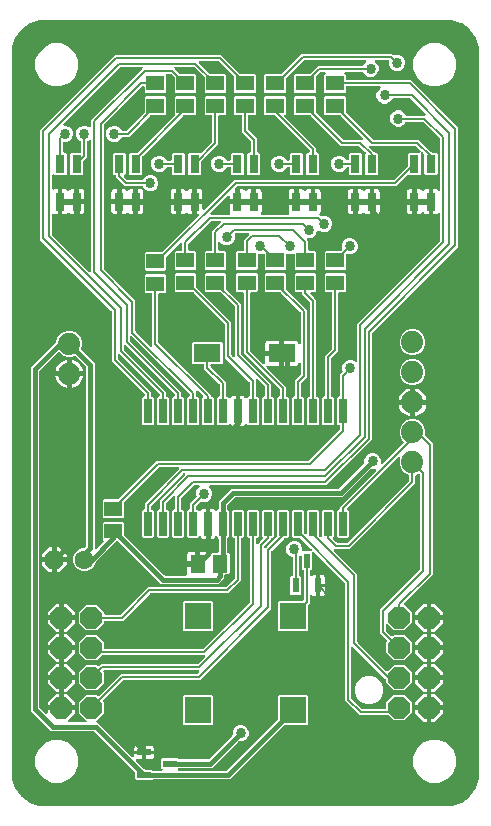
<source format=gbr>
G04 EAGLE Gerber RS-274X export*
G75*
%MOMM*%
%FSLAX34Y34*%
%LPD*%
%INTop Copper*%
%IPPOS*%
%AMOC8*
5,1,8,0,0,1.08239X$1,22.5*%
G01*
%ADD10C,1.879600*%
%ADD11R,1.300000X1.500000*%
%ADD12R,0.700000X2.050000*%
%ADD13R,1.500000X1.300000*%
%ADD14P,1.979475X8X292.500000*%
%ADD15P,1.979475X8X112.500000*%
%ADD16R,2.300000X1.600000*%
%ADD17R,2.250000X2.250000*%
%ADD18P,1.732040X8X202.500000*%
%ADD19C,1.600200*%
%ADD20R,0.800000X1.600000*%
%ADD21R,0.600000X1.300000*%
%ADD22R,1.150000X0.600000*%
%ADD23C,0.406400*%
%ADD24C,0.858000*%
%ADD25C,0.203200*%

G36*
X370044Y2007D02*
X370044Y2007D01*
X370080Y2004D01*
X374301Y2336D01*
X374459Y2371D01*
X374535Y2383D01*
X382564Y4992D01*
X382820Y5116D01*
X382833Y5129D01*
X382847Y5136D01*
X389677Y10098D01*
X389882Y10296D01*
X389891Y10312D01*
X389902Y10323D01*
X394864Y17153D01*
X394998Y17404D01*
X395001Y17422D01*
X395008Y17436D01*
X397617Y25465D01*
X397645Y25625D01*
X397664Y25699D01*
X397996Y29920D01*
X397993Y29965D01*
X397999Y30000D01*
X397999Y640000D01*
X397993Y640044D01*
X397996Y640080D01*
X397664Y644301D01*
X397629Y644459D01*
X397617Y644535D01*
X395008Y652564D01*
X394884Y652820D01*
X394871Y652833D01*
X394864Y652847D01*
X389902Y659677D01*
X389704Y659882D01*
X389688Y659891D01*
X389677Y659902D01*
X382847Y664864D01*
X382596Y664998D01*
X382578Y665001D01*
X382564Y665008D01*
X374535Y667617D01*
X374375Y667645D01*
X374301Y667664D01*
X370080Y667996D01*
X370035Y667993D01*
X370000Y667999D01*
X30000Y667999D01*
X29956Y667993D01*
X29920Y667996D01*
X25699Y667664D01*
X25541Y667629D01*
X25465Y667617D01*
X17436Y665008D01*
X17180Y664884D01*
X17167Y664871D01*
X17153Y664864D01*
X10323Y659902D01*
X10118Y659704D01*
X10109Y659688D01*
X10098Y659677D01*
X5136Y652847D01*
X5093Y652766D01*
X5042Y652689D01*
X5026Y652641D01*
X5002Y652596D01*
X4999Y652578D01*
X4991Y652564D01*
X2383Y644535D01*
X2355Y644375D01*
X2336Y644301D01*
X2004Y640080D01*
X2007Y640035D01*
X2001Y640000D01*
X2001Y30000D01*
X2007Y29956D01*
X2004Y29920D01*
X2336Y25699D01*
X2371Y25541D01*
X2383Y25465D01*
X4992Y17436D01*
X5116Y17180D01*
X5129Y17167D01*
X5136Y17153D01*
X10098Y10323D01*
X10296Y10118D01*
X10312Y10109D01*
X10323Y10098D01*
X17153Y5136D01*
X17404Y5002D01*
X17422Y4999D01*
X17436Y4992D01*
X25465Y2383D01*
X25625Y2355D01*
X25699Y2336D01*
X29920Y2004D01*
X29965Y2007D01*
X30000Y2001D01*
X370000Y2001D01*
X370044Y2007D01*
G37*
%LPC*%
G36*
X107708Y23975D02*
X107708Y23975D01*
X106815Y24868D01*
X106815Y30324D01*
X106803Y30411D01*
X106800Y30498D01*
X106783Y30551D01*
X106775Y30606D01*
X106740Y30686D01*
X106713Y30769D01*
X106685Y30808D01*
X106659Y30865D01*
X106563Y30978D01*
X106518Y31042D01*
X71914Y65646D01*
X71844Y65698D01*
X71780Y65758D01*
X71731Y65784D01*
X71687Y65817D01*
X71605Y65848D01*
X71527Y65888D01*
X71480Y65896D01*
X71421Y65918D01*
X71274Y65930D01*
X71196Y65943D01*
X35127Y65943D01*
X18343Y82727D01*
X18343Y373893D01*
X39580Y395130D01*
X39632Y395200D01*
X39692Y395264D01*
X39718Y395313D01*
X39751Y395357D01*
X39782Y395439D01*
X39822Y395517D01*
X39830Y395564D01*
X39852Y395623D01*
X39862Y395747D01*
X39863Y395750D01*
X39864Y395762D01*
X39864Y395770D01*
X39877Y395848D01*
X39877Y395873D01*
X41540Y399887D01*
X44613Y402960D01*
X48627Y404623D01*
X52973Y404623D01*
X56987Y402960D01*
X60060Y399887D01*
X61723Y395873D01*
X61723Y391527D01*
X60893Y389524D01*
X60892Y389522D01*
X60892Y389521D01*
X60858Y389387D01*
X60822Y389248D01*
X60822Y389247D01*
X60821Y389245D01*
X60826Y389104D01*
X60830Y388964D01*
X60830Y388963D01*
X60830Y388961D01*
X60873Y388828D01*
X60917Y388693D01*
X60917Y388692D01*
X60918Y388691D01*
X60927Y388678D01*
X61075Y388457D01*
X61098Y388438D01*
X61113Y388417D01*
X69756Y379774D01*
X72137Y377393D01*
X72137Y220588D01*
X72141Y220559D01*
X72138Y220529D01*
X72161Y220418D01*
X72177Y220306D01*
X72189Y220279D01*
X72194Y220251D01*
X72246Y220150D01*
X72293Y220047D01*
X72312Y220024D01*
X72325Y219998D01*
X72403Y219916D01*
X72476Y219830D01*
X72501Y219814D01*
X72521Y219792D01*
X72619Y219735D01*
X72713Y219672D01*
X72741Y219663D01*
X72766Y219649D01*
X72876Y219621D01*
X72984Y219586D01*
X73014Y219586D01*
X73042Y219578D01*
X73155Y219582D01*
X73268Y219579D01*
X73297Y219587D01*
X73326Y219588D01*
X73434Y219622D01*
X73543Y219651D01*
X73569Y219666D01*
X73597Y219675D01*
X73660Y219721D01*
X73788Y219796D01*
X73831Y219842D01*
X73870Y219870D01*
X79659Y225659D01*
X79675Y225680D01*
X79693Y225695D01*
X79710Y225721D01*
X79737Y225746D01*
X79779Y225819D01*
X79830Y225886D01*
X79843Y225920D01*
X79851Y225932D01*
X79857Y225951D01*
X79880Y225991D01*
X79901Y226073D01*
X79931Y226152D01*
X79935Y226198D01*
X79936Y226203D01*
X79937Y226213D01*
X79950Y226267D01*
X79948Y226351D01*
X79955Y226435D01*
X79943Y226492D01*
X79941Y226551D01*
X79915Y226631D01*
X79899Y226714D01*
X79872Y226766D01*
X79854Y226821D01*
X79814Y226878D01*
X79768Y226966D01*
X79699Y227038D01*
X79659Y227095D01*
X78915Y227838D01*
X78915Y242102D01*
X79808Y242995D01*
X96072Y242995D01*
X96965Y242102D01*
X96965Y232176D01*
X96977Y232089D01*
X96980Y232002D01*
X96997Y231949D01*
X97005Y231894D01*
X97040Y231814D01*
X97067Y231731D01*
X97095Y231692D01*
X97121Y231635D01*
X97217Y231522D01*
X97262Y231458D01*
X131026Y197694D01*
X131096Y197642D01*
X131160Y197582D01*
X131209Y197556D01*
X131253Y197523D01*
X131335Y197492D01*
X131413Y197452D01*
X131460Y197444D01*
X131519Y197422D01*
X131666Y197410D01*
X131744Y197397D01*
X149705Y197397D01*
X149744Y197402D01*
X149783Y197400D01*
X149884Y197422D01*
X149987Y197437D01*
X150022Y197453D01*
X150060Y197461D01*
X150151Y197510D01*
X150246Y197553D01*
X150276Y197578D01*
X150310Y197597D01*
X150384Y197670D01*
X150463Y197736D01*
X150485Y197769D01*
X150512Y197797D01*
X150563Y197887D01*
X150621Y197973D01*
X150632Y198010D01*
X150651Y198045D01*
X150675Y198145D01*
X150706Y198244D01*
X150707Y198283D01*
X150716Y198321D01*
X150711Y198425D01*
X150714Y198528D01*
X150704Y198566D01*
X150702Y198605D01*
X150674Y198678D01*
X150642Y198803D01*
X150604Y198867D01*
X150584Y198920D01*
X150532Y199009D01*
X150359Y199656D01*
X150359Y205459D01*
X158384Y205459D01*
X158442Y205467D01*
X158500Y205465D01*
X158582Y205487D01*
X158665Y205499D01*
X158719Y205523D01*
X158775Y205537D01*
X158848Y205580D01*
X158925Y205615D01*
X158969Y205653D01*
X159020Y205683D01*
X159077Y205744D01*
X159142Y205799D01*
X159174Y205847D01*
X159214Y205890D01*
X159253Y205965D01*
X159299Y206035D01*
X159317Y206091D01*
X159344Y206143D01*
X159355Y206211D01*
X159385Y206306D01*
X159388Y206406D01*
X159399Y206474D01*
X159399Y207491D01*
X160416Y207491D01*
X160474Y207499D01*
X160532Y207498D01*
X160614Y207519D01*
X160697Y207531D01*
X160751Y207555D01*
X160807Y207569D01*
X160880Y207612D01*
X160957Y207647D01*
X161001Y207685D01*
X161052Y207715D01*
X161109Y207776D01*
X161174Y207831D01*
X161206Y207879D01*
X161246Y207922D01*
X161285Y207997D01*
X161331Y208067D01*
X161349Y208123D01*
X161376Y208175D01*
X161387Y208243D01*
X161417Y208338D01*
X161420Y208438D01*
X161431Y208506D01*
X161431Y217531D01*
X166234Y217531D01*
X166881Y217358D01*
X167460Y217023D01*
X167933Y216550D01*
X168268Y215971D01*
X168379Y215553D01*
X168383Y215544D01*
X168385Y215535D01*
X168439Y215414D01*
X168491Y215292D01*
X168497Y215284D01*
X168501Y215275D01*
X168587Y215174D01*
X168670Y215071D01*
X168678Y215066D01*
X168685Y215058D01*
X168795Y214985D01*
X168904Y214909D01*
X168913Y214906D01*
X168921Y214901D01*
X169047Y214861D01*
X169173Y214818D01*
X169183Y214818D01*
X169192Y214815D01*
X169325Y214812D01*
X169457Y214806D01*
X169466Y214808D01*
X169476Y214808D01*
X169605Y214841D01*
X169733Y214872D01*
X169742Y214877D01*
X169751Y214879D01*
X169865Y214947D01*
X169981Y215013D01*
X169987Y215020D01*
X169996Y215025D01*
X170086Y215121D01*
X170179Y215216D01*
X170184Y215225D01*
X170190Y215232D01*
X170251Y215350D01*
X170313Y215467D01*
X170315Y215476D01*
X170320Y215485D01*
X170329Y215541D01*
X170339Y215585D01*
X171268Y216515D01*
X176078Y216515D01*
X176136Y216523D01*
X176194Y216521D01*
X176276Y216543D01*
X176360Y216555D01*
X176413Y216578D01*
X176469Y216593D01*
X176542Y216636D01*
X176619Y216671D01*
X176664Y216709D01*
X176714Y216738D01*
X176772Y216800D01*
X176836Y216854D01*
X176868Y216903D01*
X176908Y216946D01*
X176947Y217021D01*
X176994Y217091D01*
X177011Y217147D01*
X177038Y217199D01*
X177049Y217267D01*
X177079Y217362D01*
X177082Y217462D01*
X177093Y217530D01*
X177093Y228570D01*
X177081Y228657D01*
X177078Y228744D01*
X177061Y228797D01*
X177053Y228851D01*
X177018Y228931D01*
X176991Y229014D01*
X176963Y229054D01*
X176937Y229111D01*
X176841Y229224D01*
X176796Y229288D01*
X175517Y230567D01*
X175486Y230590D01*
X175460Y230620D01*
X175372Y230676D01*
X175290Y230738D01*
X175253Y230752D01*
X175220Y230773D01*
X175121Y230802D01*
X175024Y230839D01*
X174985Y230842D01*
X174947Y230853D01*
X174844Y230854D01*
X174741Y230863D01*
X174702Y230855D01*
X174663Y230855D01*
X174564Y230827D01*
X174462Y230807D01*
X174427Y230789D01*
X174389Y230778D01*
X174302Y230724D01*
X174210Y230676D01*
X174181Y230649D01*
X174148Y230628D01*
X174079Y230551D01*
X174003Y230480D01*
X173984Y230446D01*
X173957Y230417D01*
X173925Y230346D01*
X173860Y230235D01*
X173841Y230162D01*
X173818Y230112D01*
X173818Y230109D01*
X173483Y229530D01*
X173010Y229057D01*
X172431Y228722D01*
X171784Y228549D01*
X169699Y228549D01*
X169699Y240606D01*
X169692Y240660D01*
X169693Y240701D01*
X169692Y240703D01*
X169693Y240722D01*
X169671Y240804D01*
X169659Y240887D01*
X169636Y240941D01*
X169621Y240997D01*
X169578Y241070D01*
X169543Y241147D01*
X169505Y241191D01*
X169476Y241242D01*
X169414Y241299D01*
X169377Y241343D01*
X169378Y241344D01*
X169442Y241399D01*
X169474Y241447D01*
X169514Y241490D01*
X169553Y241565D01*
X169600Y241635D01*
X169617Y241691D01*
X169644Y241743D01*
X169655Y241811D01*
X169685Y241906D01*
X169688Y242006D01*
X169699Y242074D01*
X169699Y254131D01*
X171784Y254131D01*
X172431Y253958D01*
X173010Y253623D01*
X173483Y253150D01*
X173818Y252571D01*
X173818Y252568D01*
X173834Y252532D01*
X173841Y252494D01*
X173889Y252402D01*
X173929Y252307D01*
X173954Y252276D01*
X173972Y252242D01*
X174043Y252167D01*
X174109Y252086D01*
X174141Y252064D01*
X174168Y252036D01*
X174258Y251983D01*
X174342Y251924D01*
X174379Y251912D01*
X174413Y251892D01*
X174514Y251866D01*
X174612Y251833D01*
X174651Y251831D01*
X174689Y251822D01*
X174792Y251825D01*
X174896Y251820D01*
X174934Y251829D01*
X174973Y251831D01*
X175071Y251863D01*
X175172Y251887D01*
X175206Y251906D01*
X175243Y251918D01*
X175307Y251963D01*
X175419Y252027D01*
X175471Y252081D01*
X175517Y252113D01*
X176796Y253392D01*
X176848Y253462D01*
X176908Y253526D01*
X176934Y253575D01*
X176967Y253619D01*
X176998Y253701D01*
X177038Y253779D01*
X177046Y253827D01*
X177068Y253885D01*
X177080Y254033D01*
X177093Y254110D01*
X177093Y260155D01*
X179474Y262536D01*
X185614Y268676D01*
X187995Y271057D01*
X278814Y271057D01*
X278901Y271069D01*
X278988Y271072D01*
X279041Y271089D01*
X279096Y271097D01*
X279176Y271132D01*
X279259Y271159D01*
X279298Y271187D01*
X279355Y271213D01*
X279468Y271309D01*
X279532Y271354D01*
X300390Y292212D01*
X300442Y292282D01*
X300502Y292346D01*
X300528Y292395D01*
X300561Y292439D01*
X300592Y292521D01*
X300632Y292599D01*
X300640Y292646D01*
X300662Y292705D01*
X300674Y292852D01*
X300687Y292930D01*
X300687Y295669D01*
X301727Y298179D01*
X303649Y300101D01*
X306159Y301141D01*
X308877Y301141D01*
X311387Y300101D01*
X313309Y298179D01*
X314349Y295669D01*
X314349Y292951D01*
X314330Y292905D01*
X314308Y292822D01*
X314277Y292741D01*
X314273Y292685D01*
X314259Y292630D01*
X314261Y292544D01*
X314254Y292458D01*
X314265Y292402D01*
X314267Y292345D01*
X314293Y292264D01*
X314310Y292179D01*
X314336Y292129D01*
X314353Y292075D01*
X314401Y292003D01*
X314441Y291927D01*
X314480Y291886D01*
X314512Y291839D01*
X314577Y291783D01*
X314637Y291721D01*
X314686Y291692D01*
X314729Y291656D01*
X314808Y291621D01*
X314882Y291577D01*
X314937Y291563D01*
X314989Y291540D01*
X315074Y291528D01*
X315157Y291507D01*
X315214Y291509D01*
X315271Y291501D01*
X315356Y291513D01*
X315442Y291516D01*
X315496Y291534D01*
X315552Y291542D01*
X315630Y291577D01*
X315712Y291604D01*
X315752Y291632D01*
X315811Y291659D01*
X315922Y291753D01*
X315985Y291799D01*
X333602Y309415D01*
X333637Y309462D01*
X333680Y309502D01*
X333722Y309575D01*
X333773Y309642D01*
X333794Y309697D01*
X333823Y309747D01*
X333844Y309829D01*
X333874Y309908D01*
X333879Y309966D01*
X333893Y310023D01*
X333891Y310107D01*
X333898Y310191D01*
X333886Y310249D01*
X333884Y310307D01*
X333858Y310387D01*
X333842Y310470D01*
X333815Y310522D01*
X333797Y310578D01*
X333757Y310634D01*
X333711Y310722D01*
X333642Y310795D01*
X333602Y310851D01*
X332040Y312413D01*
X330377Y316427D01*
X330377Y320773D01*
X332040Y324787D01*
X335113Y327860D01*
X339127Y329523D01*
X343473Y329523D01*
X347487Y327860D01*
X350560Y324787D01*
X352223Y320773D01*
X352223Y316427D01*
X352197Y316365D01*
X352197Y316364D01*
X352196Y316362D01*
X352161Y316225D01*
X352126Y316090D01*
X352126Y316088D01*
X352126Y316087D01*
X352130Y315951D01*
X352134Y315806D01*
X352135Y315804D01*
X352135Y315803D01*
X352177Y315672D01*
X352221Y315535D01*
X352222Y315534D01*
X352222Y315532D01*
X352231Y315520D01*
X352379Y315299D01*
X352403Y315279D01*
X352417Y315259D01*
X358319Y309357D01*
X358319Y197956D01*
X334243Y173880D01*
X334208Y173834D01*
X334166Y173793D01*
X334123Y173720D01*
X334072Y173653D01*
X334052Y173598D01*
X334022Y173548D01*
X334001Y173466D01*
X333971Y173387D01*
X333966Y173329D01*
X333952Y173272D01*
X333955Y173188D01*
X333948Y173104D01*
X333959Y173047D01*
X333961Y172988D01*
X333987Y172908D01*
X334004Y172825D01*
X334031Y172773D01*
X334049Y172718D01*
X334089Y172662D01*
X334135Y172573D01*
X334203Y172501D01*
X334243Y172444D01*
X340569Y166119D01*
X340569Y157281D01*
X334319Y151031D01*
X325481Y151031D01*
X320504Y156008D01*
X320480Y156026D01*
X320461Y156048D01*
X320367Y156111D01*
X320277Y156179D01*
X320249Y156190D01*
X320225Y156206D01*
X320117Y156240D01*
X320011Y156280D01*
X319982Y156283D01*
X319954Y156292D01*
X319840Y156295D01*
X319728Y156304D01*
X319699Y156298D01*
X319670Y156299D01*
X319560Y156270D01*
X319449Y156248D01*
X319423Y156235D01*
X319395Y156227D01*
X319297Y156169D01*
X319197Y156117D01*
X319175Y156097D01*
X319150Y156082D01*
X319073Y155999D01*
X318991Y155921D01*
X318976Y155896D01*
X318956Y155875D01*
X318904Y155774D01*
X318847Y155676D01*
X318840Y155648D01*
X318826Y155621D01*
X318813Y155544D01*
X318777Y155400D01*
X318779Y155338D01*
X318771Y155290D01*
X318771Y151443D01*
X318783Y151356D01*
X318786Y151269D01*
X318803Y151216D01*
X318811Y151161D01*
X318846Y151082D01*
X318873Y150998D01*
X318901Y150959D01*
X318927Y150902D01*
X319023Y150789D01*
X319068Y150725D01*
X323435Y146358D01*
X323481Y146323D01*
X323522Y146281D01*
X323595Y146238D01*
X323662Y146187D01*
X323717Y146167D01*
X323767Y146137D01*
X323849Y146116D01*
X323928Y146086D01*
X323986Y146081D01*
X324043Y146067D01*
X324127Y146070D01*
X324211Y146063D01*
X324268Y146074D01*
X324327Y146076D01*
X324407Y146102D01*
X324490Y146119D01*
X324542Y146146D01*
X324597Y146164D01*
X324654Y146204D01*
X324742Y146250D01*
X324814Y146318D01*
X324871Y146358D01*
X325481Y146969D01*
X334319Y146969D01*
X340569Y140719D01*
X340569Y131881D01*
X334319Y125631D01*
X325481Y125631D01*
X319231Y131881D01*
X319231Y140719D01*
X319842Y141329D01*
X319877Y141376D01*
X319919Y141416D01*
X319962Y141489D01*
X320013Y141557D01*
X320033Y141611D01*
X320063Y141662D01*
X320084Y141743D01*
X320114Y141822D01*
X320119Y141881D01*
X320133Y141937D01*
X320130Y142022D01*
X320137Y142106D01*
X320126Y142163D01*
X320124Y142221D01*
X320098Y142302D01*
X320081Y142384D01*
X320054Y142436D01*
X320036Y142492D01*
X319996Y142548D01*
X319950Y142637D01*
X319882Y142709D01*
X319842Y142765D01*
X313689Y148918D01*
X313689Y168692D01*
X347352Y202355D01*
X347404Y202425D01*
X347464Y202489D01*
X347490Y202538D01*
X347523Y202582D01*
X347554Y202664D01*
X347594Y202742D01*
X347602Y202789D01*
X347624Y202848D01*
X347636Y202996D01*
X347649Y203073D01*
X347649Y282488D01*
X347633Y282602D01*
X347623Y282716D01*
X347613Y282742D01*
X347609Y282769D01*
X347563Y282874D01*
X347521Y282981D01*
X347505Y283003D01*
X347493Y283029D01*
X347419Y283116D01*
X347350Y283208D01*
X347327Y283225D01*
X347310Y283246D01*
X347214Y283309D01*
X347122Y283378D01*
X347096Y283388D01*
X347073Y283403D01*
X346963Y283438D01*
X346856Y283479D01*
X346828Y283481D01*
X346802Y283489D01*
X346687Y283492D01*
X346573Y283501D01*
X346548Y283496D01*
X346518Y283496D01*
X346261Y283429D01*
X346246Y283426D01*
X344467Y282689D01*
X344466Y282689D01*
X344465Y282688D01*
X344344Y282617D01*
X344223Y282545D01*
X344222Y282544D01*
X344220Y282543D01*
X344123Y282439D01*
X344027Y282338D01*
X344027Y282337D01*
X344026Y282336D01*
X343961Y282210D01*
X343897Y282085D01*
X343897Y282084D01*
X343896Y282082D01*
X343894Y282068D01*
X343842Y281807D01*
X343845Y281776D01*
X343841Y281751D01*
X343841Y275638D01*
X288352Y220149D01*
X275485Y220149D01*
X275456Y220145D01*
X275427Y220148D01*
X275316Y220125D01*
X275203Y220109D01*
X275177Y220097D01*
X275148Y220092D01*
X275047Y220040D01*
X274944Y219993D01*
X274922Y219974D01*
X274896Y219961D01*
X274814Y219883D01*
X274727Y219810D01*
X274711Y219785D01*
X274689Y219765D01*
X274632Y219667D01*
X274569Y219573D01*
X274561Y219545D01*
X274546Y219520D01*
X274518Y219410D01*
X274484Y219302D01*
X274483Y219272D01*
X274476Y219244D01*
X274479Y219131D01*
X274476Y219018D01*
X274484Y218989D01*
X274485Y218960D01*
X274520Y218852D01*
X274548Y218743D01*
X274563Y218717D01*
X274572Y218689D01*
X274618Y218626D01*
X274693Y218498D01*
X274739Y218455D01*
X274767Y218416D01*
X294641Y198542D01*
X294641Y141363D01*
X294653Y141276D01*
X294656Y141189D01*
X294673Y141136D01*
X294681Y141081D01*
X294716Y141002D01*
X294743Y140918D01*
X294771Y140879D01*
X294797Y140822D01*
X294893Y140709D01*
X294938Y140645D01*
X319030Y116553D01*
X319077Y116518D01*
X319117Y116476D01*
X319189Y116433D01*
X319257Y116382D01*
X319312Y116362D01*
X319362Y116332D01*
X319444Y116311D01*
X319523Y116281D01*
X319581Y116276D01*
X319638Y116262D01*
X319722Y116265D01*
X319806Y116258D01*
X319863Y116269D01*
X319922Y116271D01*
X320002Y116297D01*
X320085Y116314D01*
X320137Y116341D01*
X320192Y116359D01*
X320248Y116399D01*
X320337Y116445D01*
X320409Y116513D01*
X320466Y116553D01*
X325481Y121569D01*
X334319Y121569D01*
X340569Y115319D01*
X340569Y106481D01*
X334319Y100231D01*
X325481Y100231D01*
X319231Y106481D01*
X319231Y108745D01*
X319219Y108832D01*
X319216Y108919D01*
X319199Y108972D01*
X319191Y109027D01*
X319156Y109106D01*
X319129Y109190D01*
X319101Y109229D01*
X319075Y109286D01*
X318979Y109399D01*
X318934Y109463D01*
X318252Y110145D01*
X291294Y137103D01*
X291270Y137121D01*
X291251Y137143D01*
X291157Y137206D01*
X291067Y137274D01*
X291039Y137284D01*
X291015Y137301D01*
X290907Y137335D01*
X290801Y137375D01*
X290772Y137378D01*
X290744Y137386D01*
X290630Y137389D01*
X290518Y137399D01*
X290489Y137393D01*
X290460Y137394D01*
X290350Y137365D01*
X290239Y137343D01*
X290213Y137329D01*
X290185Y137322D01*
X290087Y137264D01*
X289987Y137212D01*
X289965Y137192D01*
X289940Y137177D01*
X289863Y137094D01*
X289781Y137016D01*
X289766Y136991D01*
X289746Y136969D01*
X289694Y136868D01*
X289637Y136771D01*
X289630Y136742D01*
X289616Y136716D01*
X289603Y136639D01*
X289567Y136495D01*
X289569Y136433D01*
X289561Y136385D01*
X289561Y93823D01*
X289573Y93736D01*
X289576Y93649D01*
X289593Y93596D01*
X289601Y93541D01*
X289636Y93462D01*
X289663Y93378D01*
X289691Y93339D01*
X289717Y93282D01*
X289813Y93169D01*
X289858Y93105D01*
X298625Y84338D01*
X298695Y84286D01*
X298759Y84226D01*
X298808Y84200D01*
X298852Y84167D01*
X298934Y84136D01*
X299012Y84096D01*
X299059Y84088D01*
X299118Y84066D01*
X299266Y84054D01*
X299343Y84041D01*
X318216Y84041D01*
X318274Y84049D01*
X318332Y84047D01*
X318414Y84069D01*
X318498Y84081D01*
X318551Y84104D01*
X318607Y84119D01*
X318680Y84162D01*
X318757Y84197D01*
X318802Y84235D01*
X318852Y84264D01*
X318910Y84326D01*
X318974Y84380D01*
X319006Y84429D01*
X319046Y84472D01*
X319085Y84547D01*
X319132Y84617D01*
X319149Y84673D01*
X319176Y84725D01*
X319187Y84793D01*
X319217Y84888D01*
X319220Y84988D01*
X319231Y85056D01*
X319231Y89919D01*
X325481Y96169D01*
X334319Y96169D01*
X340569Y89919D01*
X340569Y81081D01*
X334319Y74831D01*
X325481Y74831D01*
X321650Y78662D01*
X321580Y78714D01*
X321517Y78774D01*
X321467Y78800D01*
X321423Y78833D01*
X321341Y78864D01*
X321263Y78904D01*
X321216Y78912D01*
X321157Y78934D01*
X321010Y78946D01*
X320932Y78959D01*
X296818Y78959D01*
X284479Y91298D01*
X284479Y190647D01*
X284467Y190734D01*
X284464Y190821D01*
X284447Y190874D01*
X284439Y190929D01*
X284404Y191008D01*
X284377Y191092D01*
X284349Y191131D01*
X284323Y191188D01*
X284227Y191301D01*
X284182Y191365D01*
X258258Y217289D01*
X258234Y217307D01*
X258215Y217329D01*
X258121Y217392D01*
X258031Y217460D01*
X258003Y217470D01*
X257979Y217487D01*
X257871Y217521D01*
X257765Y217561D01*
X257736Y217564D01*
X257708Y217572D01*
X257594Y217575D01*
X257482Y217585D01*
X257453Y217579D01*
X257424Y217580D01*
X257314Y217551D01*
X257203Y217529D01*
X257177Y217515D01*
X257149Y217508D01*
X257051Y217450D01*
X256951Y217398D01*
X256929Y217378D01*
X256904Y217363D01*
X256827Y217280D01*
X256745Y217202D01*
X256730Y217177D01*
X256710Y217155D01*
X256658Y217054D01*
X256601Y216957D01*
X256594Y216928D01*
X256580Y216902D01*
X256567Y216825D01*
X256531Y216681D01*
X256533Y216619D01*
X256525Y216571D01*
X256525Y202868D01*
X255632Y201975D01*
X255556Y201975D01*
X255498Y201967D01*
X255440Y201969D01*
X255358Y201947D01*
X255274Y201935D01*
X255221Y201912D01*
X255165Y201897D01*
X255092Y201854D01*
X255015Y201819D01*
X254970Y201781D01*
X254920Y201752D01*
X254862Y201690D01*
X254798Y201636D01*
X254766Y201587D01*
X254726Y201544D01*
X254687Y201469D01*
X254640Y201399D01*
X254623Y201343D01*
X254596Y201291D01*
X254585Y201223D01*
X254555Y201128D01*
X254552Y201028D01*
X254541Y200960D01*
X254541Y197513D01*
X254543Y197493D01*
X254541Y197474D01*
X254563Y197353D01*
X254581Y197231D01*
X254589Y197213D01*
X254592Y197194D01*
X254647Y197084D01*
X254697Y196972D01*
X254710Y196957D01*
X254718Y196939D01*
X254801Y196849D01*
X254880Y196755D01*
X254897Y196744D01*
X254910Y196729D01*
X255015Y196665D01*
X255117Y196597D01*
X255136Y196591D01*
X255153Y196581D01*
X255271Y196549D01*
X255388Y196511D01*
X255408Y196511D01*
X255427Y196506D01*
X255549Y196507D01*
X255672Y196504D01*
X255691Y196509D01*
X255711Y196509D01*
X255829Y196545D01*
X255947Y196576D01*
X255964Y196586D01*
X255983Y196592D01*
X256087Y196659D01*
X256192Y196721D01*
X256205Y196735D01*
X256222Y196746D01*
X256269Y196803D01*
X256386Y196929D01*
X256410Y196974D01*
X256435Y197005D01*
X256467Y197060D01*
X256940Y197533D01*
X257519Y197868D01*
X258166Y198041D01*
X260001Y198041D01*
X260001Y189484D01*
X260009Y189426D01*
X260007Y189368D01*
X260029Y189286D01*
X260041Y189203D01*
X260064Y189149D01*
X260079Y189093D01*
X260122Y189020D01*
X260131Y189001D01*
X260100Y188955D01*
X260083Y188899D01*
X260056Y188847D01*
X260045Y188779D01*
X260015Y188684D01*
X260012Y188584D01*
X260001Y188516D01*
X260001Y179959D01*
X258166Y179959D01*
X257519Y180132D01*
X256940Y180467D01*
X256467Y180940D01*
X256435Y180995D01*
X256423Y181010D01*
X256415Y181028D01*
X256336Y181122D01*
X256260Y181219D01*
X256244Y181230D01*
X256231Y181245D01*
X256129Y181313D01*
X256030Y181385D01*
X256011Y181392D01*
X255995Y181403D01*
X255878Y181440D01*
X255762Y181481D01*
X255743Y181483D01*
X255724Y181489D01*
X255601Y181492D01*
X255478Y181500D01*
X255459Y181495D01*
X255440Y181496D01*
X255321Y181465D01*
X255201Y181438D01*
X255183Y181429D01*
X255165Y181424D01*
X255059Y181362D01*
X254951Y181303D01*
X254937Y181289D01*
X254920Y181279D01*
X254836Y181189D01*
X254749Y181103D01*
X254739Y181086D01*
X254726Y181071D01*
X254670Y180962D01*
X254610Y180855D01*
X254605Y180836D01*
X254596Y180818D01*
X254584Y180746D01*
X254545Y180578D01*
X254547Y180527D01*
X254541Y180487D01*
X254541Y174308D01*
X253072Y172839D01*
X253020Y172769D01*
X252960Y172705D01*
X252934Y172656D01*
X252901Y172612D01*
X252870Y172530D01*
X252830Y172452D01*
X252822Y172405D01*
X252800Y172346D01*
X252788Y172198D01*
X252775Y172121D01*
X252775Y151478D01*
X251882Y150585D01*
X228118Y150585D01*
X227225Y151478D01*
X227225Y175242D01*
X228118Y176135D01*
X248444Y176135D01*
X248502Y176143D01*
X248560Y176141D01*
X248642Y176163D01*
X248726Y176175D01*
X248779Y176198D01*
X248835Y176213D01*
X248908Y176256D01*
X248985Y176291D01*
X249030Y176329D01*
X249080Y176358D01*
X249138Y176420D01*
X249202Y176474D01*
X249234Y176523D01*
X249274Y176566D01*
X249313Y176641D01*
X249360Y176711D01*
X249377Y176767D01*
X249404Y176819D01*
X249415Y176887D01*
X249445Y176982D01*
X249448Y177082D01*
X249459Y177150D01*
X249459Y200960D01*
X249451Y201018D01*
X249453Y201076D01*
X249431Y201158D01*
X249419Y201242D01*
X249396Y201295D01*
X249381Y201351D01*
X249338Y201424D01*
X249303Y201501D01*
X249265Y201546D01*
X249236Y201596D01*
X249174Y201654D01*
X249120Y201718D01*
X249071Y201750D01*
X249028Y201790D01*
X248953Y201829D01*
X248883Y201876D01*
X248827Y201893D01*
X248775Y201920D01*
X248707Y201931D01*
X248612Y201961D01*
X248512Y201964D01*
X248444Y201975D01*
X248368Y201975D01*
X247475Y202868D01*
X247475Y213774D01*
X247471Y213803D01*
X247474Y213832D01*
X247451Y213943D01*
X247435Y214056D01*
X247423Y214082D01*
X247418Y214111D01*
X247366Y214212D01*
X247319Y214315D01*
X247300Y214337D01*
X247287Y214363D01*
X247209Y214446D01*
X247136Y214532D01*
X247111Y214548D01*
X247091Y214570D01*
X246993Y214627D01*
X246899Y214690D01*
X246871Y214698D01*
X246846Y214713D01*
X246736Y214741D01*
X246628Y214775D01*
X246599Y214776D01*
X246570Y214783D01*
X246457Y214780D01*
X246344Y214783D01*
X246315Y214775D01*
X246286Y214774D01*
X246178Y214739D01*
X246069Y214711D01*
X246043Y214696D01*
X246015Y214687D01*
X245951Y214641D01*
X245824Y214566D01*
X245781Y214520D01*
X245742Y214492D01*
X245338Y214088D01*
X245286Y214018D01*
X245226Y213954D01*
X245200Y213905D01*
X245167Y213861D01*
X245136Y213779D01*
X245096Y213701D01*
X245088Y213654D01*
X245066Y213595D01*
X245054Y213447D01*
X245041Y213370D01*
X245041Y198040D01*
X245049Y197982D01*
X245047Y197924D01*
X245069Y197842D01*
X245081Y197758D01*
X245104Y197705D01*
X245119Y197649D01*
X245162Y197576D01*
X245197Y197499D01*
X245235Y197454D01*
X245264Y197404D01*
X245326Y197346D01*
X245380Y197282D01*
X245429Y197250D01*
X245472Y197210D01*
X245547Y197171D01*
X245617Y197124D01*
X245673Y197107D01*
X245725Y197080D01*
X245793Y197069D01*
X245888Y197039D01*
X245988Y197036D01*
X246056Y197025D01*
X246132Y197025D01*
X247025Y196132D01*
X247025Y181868D01*
X246132Y180975D01*
X238868Y180975D01*
X237975Y181868D01*
X237975Y196132D01*
X238868Y197025D01*
X238944Y197025D01*
X239002Y197033D01*
X239060Y197031D01*
X239142Y197053D01*
X239226Y197065D01*
X239279Y197088D01*
X239335Y197103D01*
X239408Y197146D01*
X239485Y197181D01*
X239530Y197219D01*
X239580Y197248D01*
X239638Y197310D01*
X239702Y197364D01*
X239734Y197413D01*
X239774Y197456D01*
X239813Y197531D01*
X239860Y197601D01*
X239877Y197657D01*
X239904Y197709D01*
X239915Y197777D01*
X239945Y197872D01*
X239948Y197972D01*
X239959Y198040D01*
X239959Y212193D01*
X239959Y212195D01*
X239959Y212197D01*
X239952Y212248D01*
X239953Y212274D01*
X239943Y212312D01*
X239939Y212337D01*
X239919Y212475D01*
X239919Y212476D01*
X239919Y212478D01*
X239862Y212604D01*
X239803Y212734D01*
X239802Y212736D01*
X239801Y212737D01*
X239710Y212844D01*
X239620Y212951D01*
X239618Y212952D01*
X239617Y212953D01*
X239604Y212962D01*
X239383Y213109D01*
X239354Y213118D01*
X239333Y213131D01*
X237431Y213919D01*
X235509Y215841D01*
X234469Y218351D01*
X234469Y221069D01*
X235509Y223579D01*
X237431Y225501D01*
X239941Y226541D01*
X242659Y226541D01*
X245169Y225501D01*
X247091Y223579D01*
X248131Y221069D01*
X248131Y219040D01*
X248139Y218982D01*
X248137Y218924D01*
X248159Y218842D01*
X248171Y218758D01*
X248194Y218705D01*
X248209Y218649D01*
X248252Y218576D01*
X248287Y218499D01*
X248325Y218454D01*
X248354Y218404D01*
X248416Y218346D01*
X248470Y218282D01*
X248519Y218250D01*
X248562Y218210D01*
X248637Y218171D01*
X248707Y218124D01*
X248763Y218107D01*
X248815Y218080D01*
X248883Y218069D01*
X248978Y218039D01*
X249078Y218036D01*
X249146Y218025D01*
X255071Y218025D01*
X255100Y218029D01*
X255129Y218026D01*
X255240Y218049D01*
X255353Y218065D01*
X255379Y218077D01*
X255408Y218082D01*
X255509Y218134D01*
X255612Y218181D01*
X255634Y218200D01*
X255660Y218213D01*
X255743Y218291D01*
X255829Y218364D01*
X255845Y218389D01*
X255867Y218409D01*
X255924Y218507D01*
X255987Y218601D01*
X255995Y218629D01*
X256010Y218654D01*
X256038Y218764D01*
X256072Y218872D01*
X256073Y218902D01*
X256080Y218930D01*
X256077Y219043D01*
X256080Y219156D01*
X256072Y219185D01*
X256071Y219214D01*
X256036Y219322D01*
X256008Y219431D01*
X255993Y219457D01*
X255984Y219485D01*
X255938Y219548D01*
X255863Y219676D01*
X255817Y219719D01*
X255789Y219758D01*
X246279Y229268D01*
X246209Y229320D01*
X246145Y229380D01*
X246096Y229406D01*
X246052Y229439D01*
X245970Y229470D01*
X245892Y229510D01*
X245845Y229518D01*
X245786Y229540D01*
X245638Y229552D01*
X245561Y229565D01*
X240018Y229565D01*
X239125Y230458D01*
X239125Y252222D01*
X240018Y253115D01*
X248282Y253115D01*
X249175Y252222D01*
X249175Y233979D01*
X249187Y233892D01*
X249190Y233805D01*
X249207Y233752D01*
X249215Y233697D01*
X249250Y233618D01*
X249277Y233534D01*
X249305Y233495D01*
X249331Y233438D01*
X249427Y233325D01*
X249472Y233261D01*
X250092Y232641D01*
X250116Y232623D01*
X250135Y232601D01*
X250229Y232538D01*
X250319Y232470D01*
X250347Y232460D01*
X250371Y232443D01*
X250479Y232409D01*
X250585Y232369D01*
X250614Y232366D01*
X250642Y232358D01*
X250756Y232355D01*
X250868Y232345D01*
X250897Y232351D01*
X250926Y232350D01*
X251036Y232379D01*
X251147Y232401D01*
X251173Y232415D01*
X251201Y232422D01*
X251299Y232480D01*
X251399Y232532D01*
X251421Y232552D01*
X251446Y232567D01*
X251523Y232650D01*
X251605Y232728D01*
X251620Y232753D01*
X251640Y232775D01*
X251692Y232876D01*
X251749Y232973D01*
X251756Y233002D01*
X251770Y233028D01*
X251783Y233105D01*
X251819Y233249D01*
X251817Y233311D01*
X251825Y233359D01*
X251825Y252222D01*
X252718Y253115D01*
X260982Y253115D01*
X261875Y252222D01*
X261875Y231729D01*
X261887Y231642D01*
X261890Y231555D01*
X261907Y231502D01*
X261915Y231447D01*
X261950Y231368D01*
X261977Y231284D01*
X262005Y231245D01*
X262031Y231188D01*
X262127Y231075D01*
X262172Y231011D01*
X262792Y230391D01*
X262816Y230373D01*
X262835Y230351D01*
X262929Y230288D01*
X263019Y230220D01*
X263047Y230210D01*
X263071Y230193D01*
X263179Y230159D01*
X263285Y230119D01*
X263314Y230116D01*
X263342Y230108D01*
X263456Y230105D01*
X263568Y230095D01*
X263597Y230101D01*
X263626Y230100D01*
X263736Y230129D01*
X263847Y230151D01*
X263873Y230165D01*
X263901Y230172D01*
X263999Y230230D01*
X264099Y230282D01*
X264121Y230302D01*
X264146Y230317D01*
X264223Y230400D01*
X264305Y230478D01*
X264320Y230503D01*
X264340Y230525D01*
X264392Y230626D01*
X264449Y230723D01*
X264456Y230752D01*
X264470Y230778D01*
X264483Y230855D01*
X264519Y230999D01*
X264517Y231061D01*
X264525Y231109D01*
X264525Y252222D01*
X265418Y253115D01*
X273682Y253115D01*
X274575Y252222D01*
X274575Y230458D01*
X274018Y229901D01*
X273982Y229855D01*
X273940Y229814D01*
X273897Y229741D01*
X273847Y229674D01*
X273826Y229619D01*
X273796Y229569D01*
X273776Y229487D01*
X273745Y229408D01*
X273741Y229350D01*
X273726Y229294D01*
X273729Y229209D01*
X273722Y229125D01*
X273733Y229068D01*
X273735Y229009D01*
X273761Y228929D01*
X273778Y228846D01*
X273805Y228794D01*
X273823Y228739D01*
X273863Y228683D01*
X273909Y228594D01*
X273978Y228522D01*
X274018Y228466D01*
X276955Y225528D01*
X277025Y225476D01*
X277089Y225416D01*
X277138Y225390D01*
X277182Y225357D01*
X277264Y225326D01*
X277342Y225286D01*
X277389Y225278D01*
X277448Y225256D01*
X277596Y225244D01*
X277673Y225231D01*
X285827Y225231D01*
X285914Y225243D01*
X286001Y225246D01*
X286054Y225263D01*
X286109Y225271D01*
X286188Y225306D01*
X286272Y225333D01*
X286311Y225361D01*
X286368Y225387D01*
X286481Y225483D01*
X286545Y225528D01*
X338462Y277445D01*
X338475Y277462D01*
X338488Y277473D01*
X338518Y277519D01*
X338574Y277579D01*
X338600Y277628D01*
X338633Y277672D01*
X338664Y277754D01*
X338704Y277832D01*
X338712Y277879D01*
X338734Y277938D01*
X338746Y278086D01*
X338759Y278163D01*
X338759Y281751D01*
X338759Y281753D01*
X338759Y281755D01*
X338739Y281895D01*
X338719Y282033D01*
X338719Y282034D01*
X338719Y282036D01*
X338662Y282162D01*
X338603Y282292D01*
X338602Y282294D01*
X338601Y282295D01*
X338510Y282402D01*
X338420Y282509D01*
X338418Y282510D01*
X338417Y282511D01*
X338404Y282520D01*
X338183Y282667D01*
X338154Y282676D01*
X338133Y282689D01*
X335113Y283940D01*
X332040Y287013D01*
X330377Y291027D01*
X330377Y295373D01*
X330992Y296856D01*
X331013Y296940D01*
X331044Y297020D01*
X331049Y297077D01*
X331063Y297132D01*
X331060Y297218D01*
X331067Y297303D01*
X331056Y297359D01*
X331055Y297416D01*
X331028Y297498D01*
X331012Y297582D01*
X330985Y297633D01*
X330968Y297687D01*
X330920Y297758D01*
X330881Y297834D01*
X330841Y297876D01*
X330810Y297923D01*
X330744Y297978D01*
X330685Y298040D01*
X330636Y298069D01*
X330592Y298106D01*
X330514Y298141D01*
X330440Y298184D01*
X330384Y298198D01*
X330332Y298221D01*
X330247Y298233D01*
X330164Y298254D01*
X330107Y298252D01*
X330051Y298260D01*
X329966Y298248D01*
X329880Y298245D01*
X329826Y298228D01*
X329769Y298220D01*
X329691Y298184D01*
X329609Y298158D01*
X329569Y298129D01*
X329510Y298103D01*
X329400Y298008D01*
X329336Y297963D01*
X286153Y254779D01*
X286118Y254733D01*
X286075Y254692D01*
X286032Y254620D01*
X285982Y254552D01*
X285961Y254498D01*
X285931Y254447D01*
X285911Y254366D01*
X285880Y254287D01*
X285876Y254228D01*
X285861Y254172D01*
X285864Y254087D01*
X285857Y254003D01*
X285868Y253946D01*
X285870Y253888D01*
X285896Y253807D01*
X285913Y253725D01*
X285940Y253673D01*
X285958Y253617D01*
X285998Y253561D01*
X286044Y253472D01*
X286112Y253400D01*
X286153Y253344D01*
X287275Y252222D01*
X287275Y230458D01*
X286382Y229565D01*
X278118Y229565D01*
X277225Y230458D01*
X277225Y252222D01*
X278118Y253115D01*
X278694Y253115D01*
X278752Y253123D01*
X278810Y253121D01*
X278892Y253143D01*
X278976Y253155D01*
X279029Y253178D01*
X279085Y253193D01*
X279158Y253236D01*
X279235Y253271D01*
X279280Y253309D01*
X279330Y253338D01*
X279388Y253400D01*
X279452Y253454D01*
X279484Y253503D01*
X279524Y253546D01*
X279563Y253621D01*
X279610Y253691D01*
X279627Y253747D01*
X279654Y253799D01*
X279665Y253867D01*
X279695Y253962D01*
X279698Y254062D01*
X279709Y254130D01*
X279709Y255522D01*
X281495Y257308D01*
X310029Y285843D01*
X310081Y285911D01*
X310140Y285974D01*
X310166Y286024D01*
X310200Y286070D01*
X310231Y286150D01*
X310270Y286227D01*
X310281Y286282D01*
X310302Y286335D01*
X310309Y286421D01*
X310325Y286505D01*
X310320Y286562D01*
X310325Y286619D01*
X310308Y286703D01*
X310301Y286789D01*
X310280Y286842D01*
X310269Y286898D01*
X310230Y286974D01*
X310199Y287054D01*
X310164Y287099D01*
X310138Y287150D01*
X310079Y287212D01*
X310027Y287281D01*
X309982Y287315D01*
X309943Y287356D01*
X309868Y287399D01*
X309800Y287451D01*
X309746Y287471D01*
X309697Y287500D01*
X309614Y287521D01*
X309534Y287551D01*
X309477Y287556D01*
X309422Y287570D01*
X309336Y287567D01*
X309250Y287574D01*
X309202Y287563D01*
X309138Y287561D01*
X308999Y287516D01*
X308923Y287498D01*
X308877Y287479D01*
X306138Y287479D01*
X306051Y287467D01*
X305964Y287464D01*
X305911Y287447D01*
X305856Y287439D01*
X305776Y287404D01*
X305693Y287377D01*
X305654Y287349D01*
X305597Y287323D01*
X305484Y287227D01*
X305420Y287182D01*
X282181Y263943D01*
X191362Y263943D01*
X191275Y263931D01*
X191188Y263928D01*
X191135Y263911D01*
X191080Y263903D01*
X191000Y263868D01*
X190917Y263841D01*
X190878Y263813D01*
X190821Y263787D01*
X190708Y263691D01*
X190644Y263646D01*
X184504Y257506D01*
X184452Y257436D01*
X184392Y257373D01*
X184366Y257323D01*
X184333Y257279D01*
X184302Y257197D01*
X184262Y257119D01*
X184254Y257072D01*
X184232Y257013D01*
X184220Y256866D01*
X184207Y256788D01*
X184207Y254110D01*
X184219Y254023D01*
X184222Y253936D01*
X184239Y253883D01*
X184247Y253829D01*
X184282Y253749D01*
X184309Y253666D01*
X184337Y253626D01*
X184363Y253569D01*
X184459Y253456D01*
X184504Y253392D01*
X185675Y252222D01*
X185675Y230458D01*
X184504Y229288D01*
X184452Y229218D01*
X184392Y229154D01*
X184366Y229105D01*
X184333Y229061D01*
X184302Y228979D01*
X184262Y228901D01*
X184254Y228853D01*
X184232Y228795D01*
X184220Y228647D01*
X184207Y228570D01*
X184207Y217530D01*
X184215Y217472D01*
X184213Y217414D01*
X184235Y217332D01*
X184247Y217248D01*
X184270Y217195D01*
X184285Y217139D01*
X184328Y217066D01*
X184363Y216989D01*
X184401Y216944D01*
X184430Y216894D01*
X184492Y216836D01*
X184546Y216772D01*
X184595Y216740D01*
X184638Y216700D01*
X184713Y216661D01*
X184783Y216614D01*
X184839Y216597D01*
X184891Y216570D01*
X184959Y216559D01*
X185054Y216529D01*
X185154Y216526D01*
X185222Y216515D01*
X185532Y216515D01*
X186425Y215622D01*
X186425Y199358D01*
X185532Y198465D01*
X182972Y198465D01*
X182914Y198457D01*
X182856Y198459D01*
X182774Y198437D01*
X182690Y198425D01*
X182637Y198402D01*
X182581Y198387D01*
X182508Y198344D01*
X182431Y198309D01*
X182386Y198271D01*
X182336Y198242D01*
X182278Y198180D01*
X182214Y198126D01*
X182182Y198077D01*
X182142Y198034D01*
X182103Y197959D01*
X182056Y197889D01*
X182039Y197833D01*
X182012Y197781D01*
X182001Y197713D01*
X181971Y197618D01*
X181968Y197518D01*
X181957Y197450D01*
X181957Y195197D01*
X177043Y190283D01*
X128377Y190283D01*
X92078Y226582D01*
X92031Y226617D01*
X91991Y226660D01*
X91918Y226702D01*
X91851Y226753D01*
X91796Y226774D01*
X91746Y226803D01*
X91664Y226824D01*
X91585Y226854D01*
X91527Y226859D01*
X91470Y226873D01*
X91386Y226871D01*
X91302Y226878D01*
X91244Y226866D01*
X91186Y226864D01*
X91106Y226839D01*
X91023Y226822D01*
X90971Y226795D01*
X90915Y226777D01*
X90859Y226737D01*
X90771Y226691D01*
X90698Y226622D01*
X90642Y226582D01*
X73197Y209137D01*
X73179Y209113D01*
X73155Y209092D01*
X73113Y209026D01*
X73026Y208910D01*
X73003Y208850D01*
X72977Y208808D01*
X71575Y205424D01*
X68896Y202745D01*
X65395Y201294D01*
X61605Y201294D01*
X58104Y202745D01*
X55425Y205424D01*
X53974Y208925D01*
X53974Y212715D01*
X55425Y216216D01*
X58104Y218895D01*
X61605Y220346D01*
X62495Y220346D01*
X62582Y220358D01*
X62669Y220361D01*
X62722Y220378D01*
X62777Y220386D01*
X62857Y220421D01*
X62940Y220448D01*
X62979Y220476D01*
X63036Y220502D01*
X63149Y220598D01*
X63213Y220643D01*
X64726Y222156D01*
X64778Y222226D01*
X64838Y222290D01*
X64864Y222339D01*
X64897Y222383D01*
X64928Y222465D01*
X64968Y222543D01*
X64976Y222590D01*
X64998Y222649D01*
X65010Y222796D01*
X65023Y222874D01*
X65023Y374026D01*
X65011Y374113D01*
X65008Y374200D01*
X64991Y374253D01*
X64983Y374308D01*
X64948Y374388D01*
X64921Y374471D01*
X64893Y374510D01*
X64867Y374567D01*
X64771Y374680D01*
X64726Y374744D01*
X56083Y383387D01*
X56082Y383388D01*
X56081Y383389D01*
X55967Y383474D01*
X55856Y383558D01*
X55854Y383559D01*
X55853Y383560D01*
X55721Y383609D01*
X55590Y383659D01*
X55588Y383659D01*
X55587Y383660D01*
X55442Y383672D01*
X55307Y383683D01*
X55305Y383683D01*
X55304Y383683D01*
X55288Y383679D01*
X55028Y383627D01*
X55001Y383613D01*
X54976Y383607D01*
X52973Y382777D01*
X48627Y382777D01*
X44613Y384440D01*
X42499Y386554D01*
X42453Y386589D01*
X42412Y386631D01*
X42340Y386674D01*
X42272Y386724D01*
X42217Y386745D01*
X42167Y386775D01*
X42085Y386796D01*
X42006Y386826D01*
X41948Y386831D01*
X41892Y386845D01*
X41807Y386842D01*
X41723Y386849D01*
X41666Y386838D01*
X41607Y386836D01*
X41527Y386810D01*
X41444Y386793D01*
X41393Y386766D01*
X41337Y386748D01*
X41281Y386708D01*
X41192Y386662D01*
X41120Y386594D01*
X41064Y386554D01*
X25754Y371244D01*
X25740Y371225D01*
X25724Y371212D01*
X25693Y371166D01*
X25642Y371110D01*
X25616Y371061D01*
X25583Y371017D01*
X25568Y370978D01*
X25567Y370975D01*
X25563Y370965D01*
X25552Y370935D01*
X25512Y370857D01*
X25504Y370810D01*
X25482Y370751D01*
X25470Y370604D01*
X25457Y370526D01*
X25457Y86094D01*
X25469Y86007D01*
X25472Y85920D01*
X25489Y85867D01*
X25497Y85812D01*
X25532Y85732D01*
X25559Y85649D01*
X25587Y85610D01*
X25613Y85553D01*
X25709Y85440D01*
X25754Y85376D01*
X30682Y80448D01*
X30706Y80430D01*
X30725Y80408D01*
X30779Y80372D01*
X30791Y80360D01*
X30814Y80349D01*
X30819Y80345D01*
X30909Y80277D01*
X30937Y80267D01*
X30961Y80250D01*
X31069Y80216D01*
X31175Y80176D01*
X31204Y80173D01*
X31232Y80164D01*
X31346Y80162D01*
X31458Y80152D01*
X31487Y80158D01*
X31516Y80157D01*
X31626Y80186D01*
X31737Y80208D01*
X31763Y80222D01*
X31791Y80229D01*
X31889Y80287D01*
X31989Y80339D01*
X32011Y80359D01*
X32036Y80374D01*
X32113Y80457D01*
X32195Y80535D01*
X32210Y80560D01*
X32230Y80582D01*
X32282Y80682D01*
X32339Y80780D01*
X32346Y80809D01*
X32360Y80835D01*
X32373Y80912D01*
X32399Y81014D01*
X32401Y81022D01*
X32401Y81025D01*
X32409Y81056D01*
X32407Y81118D01*
X32415Y81166D01*
X32415Y83469D01*
X43084Y83469D01*
X43142Y83477D01*
X43200Y83475D01*
X43282Y83497D01*
X43365Y83509D01*
X43419Y83533D01*
X43475Y83547D01*
X43548Y83590D01*
X43625Y83625D01*
X43669Y83663D01*
X43720Y83693D01*
X43777Y83754D01*
X43842Y83809D01*
X43874Y83857D01*
X43914Y83900D01*
X43953Y83975D01*
X43999Y84045D01*
X44017Y84101D01*
X44044Y84153D01*
X44055Y84221D01*
X44085Y84316D01*
X44088Y84416D01*
X44099Y84484D01*
X44099Y85501D01*
X44101Y85501D01*
X44101Y84484D01*
X44109Y84426D01*
X44108Y84368D01*
X44129Y84286D01*
X44141Y84203D01*
X44165Y84149D01*
X44179Y84093D01*
X44222Y84020D01*
X44257Y83943D01*
X44295Y83898D01*
X44325Y83848D01*
X44386Y83790D01*
X44441Y83726D01*
X44489Y83694D01*
X44532Y83654D01*
X44607Y83615D01*
X44677Y83569D01*
X44733Y83551D01*
X44785Y83524D01*
X44853Y83513D01*
X44948Y83483D01*
X45048Y83480D01*
X45116Y83469D01*
X55785Y83469D01*
X55785Y80660D01*
X49915Y74790D01*
X49901Y74771D01*
X49886Y74759D01*
X49883Y74755D01*
X49875Y74747D01*
X49812Y74653D01*
X49744Y74563D01*
X49733Y74535D01*
X49717Y74511D01*
X49683Y74403D01*
X49642Y74297D01*
X49640Y74268D01*
X49631Y74240D01*
X49628Y74126D01*
X49619Y74014D01*
X49625Y73985D01*
X49624Y73956D01*
X49652Y73846D01*
X49675Y73735D01*
X49688Y73709D01*
X49696Y73681D01*
X49754Y73583D01*
X49806Y73483D01*
X49826Y73461D01*
X49841Y73436D01*
X49923Y73359D01*
X50002Y73277D01*
X50027Y73262D01*
X50048Y73242D01*
X50149Y73190D01*
X50247Y73133D01*
X50275Y73126D01*
X50301Y73112D01*
X50379Y73099D01*
X50522Y73063D01*
X50585Y73065D01*
X50632Y73057D01*
X64404Y73057D01*
X64433Y73061D01*
X64463Y73058D01*
X64574Y73081D01*
X64686Y73097D01*
X64713Y73109D01*
X64741Y73114D01*
X64842Y73166D01*
X64945Y73213D01*
X64968Y73232D01*
X64994Y73245D01*
X65076Y73323D01*
X65162Y73396D01*
X65179Y73421D01*
X65200Y73441D01*
X65257Y73539D01*
X65320Y73633D01*
X65329Y73661D01*
X65344Y73686D01*
X65371Y73796D01*
X65406Y73904D01*
X65406Y73934D01*
X65414Y73962D01*
X65410Y74075D01*
X65413Y74188D01*
X65406Y74217D01*
X65405Y74246D01*
X65370Y74354D01*
X65341Y74463D01*
X65326Y74489D01*
X65317Y74517D01*
X65272Y74580D01*
X65196Y74708D01*
X65185Y74718D01*
X65184Y74719D01*
X65149Y74753D01*
X65122Y74790D01*
X58831Y81081D01*
X58831Y89919D01*
X65081Y96169D01*
X73919Y96169D01*
X74529Y95558D01*
X74576Y95523D01*
X74616Y95481D01*
X74689Y95438D01*
X74757Y95387D01*
X74811Y95367D01*
X74862Y95337D01*
X74943Y95316D01*
X75022Y95286D01*
X75081Y95281D01*
X75137Y95267D01*
X75222Y95270D01*
X75306Y95263D01*
X75363Y95274D01*
X75421Y95276D01*
X75502Y95302D01*
X75584Y95319D01*
X75636Y95346D01*
X75692Y95364D01*
X75748Y95404D01*
X75837Y95450D01*
X75909Y95518D01*
X75965Y95558D01*
X94448Y114041D01*
X158687Y114041D01*
X158774Y114053D01*
X158861Y114056D01*
X158914Y114073D01*
X158969Y114081D01*
X159048Y114116D01*
X159132Y114143D01*
X159171Y114171D01*
X159228Y114197D01*
X159341Y114293D01*
X159405Y114338D01*
X160693Y115626D01*
X160711Y115650D01*
X160733Y115669D01*
X160796Y115763D01*
X160864Y115853D01*
X160874Y115881D01*
X160891Y115905D01*
X160925Y116013D01*
X160965Y116119D01*
X160968Y116148D01*
X160976Y116176D01*
X160979Y116290D01*
X160989Y116402D01*
X160983Y116431D01*
X160984Y116460D01*
X160955Y116570D01*
X160933Y116681D01*
X160919Y116707D01*
X160912Y116735D01*
X160854Y116833D01*
X160802Y116933D01*
X160782Y116955D01*
X160767Y116980D01*
X160684Y117057D01*
X160606Y117139D01*
X160581Y117154D01*
X160559Y117174D01*
X160458Y117226D01*
X160361Y117283D01*
X160332Y117290D01*
X160306Y117304D01*
X160229Y117317D01*
X160085Y117353D01*
X160023Y117351D01*
X159975Y117359D01*
X80580Y117359D01*
X80551Y117355D01*
X80521Y117358D01*
X80410Y117335D01*
X80298Y117319D01*
X80271Y117307D01*
X80243Y117302D01*
X80142Y117249D01*
X80039Y117203D01*
X80016Y117184D01*
X79990Y117171D01*
X79908Y117093D01*
X79822Y117020D01*
X79805Y116995D01*
X79784Y116975D01*
X79727Y116877D01*
X79664Y116783D01*
X79655Y116755D01*
X79640Y116730D01*
X79613Y116620D01*
X79578Y116512D01*
X79578Y116482D01*
X79570Y116454D01*
X79574Y116341D01*
X79571Y116228D01*
X79578Y116199D01*
X79579Y116170D01*
X79614Y116062D01*
X79643Y115953D01*
X79658Y115927D01*
X79667Y115899D01*
X79712Y115835D01*
X79788Y115708D01*
X79834Y115665D01*
X79862Y115626D01*
X80169Y115319D01*
X80169Y106481D01*
X73919Y100231D01*
X65081Y100231D01*
X58831Y106481D01*
X58831Y115319D01*
X65081Y121569D01*
X73919Y121569D01*
X74529Y120958D01*
X74576Y120923D01*
X74616Y120881D01*
X74689Y120838D01*
X74757Y120787D01*
X74811Y120767D01*
X74862Y120737D01*
X74943Y120716D01*
X75022Y120686D01*
X75081Y120681D01*
X75137Y120667D01*
X75222Y120670D01*
X75306Y120663D01*
X75363Y120674D01*
X75421Y120676D01*
X75502Y120702D01*
X75584Y120719D01*
X75636Y120746D01*
X75692Y120764D01*
X75748Y120804D01*
X75837Y120850D01*
X75909Y120918D01*
X75965Y120958D01*
X77448Y122441D01*
X159467Y122441D01*
X159554Y122453D01*
X159641Y122456D01*
X159694Y122473D01*
X159749Y122481D01*
X159828Y122516D01*
X159912Y122543D01*
X159951Y122571D01*
X160008Y122597D01*
X160121Y122693D01*
X160185Y122738D01*
X165663Y128216D01*
X165672Y128228D01*
X165676Y128231D01*
X165682Y128241D01*
X165703Y128259D01*
X165766Y128353D01*
X165834Y128443D01*
X165844Y128471D01*
X165861Y128495D01*
X165895Y128603D01*
X165935Y128709D01*
X165938Y128738D01*
X165946Y128766D01*
X165949Y128880D01*
X165959Y128992D01*
X165953Y129021D01*
X165954Y129050D01*
X165925Y129160D01*
X165903Y129271D01*
X165889Y129297D01*
X165882Y129325D01*
X165824Y129423D01*
X165772Y129523D01*
X165752Y129545D01*
X165737Y129570D01*
X165654Y129647D01*
X165576Y129729D01*
X165551Y129744D01*
X165529Y129764D01*
X165428Y129816D01*
X165331Y129873D01*
X165302Y129880D01*
X165276Y129894D01*
X165199Y129907D01*
X165055Y129943D01*
X164993Y129941D01*
X164945Y129949D01*
X78658Y129949D01*
X78571Y129937D01*
X78484Y129934D01*
X78431Y129917D01*
X78376Y129909D01*
X78296Y129874D01*
X78213Y129847D01*
X78174Y129819D01*
X78117Y129793D01*
X78004Y129697D01*
X77940Y129652D01*
X73919Y125631D01*
X65081Y125631D01*
X58831Y131881D01*
X58831Y140719D01*
X65081Y146969D01*
X73919Y146969D01*
X80169Y140719D01*
X80169Y136046D01*
X80177Y135988D01*
X80175Y135930D01*
X80197Y135848D01*
X80209Y135764D01*
X80232Y135711D01*
X80247Y135655D01*
X80290Y135582D01*
X80325Y135505D01*
X80363Y135460D01*
X80392Y135410D01*
X80454Y135352D01*
X80508Y135288D01*
X80557Y135256D01*
X80600Y135216D01*
X80675Y135177D01*
X80745Y135130D01*
X80801Y135113D01*
X80853Y135086D01*
X80921Y135075D01*
X81016Y135045D01*
X81116Y135042D01*
X81184Y135031D01*
X163437Y135031D01*
X163524Y135043D01*
X163611Y135046D01*
X163664Y135063D01*
X163719Y135071D01*
X163798Y135106D01*
X163882Y135133D01*
X163921Y135161D01*
X163978Y135187D01*
X164091Y135283D01*
X164155Y135328D01*
X203212Y174385D01*
X203264Y174455D01*
X203324Y174519D01*
X203350Y174568D01*
X203383Y174612D01*
X203414Y174694D01*
X203454Y174772D01*
X203462Y174819D01*
X203484Y174878D01*
X203496Y175026D01*
X203509Y175103D01*
X203509Y228550D01*
X203501Y228608D01*
X203503Y228666D01*
X203481Y228748D01*
X203469Y228832D01*
X203446Y228885D01*
X203431Y228941D01*
X203388Y229014D01*
X203353Y229091D01*
X203315Y229136D01*
X203286Y229186D01*
X203224Y229244D01*
X203170Y229308D01*
X203121Y229340D01*
X203078Y229380D01*
X203003Y229419D01*
X202933Y229466D01*
X202877Y229483D01*
X202825Y229510D01*
X202757Y229521D01*
X202662Y229551D01*
X202562Y229554D01*
X202494Y229565D01*
X201918Y229565D01*
X201025Y230458D01*
X201025Y252222D01*
X201918Y253115D01*
X210182Y253115D01*
X211075Y252222D01*
X211075Y230458D01*
X210182Y229565D01*
X209606Y229565D01*
X209548Y229557D01*
X209490Y229559D01*
X209408Y229537D01*
X209324Y229525D01*
X209271Y229502D01*
X209215Y229487D01*
X209142Y229444D01*
X209065Y229409D01*
X209020Y229371D01*
X208970Y229342D01*
X208912Y229280D01*
X208848Y229226D01*
X208816Y229177D01*
X208776Y229134D01*
X208737Y229059D01*
X208690Y228989D01*
X208673Y228933D01*
X208646Y228881D01*
X208635Y228813D01*
X208605Y228718D01*
X208602Y228618D01*
X208591Y228550D01*
X208591Y225225D01*
X208595Y225196D01*
X208592Y225167D01*
X208615Y225056D01*
X208631Y224943D01*
X208643Y224917D01*
X208648Y224888D01*
X208701Y224787D01*
X208747Y224684D01*
X208766Y224662D01*
X208779Y224636D01*
X208857Y224553D01*
X208930Y224467D01*
X208955Y224451D01*
X208975Y224429D01*
X209073Y224372D01*
X209167Y224309D01*
X209195Y224301D01*
X209220Y224286D01*
X209330Y224258D01*
X209438Y224224D01*
X209468Y224223D01*
X209496Y224216D01*
X209609Y224219D01*
X209722Y224216D01*
X209751Y224224D01*
X209780Y224225D01*
X209888Y224260D01*
X209997Y224288D01*
X210023Y224303D01*
X210051Y224312D01*
X210115Y224358D01*
X210242Y224433D01*
X210285Y224479D01*
X210324Y224507D01*
X211995Y226178D01*
X214282Y228466D01*
X214318Y228512D01*
X214360Y228553D01*
X214403Y228625D01*
X214453Y228693D01*
X214474Y228747D01*
X214504Y228798D01*
X214524Y228880D01*
X214555Y228958D01*
X214559Y229017D01*
X214574Y229073D01*
X214571Y229158D01*
X214578Y229242D01*
X214567Y229299D01*
X214565Y229357D01*
X214539Y229438D01*
X214522Y229520D01*
X214495Y229572D01*
X214477Y229628D01*
X214437Y229684D01*
X214391Y229773D01*
X214323Y229845D01*
X214282Y229901D01*
X213725Y230458D01*
X213725Y252222D01*
X214618Y253115D01*
X222882Y253115D01*
X223775Y252222D01*
X223775Y230458D01*
X222882Y229565D01*
X222306Y229565D01*
X222248Y229557D01*
X222190Y229559D01*
X222108Y229537D01*
X222024Y229525D01*
X221971Y229502D01*
X221915Y229487D01*
X221842Y229444D01*
X221765Y229409D01*
X221720Y229371D01*
X221670Y229342D01*
X221612Y229280D01*
X221548Y229226D01*
X221516Y229177D01*
X221476Y229134D01*
X221437Y229059D01*
X221390Y228989D01*
X221373Y228933D01*
X221346Y228881D01*
X221335Y228813D01*
X221305Y228718D01*
X221302Y228618D01*
X221291Y228550D01*
X221291Y228288D01*
X215588Y222585D01*
X215536Y222515D01*
X215476Y222451D01*
X215450Y222402D01*
X215417Y222358D01*
X215386Y222276D01*
X215346Y222198D01*
X215338Y222151D01*
X215316Y222092D01*
X215304Y221944D01*
X215291Y221867D01*
X215291Y221225D01*
X215295Y221196D01*
X215292Y221167D01*
X215315Y221056D01*
X215331Y220943D01*
X215343Y220917D01*
X215348Y220888D01*
X215401Y220787D01*
X215447Y220684D01*
X215466Y220662D01*
X215479Y220636D01*
X215557Y220553D01*
X215630Y220467D01*
X215655Y220451D01*
X215675Y220429D01*
X215773Y220372D01*
X215867Y220309D01*
X215895Y220301D01*
X215920Y220286D01*
X216030Y220258D01*
X216138Y220224D01*
X216168Y220223D01*
X216196Y220216D01*
X216309Y220219D01*
X216422Y220216D01*
X216451Y220224D01*
X216480Y220225D01*
X216588Y220260D01*
X216697Y220288D01*
X216723Y220303D01*
X216751Y220312D01*
X216815Y220358D01*
X216942Y220433D01*
X216985Y220479D01*
X217024Y220507D01*
X218425Y221908D01*
X226128Y229611D01*
X226180Y229681D01*
X226240Y229745D01*
X226266Y229794D01*
X226299Y229838D01*
X226330Y229920D01*
X226370Y229998D01*
X226378Y230045D01*
X226400Y230104D01*
X226412Y230252D01*
X226425Y230329D01*
X226425Y252222D01*
X227318Y253115D01*
X235582Y253115D01*
X236475Y252222D01*
X236475Y230458D01*
X235582Y229565D01*
X233689Y229565D01*
X233602Y229553D01*
X233515Y229550D01*
X233462Y229533D01*
X233407Y229525D01*
X233328Y229490D01*
X233244Y229463D01*
X233205Y229435D01*
X233148Y229409D01*
X233035Y229313D01*
X232971Y229268D01*
X232205Y228502D01*
X222018Y218315D01*
X221966Y218245D01*
X221906Y218181D01*
X221880Y218132D01*
X221847Y218088D01*
X221816Y218006D01*
X221776Y217928D01*
X221768Y217881D01*
X221746Y217822D01*
X221734Y217674D01*
X221721Y217597D01*
X221721Y169468D01*
X161212Y108959D01*
X96973Y108959D01*
X96886Y108947D01*
X96799Y108944D01*
X96746Y108927D01*
X96691Y108919D01*
X96612Y108884D01*
X96528Y108857D01*
X96489Y108829D01*
X96432Y108803D01*
X96319Y108707D01*
X96255Y108662D01*
X79558Y91965D01*
X79523Y91919D01*
X79481Y91878D01*
X79438Y91805D01*
X79387Y91738D01*
X79367Y91683D01*
X79337Y91633D01*
X79316Y91551D01*
X79286Y91472D01*
X79281Y91414D01*
X79267Y91357D01*
X79270Y91273D01*
X79263Y91189D01*
X79274Y91132D01*
X79276Y91073D01*
X79302Y90993D01*
X79319Y90910D01*
X79346Y90858D01*
X79364Y90803D01*
X79404Y90746D01*
X79450Y90658D01*
X79518Y90586D01*
X79558Y90529D01*
X80169Y89919D01*
X80169Y81081D01*
X73878Y74790D01*
X73864Y74771D01*
X73849Y74759D01*
X73846Y74755D01*
X73838Y74747D01*
X73775Y74653D01*
X73707Y74563D01*
X73696Y74535D01*
X73680Y74511D01*
X73646Y74403D01*
X73606Y74297D01*
X73603Y74268D01*
X73594Y74240D01*
X73591Y74126D01*
X73582Y74014D01*
X73588Y73985D01*
X73587Y73956D01*
X73616Y73846D01*
X73638Y73735D01*
X73651Y73709D01*
X73659Y73681D01*
X73717Y73583D01*
X73769Y73483D01*
X73789Y73461D01*
X73804Y73436D01*
X73887Y73359D01*
X73965Y73277D01*
X73990Y73262D01*
X74011Y73242D01*
X74112Y73190D01*
X74210Y73133D01*
X74238Y73126D01*
X74265Y73112D01*
X74342Y73099D01*
X74486Y73063D01*
X74548Y73065D01*
X74557Y73063D01*
X76944Y70676D01*
X104066Y43554D01*
X104090Y43536D01*
X104109Y43514D01*
X104203Y43451D01*
X104293Y43383D01*
X104321Y43373D01*
X104345Y43356D01*
X104453Y43322D01*
X104559Y43282D01*
X104588Y43279D01*
X104616Y43270D01*
X104730Y43268D01*
X104842Y43258D01*
X104871Y43264D01*
X104900Y43263D01*
X105010Y43292D01*
X105121Y43314D01*
X105147Y43328D01*
X105175Y43335D01*
X105273Y43393D01*
X105373Y43445D01*
X105395Y43465D01*
X105420Y43480D01*
X105497Y43563D01*
X105579Y43641D01*
X105594Y43666D01*
X105614Y43688D01*
X105666Y43788D01*
X105723Y43886D01*
X105730Y43915D01*
X105744Y43941D01*
X105757Y44018D01*
X105793Y44162D01*
X105791Y44224D01*
X105799Y44272D01*
X105799Y46201D01*
X112591Y46201D01*
X112591Y42159D01*
X107912Y42159D01*
X107883Y42155D01*
X107853Y42158D01*
X107742Y42135D01*
X107630Y42119D01*
X107604Y42107D01*
X107575Y42102D01*
X107474Y42050D01*
X107371Y42003D01*
X107348Y41984D01*
X107322Y41971D01*
X107240Y41893D01*
X107154Y41820D01*
X107138Y41795D01*
X107116Y41775D01*
X107059Y41677D01*
X106996Y41583D01*
X106987Y41555D01*
X106973Y41530D01*
X106945Y41420D01*
X106910Y41312D01*
X106910Y41282D01*
X106902Y41254D01*
X106906Y41141D01*
X106903Y41028D01*
X106911Y40999D01*
X106912Y40970D01*
X106946Y40862D01*
X106975Y40753D01*
X106990Y40727D01*
X106999Y40699D01*
X107045Y40636D01*
X107120Y40508D01*
X107166Y40465D01*
X107194Y40426D01*
X114298Y33322D01*
X114368Y33270D01*
X114432Y33210D01*
X114481Y33184D01*
X114525Y33151D01*
X114607Y33120D01*
X114685Y33080D01*
X114732Y33072D01*
X114791Y33050D01*
X114938Y33038D01*
X115016Y33025D01*
X120472Y33025D01*
X121142Y32354D01*
X121212Y32302D01*
X121276Y32242D01*
X121325Y32216D01*
X121369Y32183D01*
X121451Y32152D01*
X121529Y32112D01*
X121577Y32104D01*
X121635Y32082D01*
X121783Y32070D01*
X121860Y32057D01*
X128776Y32057D01*
X128805Y32061D01*
X128834Y32058D01*
X128945Y32081D01*
X129057Y32097D01*
X129084Y32109D01*
X129113Y32114D01*
X129214Y32167D01*
X129317Y32213D01*
X129339Y32232D01*
X129365Y32245D01*
X129447Y32323D01*
X129534Y32396D01*
X129550Y32421D01*
X129571Y32441D01*
X129629Y32539D01*
X129691Y32633D01*
X129700Y32661D01*
X129715Y32686D01*
X129743Y32796D01*
X129777Y32904D01*
X129778Y32934D01*
X129785Y32962D01*
X129782Y33075D01*
X129785Y33188D01*
X129777Y33217D01*
X129776Y33246D01*
X129741Y33354D01*
X129713Y33463D01*
X129698Y33489D01*
X129689Y33517D01*
X129643Y33581D01*
X129567Y33708D01*
X129522Y33751D01*
X129494Y33790D01*
X128815Y34468D01*
X128815Y41732D01*
X129708Y42625D01*
X142472Y42625D01*
X143142Y41954D01*
X143212Y41902D01*
X143276Y41842D01*
X143325Y41816D01*
X143369Y41783D01*
X143451Y41752D01*
X143529Y41712D01*
X143577Y41704D01*
X143635Y41682D01*
X143783Y41670D01*
X143860Y41657D01*
X168036Y41657D01*
X168123Y41669D01*
X168210Y41672D01*
X168263Y41689D01*
X168318Y41697D01*
X168398Y41732D01*
X168481Y41759D01*
X168520Y41787D01*
X168577Y41813D01*
X168690Y41909D01*
X168754Y41954D01*
X188662Y61862D01*
X188714Y61932D01*
X188774Y61996D01*
X188800Y62045D01*
X188833Y62089D01*
X188864Y62171D01*
X188904Y62249D01*
X188912Y62296D01*
X188934Y62355D01*
X188946Y62502D01*
X188959Y62580D01*
X188959Y65319D01*
X189999Y67829D01*
X191921Y69751D01*
X194431Y70791D01*
X197149Y70791D01*
X199659Y69751D01*
X201581Y67829D01*
X202621Y65319D01*
X202621Y62601D01*
X201581Y60091D01*
X199659Y58169D01*
X197149Y57129D01*
X194410Y57129D01*
X194323Y57117D01*
X194236Y57114D01*
X194183Y57097D01*
X194128Y57089D01*
X194048Y57054D01*
X193965Y57027D01*
X193926Y56999D01*
X193869Y56973D01*
X193756Y56877D01*
X193692Y56832D01*
X171403Y34543D01*
X143860Y34543D01*
X143773Y34531D01*
X143686Y34528D01*
X143633Y34511D01*
X143579Y34503D01*
X143499Y34468D01*
X143416Y34441D01*
X143376Y34413D01*
X143319Y34387D01*
X143206Y34291D01*
X143142Y34246D01*
X142686Y33790D01*
X142669Y33766D01*
X142646Y33747D01*
X142583Y33653D01*
X142515Y33563D01*
X142505Y33535D01*
X142489Y33511D01*
X142454Y33403D01*
X142414Y33297D01*
X142412Y33268D01*
X142403Y33240D01*
X142400Y33126D01*
X142390Y33014D01*
X142396Y32985D01*
X142395Y32956D01*
X142424Y32846D01*
X142446Y32735D01*
X142460Y32709D01*
X142467Y32681D01*
X142525Y32583D01*
X142577Y32483D01*
X142598Y32461D01*
X142613Y32436D01*
X142695Y32359D01*
X142773Y32277D01*
X142798Y32262D01*
X142820Y32242D01*
X142921Y32190D01*
X143018Y32133D01*
X143047Y32126D01*
X143073Y32112D01*
X143150Y32099D01*
X143294Y32063D01*
X143356Y32065D01*
X143404Y32057D01*
X183246Y32057D01*
X183333Y32069D01*
X183420Y32072D01*
X183473Y32089D01*
X183528Y32097D01*
X183608Y32132D01*
X183691Y32159D01*
X183730Y32187D01*
X183787Y32213D01*
X183900Y32309D01*
X183964Y32354D01*
X226928Y75318D01*
X226980Y75388D01*
X227040Y75452D01*
X227066Y75501D01*
X227099Y75545D01*
X227130Y75627D01*
X227170Y75705D01*
X227178Y75752D01*
X227200Y75811D01*
X227211Y75946D01*
X227211Y75947D01*
X227212Y75958D01*
X227225Y76036D01*
X227225Y95242D01*
X228118Y96135D01*
X251882Y96135D01*
X252775Y95242D01*
X252775Y71478D01*
X251882Y70585D01*
X232676Y70585D01*
X232589Y70573D01*
X232502Y70570D01*
X232449Y70553D01*
X232394Y70545D01*
X232314Y70510D01*
X232231Y70483D01*
X232192Y70455D01*
X232135Y70429D01*
X232022Y70333D01*
X231958Y70288D01*
X186613Y24943D01*
X121860Y24943D01*
X121773Y24931D01*
X121686Y24928D01*
X121633Y24911D01*
X121579Y24903D01*
X121499Y24868D01*
X121416Y24841D01*
X121376Y24813D01*
X121319Y24787D01*
X121206Y24691D01*
X121142Y24646D01*
X120472Y23975D01*
X107708Y23975D01*
G37*
%LPD*%
%LPC*%
G36*
X113018Y325065D02*
X113018Y325065D01*
X112125Y325958D01*
X112125Y347722D01*
X113018Y348615D01*
X113594Y348615D01*
X113652Y348623D01*
X113710Y348621D01*
X113792Y348643D01*
X113876Y348655D01*
X113929Y348678D01*
X113985Y348693D01*
X114058Y348736D01*
X114135Y348771D01*
X114180Y348809D01*
X114230Y348838D01*
X114288Y348900D01*
X114352Y348954D01*
X114384Y349003D01*
X114424Y349046D01*
X114463Y349121D01*
X114510Y349191D01*
X114527Y349247D01*
X114554Y349299D01*
X114565Y349367D01*
X114595Y349462D01*
X114598Y349562D01*
X114609Y349630D01*
X114609Y350607D01*
X114597Y350694D01*
X114594Y350781D01*
X114577Y350834D01*
X114569Y350889D01*
X114534Y350968D01*
X114507Y351052D01*
X114479Y351091D01*
X114453Y351148D01*
X114357Y351261D01*
X114312Y351325D01*
X86669Y378968D01*
X86669Y420557D01*
X86657Y420644D01*
X86654Y420731D01*
X86637Y420784D01*
X86629Y420839D01*
X86594Y420918D01*
X86567Y421002D01*
X86539Y421041D01*
X86513Y421098D01*
X86417Y421211D01*
X86372Y421275D01*
X25829Y481818D01*
X25829Y575010D01*
X89070Y638251D01*
X179062Y638251D01*
X180848Y636465D01*
X194811Y622502D01*
X194881Y622450D01*
X194945Y622390D01*
X194994Y622364D01*
X195038Y622331D01*
X195120Y622300D01*
X195198Y622260D01*
X195245Y622252D01*
X195304Y622230D01*
X195452Y622218D01*
X195529Y622205D01*
X207672Y622205D01*
X208565Y621312D01*
X208565Y607048D01*
X207672Y606155D01*
X191408Y606155D01*
X190515Y607048D01*
X190515Y619191D01*
X190503Y619278D01*
X190500Y619365D01*
X190483Y619418D01*
X190475Y619473D01*
X190440Y619552D01*
X190413Y619636D01*
X190385Y619675D01*
X190359Y619732D01*
X190263Y619845D01*
X190218Y619909D01*
X177255Y632872D01*
X177185Y632924D01*
X177121Y632984D01*
X177072Y633010D01*
X177028Y633043D01*
X176946Y633074D01*
X176868Y633114D01*
X176821Y633122D01*
X176762Y633144D01*
X176614Y633156D01*
X176537Y633169D01*
X161355Y633169D01*
X161326Y633165D01*
X161297Y633168D01*
X161186Y633145D01*
X161073Y633129D01*
X161047Y633117D01*
X161018Y633112D01*
X160917Y633060D01*
X160814Y633013D01*
X160792Y632994D01*
X160766Y632981D01*
X160683Y632903D01*
X160597Y632830D01*
X160581Y632805D01*
X160559Y632785D01*
X160502Y632687D01*
X160439Y632593D01*
X160431Y632565D01*
X160416Y632540D01*
X160388Y632430D01*
X160354Y632322D01*
X160353Y632292D01*
X160346Y632264D01*
X160349Y632151D01*
X160346Y632038D01*
X160354Y632009D01*
X160355Y631980D01*
X160390Y631872D01*
X160418Y631763D01*
X160433Y631737D01*
X160442Y631709D01*
X160488Y631646D01*
X160563Y631518D01*
X160609Y631475D01*
X160637Y631436D01*
X169731Y622342D01*
X169801Y622290D01*
X169865Y622230D01*
X169914Y622204D01*
X169958Y622171D01*
X170040Y622140D01*
X170118Y622100D01*
X170165Y622092D01*
X170224Y622070D01*
X170372Y622058D01*
X170449Y622045D01*
X182592Y622045D01*
X183485Y621152D01*
X183485Y606888D01*
X182592Y605995D01*
X166328Y605995D01*
X165435Y606888D01*
X165435Y619031D01*
X165423Y619118D01*
X165420Y619205D01*
X165403Y619258D01*
X165395Y619313D01*
X165360Y619392D01*
X165333Y619476D01*
X165305Y619515D01*
X165279Y619572D01*
X165183Y619685D01*
X165138Y619749D01*
X156841Y628046D01*
X156771Y628098D01*
X156707Y628158D01*
X156658Y628184D01*
X156614Y628217D01*
X156532Y628248D01*
X156454Y628288D01*
X156407Y628296D01*
X156348Y628318D01*
X156200Y628330D01*
X156123Y628343D01*
X140781Y628343D01*
X140752Y628339D01*
X140723Y628342D01*
X140612Y628319D01*
X140499Y628303D01*
X140473Y628291D01*
X140444Y628286D01*
X140343Y628233D01*
X140240Y628187D01*
X140218Y628168D01*
X140192Y628155D01*
X140109Y628077D01*
X140023Y628004D01*
X140007Y627979D01*
X139985Y627959D01*
X139928Y627861D01*
X139865Y627767D01*
X139857Y627739D01*
X139842Y627714D01*
X139814Y627604D01*
X139780Y627496D01*
X139779Y627466D01*
X139772Y627438D01*
X139775Y627325D01*
X139772Y627212D01*
X139780Y627183D01*
X139781Y627154D01*
X139816Y627046D01*
X139844Y626937D01*
X139859Y626911D01*
X139868Y626883D01*
X139914Y626819D01*
X139989Y626692D01*
X140035Y626649D01*
X140063Y626610D01*
X140918Y625755D01*
X144331Y622342D01*
X144401Y622290D01*
X144465Y622230D01*
X144514Y622204D01*
X144558Y622171D01*
X144640Y622140D01*
X144718Y622100D01*
X144765Y622092D01*
X144824Y622070D01*
X144972Y622058D01*
X145049Y622045D01*
X157192Y622045D01*
X158085Y621152D01*
X158085Y606888D01*
X157192Y605995D01*
X140928Y605995D01*
X140035Y606888D01*
X140035Y619031D01*
X140023Y619118D01*
X140020Y619205D01*
X140003Y619258D01*
X139995Y619313D01*
X139960Y619392D01*
X139933Y619476D01*
X139905Y619515D01*
X139879Y619572D01*
X139783Y619685D01*
X139738Y619749D01*
X137325Y622162D01*
X137255Y622214D01*
X137191Y622274D01*
X137142Y622300D01*
X137098Y622333D01*
X137016Y622364D01*
X136938Y622404D01*
X136891Y622412D01*
X136832Y622434D01*
X136684Y622446D01*
X136607Y622459D01*
X133700Y622459D01*
X133642Y622451D01*
X133584Y622453D01*
X133502Y622431D01*
X133418Y622419D01*
X133365Y622396D01*
X133309Y622381D01*
X133236Y622338D01*
X133159Y622303D01*
X133114Y622265D01*
X133064Y622236D01*
X133006Y622174D01*
X132942Y622120D01*
X132910Y622071D01*
X132870Y622028D01*
X132831Y621953D01*
X132784Y621883D01*
X132767Y621827D01*
X132740Y621775D01*
X132729Y621707D01*
X132699Y621612D01*
X132696Y621512D01*
X132685Y621444D01*
X132685Y606888D01*
X131792Y605995D01*
X115528Y605995D01*
X114635Y606888D01*
X114635Y610464D01*
X114627Y610522D01*
X114629Y610580D01*
X114607Y610662D01*
X114595Y610746D01*
X114572Y610799D01*
X114557Y610855D01*
X114514Y610928D01*
X114479Y611005D01*
X114441Y611050D01*
X114412Y611100D01*
X114350Y611158D01*
X114296Y611222D01*
X114247Y611254D01*
X114204Y611294D01*
X114129Y611333D01*
X114059Y611380D01*
X114003Y611397D01*
X113951Y611424D01*
X113883Y611435D01*
X113788Y611465D01*
X113688Y611468D01*
X113620Y611479D01*
X112898Y611479D01*
X112811Y611467D01*
X112724Y611464D01*
X112671Y611447D01*
X112616Y611439D01*
X112537Y611404D01*
X112453Y611377D01*
X112414Y611349D01*
X112357Y611323D01*
X112244Y611227D01*
X112180Y611182D01*
X80288Y579290D01*
X80236Y579220D01*
X80176Y579156D01*
X80150Y579107D01*
X80117Y579063D01*
X80086Y578981D01*
X80046Y578903D01*
X80038Y578856D01*
X80016Y578797D01*
X80004Y578649D01*
X79991Y578572D01*
X79991Y457353D01*
X80003Y457266D01*
X80006Y457179D01*
X80023Y457126D01*
X80031Y457071D01*
X80066Y456992D01*
X80093Y456908D01*
X80121Y456869D01*
X80147Y456812D01*
X80243Y456699D01*
X80288Y456635D01*
X106791Y430132D01*
X106791Y404313D01*
X106803Y404226D01*
X106806Y404139D01*
X106823Y404086D01*
X106831Y404031D01*
X106866Y403952D01*
X106893Y403868D01*
X106921Y403829D01*
X106947Y403772D01*
X107043Y403659D01*
X107088Y403595D01*
X119386Y391297D01*
X119410Y391279D01*
X119429Y391257D01*
X119523Y391194D01*
X119613Y391126D01*
X119641Y391116D01*
X119665Y391099D01*
X119773Y391065D01*
X119879Y391025D01*
X119908Y391022D01*
X119936Y391014D01*
X120050Y391011D01*
X120162Y391001D01*
X120191Y391007D01*
X120220Y391006D01*
X120330Y391035D01*
X120441Y391057D01*
X120467Y391071D01*
X120495Y391078D01*
X120593Y391136D01*
X120693Y391188D01*
X120715Y391208D01*
X120740Y391223D01*
X120817Y391306D01*
X120899Y391384D01*
X120914Y391409D01*
X120934Y391431D01*
X120986Y391532D01*
X121043Y391629D01*
X121050Y391658D01*
X121064Y391684D01*
X121077Y391761D01*
X121113Y391905D01*
X121111Y391967D01*
X121119Y392015D01*
X121119Y435612D01*
X121111Y435670D01*
X121113Y435728D01*
X121091Y435810D01*
X121079Y435894D01*
X121056Y435947D01*
X121041Y436003D01*
X120998Y436076D01*
X120963Y436153D01*
X120925Y436198D01*
X120896Y436248D01*
X120834Y436306D01*
X120780Y436370D01*
X120731Y436402D01*
X120688Y436442D01*
X120613Y436481D01*
X120543Y436528D01*
X120487Y436545D01*
X120435Y436572D01*
X120367Y436583D01*
X120272Y436613D01*
X120172Y436616D01*
X120104Y436627D01*
X115528Y436627D01*
X114635Y437520D01*
X114635Y451784D01*
X115528Y452677D01*
X131792Y452677D01*
X132685Y451784D01*
X132685Y437520D01*
X131792Y436627D01*
X127216Y436627D01*
X127158Y436619D01*
X127100Y436621D01*
X127018Y436599D01*
X126934Y436587D01*
X126881Y436564D01*
X126825Y436549D01*
X126752Y436506D01*
X126675Y436471D01*
X126630Y436433D01*
X126580Y436404D01*
X126522Y436342D01*
X126458Y436288D01*
X126426Y436239D01*
X126386Y436196D01*
X126347Y436121D01*
X126300Y436051D01*
X126283Y435995D01*
X126256Y435943D01*
X126245Y435875D01*
X126215Y435780D01*
X126212Y435680D01*
X126201Y435612D01*
X126201Y394865D01*
X126208Y394813D01*
X126207Y394786D01*
X126213Y394763D01*
X126216Y394691D01*
X126233Y394638D01*
X126241Y394584D01*
X126276Y394504D01*
X126303Y394421D01*
X126331Y394381D01*
X126357Y394324D01*
X126453Y394211D01*
X126498Y394147D01*
X170491Y350155D01*
X170491Y349630D01*
X170499Y349572D01*
X170497Y349514D01*
X170519Y349432D01*
X170531Y349348D01*
X170554Y349295D01*
X170569Y349239D01*
X170612Y349166D01*
X170647Y349089D01*
X170685Y349044D01*
X170714Y348994D01*
X170776Y348936D01*
X170830Y348872D01*
X170879Y348840D01*
X170922Y348800D01*
X170997Y348761D01*
X171067Y348714D01*
X171123Y348697D01*
X171175Y348670D01*
X171243Y348659D01*
X171338Y348629D01*
X171438Y348626D01*
X171506Y348615D01*
X172082Y348615D01*
X172975Y347722D01*
X172975Y325958D01*
X172082Y325065D01*
X163818Y325065D01*
X162925Y325958D01*
X162925Y347722D01*
X163613Y348410D01*
X163649Y348456D01*
X163691Y348497D01*
X163734Y348570D01*
X163784Y348637D01*
X163805Y348692D01*
X163835Y348742D01*
X163855Y348824D01*
X163886Y348903D01*
X163890Y348961D01*
X163905Y349018D01*
X163902Y349102D01*
X163909Y349186D01*
X163898Y349243D01*
X163896Y349302D01*
X163870Y349382D01*
X163853Y349465D01*
X163826Y349517D01*
X163808Y349572D01*
X163768Y349628D01*
X163722Y349717D01*
X163653Y349789D01*
X163613Y349846D01*
X159524Y353935D01*
X159500Y353953D01*
X159481Y353975D01*
X159387Y354038D01*
X159297Y354106D01*
X159269Y354116D01*
X159245Y354133D01*
X159137Y354167D01*
X159031Y354207D01*
X159002Y354210D01*
X158974Y354219D01*
X158860Y354221D01*
X158748Y354231D01*
X158719Y354225D01*
X158690Y354226D01*
X158580Y354197D01*
X158469Y354175D01*
X158443Y354161D01*
X158415Y354154D01*
X158317Y354096D01*
X158217Y354044D01*
X158195Y354024D01*
X158170Y354009D01*
X158093Y353926D01*
X158011Y353848D01*
X157996Y353823D01*
X157976Y353801D01*
X157924Y353701D01*
X157867Y353603D01*
X157860Y353574D01*
X157846Y353548D01*
X157833Y353471D01*
X157797Y353327D01*
X157799Y353265D01*
X157791Y353217D01*
X157791Y349630D01*
X157799Y349572D01*
X157797Y349514D01*
X157819Y349432D01*
X157831Y349348D01*
X157854Y349295D01*
X157869Y349239D01*
X157912Y349166D01*
X157947Y349089D01*
X157985Y349044D01*
X158014Y348994D01*
X158076Y348936D01*
X158130Y348872D01*
X158179Y348840D01*
X158222Y348800D01*
X158297Y348761D01*
X158367Y348714D01*
X158423Y348697D01*
X158475Y348670D01*
X158543Y348659D01*
X158638Y348629D01*
X158738Y348626D01*
X158806Y348615D01*
X159382Y348615D01*
X160275Y347722D01*
X160275Y325958D01*
X159382Y325065D01*
X151118Y325065D01*
X150225Y325958D01*
X150225Y347722D01*
X151118Y348615D01*
X151694Y348615D01*
X151752Y348623D01*
X151810Y348621D01*
X151892Y348643D01*
X151976Y348655D01*
X152029Y348678D01*
X152085Y348693D01*
X152158Y348736D01*
X152235Y348771D01*
X152280Y348809D01*
X152330Y348838D01*
X152388Y348900D01*
X152452Y348954D01*
X152484Y349003D01*
X152524Y349046D01*
X152563Y349121D01*
X152610Y349191D01*
X152627Y349247D01*
X152654Y349299D01*
X152665Y349367D01*
X152695Y349462D01*
X152698Y349562D01*
X152709Y349630D01*
X152709Y350367D01*
X152697Y350454D01*
X152694Y350541D01*
X152677Y350594D01*
X152669Y350649D01*
X152634Y350728D01*
X152607Y350812D01*
X152579Y350851D01*
X152553Y350908D01*
X152457Y351021D01*
X152412Y351085D01*
X103644Y399853D01*
X103620Y399871D01*
X103601Y399893D01*
X103507Y399956D01*
X103417Y400024D01*
X103389Y400034D01*
X103365Y400051D01*
X103257Y400085D01*
X103151Y400125D01*
X103122Y400128D01*
X103094Y400136D01*
X102980Y400139D01*
X102868Y400149D01*
X102839Y400143D01*
X102810Y400144D01*
X102700Y400115D01*
X102589Y400093D01*
X102563Y400079D01*
X102535Y400072D01*
X102437Y400014D01*
X102337Y399962D01*
X102315Y399942D01*
X102290Y399927D01*
X102213Y399844D01*
X102131Y399766D01*
X102116Y399741D01*
X102096Y399719D01*
X102044Y399618D01*
X101987Y399521D01*
X101980Y399492D01*
X101966Y399466D01*
X101953Y399389D01*
X101917Y399245D01*
X101919Y399183D01*
X101911Y399135D01*
X101911Y396733D01*
X101923Y396646D01*
X101926Y396559D01*
X101943Y396506D01*
X101951Y396451D01*
X101986Y396372D01*
X102013Y396288D01*
X102041Y396249D01*
X102067Y396192D01*
X102163Y396079D01*
X102208Y396015D01*
X145091Y353132D01*
X145091Y349630D01*
X145099Y349572D01*
X145097Y349514D01*
X145119Y349432D01*
X145131Y349348D01*
X145154Y349295D01*
X145169Y349239D01*
X145212Y349166D01*
X145247Y349089D01*
X145285Y349044D01*
X145314Y348994D01*
X145376Y348936D01*
X145430Y348872D01*
X145479Y348840D01*
X145522Y348800D01*
X145597Y348761D01*
X145667Y348714D01*
X145723Y348697D01*
X145775Y348670D01*
X145843Y348659D01*
X145938Y348629D01*
X146038Y348626D01*
X146106Y348615D01*
X146682Y348615D01*
X147575Y347722D01*
X147575Y325958D01*
X146682Y325065D01*
X138418Y325065D01*
X137525Y325958D01*
X137525Y347722D01*
X138418Y348615D01*
X138994Y348615D01*
X139052Y348623D01*
X139110Y348621D01*
X139192Y348643D01*
X139276Y348655D01*
X139329Y348678D01*
X139385Y348693D01*
X139458Y348736D01*
X139535Y348771D01*
X139580Y348809D01*
X139630Y348838D01*
X139688Y348900D01*
X139752Y348954D01*
X139784Y349003D01*
X139824Y349046D01*
X139863Y349121D01*
X139910Y349191D01*
X139927Y349247D01*
X139954Y349299D01*
X139965Y349367D01*
X139995Y349462D01*
X139998Y349562D01*
X140009Y349630D01*
X140009Y350607D01*
X139997Y350694D01*
X139994Y350781D01*
X139977Y350834D01*
X139969Y350889D01*
X139934Y350968D01*
X139907Y351052D01*
X139879Y351091D01*
X139853Y351148D01*
X139757Y351261D01*
X139712Y351325D01*
X98564Y392473D01*
X98540Y392491D01*
X98521Y392513D01*
X98427Y392576D01*
X98337Y392644D01*
X98309Y392654D01*
X98285Y392671D01*
X98177Y392705D01*
X98071Y392745D01*
X98042Y392748D01*
X98014Y392756D01*
X97900Y392759D01*
X97788Y392769D01*
X97759Y392763D01*
X97730Y392764D01*
X97620Y392735D01*
X97509Y392713D01*
X97483Y392699D01*
X97455Y392692D01*
X97357Y392634D01*
X97257Y392582D01*
X97235Y392562D01*
X97210Y392547D01*
X97133Y392464D01*
X97051Y392386D01*
X97036Y392361D01*
X97016Y392339D01*
X96964Y392238D01*
X96907Y392141D01*
X96900Y392112D01*
X96886Y392086D01*
X96873Y392009D01*
X96837Y391865D01*
X96839Y391803D01*
X96831Y391755D01*
X96831Y389113D01*
X96843Y389026D01*
X96846Y388939D01*
X96863Y388886D01*
X96871Y388831D01*
X96906Y388752D01*
X96933Y388668D01*
X96961Y388629D01*
X96987Y388572D01*
X97083Y388459D01*
X97128Y388395D01*
X132391Y353132D01*
X132391Y349630D01*
X132399Y349572D01*
X132397Y349514D01*
X132419Y349432D01*
X132431Y349348D01*
X132454Y349295D01*
X132469Y349239D01*
X132512Y349166D01*
X132547Y349089D01*
X132585Y349044D01*
X132614Y348994D01*
X132676Y348936D01*
X132730Y348872D01*
X132779Y348840D01*
X132822Y348800D01*
X132897Y348761D01*
X132967Y348714D01*
X133023Y348697D01*
X133075Y348670D01*
X133143Y348659D01*
X133238Y348629D01*
X133338Y348626D01*
X133406Y348615D01*
X133982Y348615D01*
X134875Y347722D01*
X134875Y325958D01*
X133982Y325065D01*
X125718Y325065D01*
X124825Y325958D01*
X124825Y347722D01*
X125718Y348615D01*
X126294Y348615D01*
X126352Y348623D01*
X126410Y348621D01*
X126492Y348643D01*
X126576Y348655D01*
X126629Y348678D01*
X126685Y348693D01*
X126758Y348736D01*
X126835Y348771D01*
X126880Y348809D01*
X126930Y348838D01*
X126988Y348900D01*
X127052Y348954D01*
X127084Y349003D01*
X127124Y349046D01*
X127163Y349121D01*
X127210Y349191D01*
X127227Y349247D01*
X127254Y349299D01*
X127265Y349367D01*
X127295Y349462D01*
X127298Y349562D01*
X127309Y349630D01*
X127309Y350607D01*
X127297Y350694D01*
X127294Y350781D01*
X127277Y350834D01*
X127269Y350889D01*
X127234Y350968D01*
X127207Y351052D01*
X127179Y351091D01*
X127153Y351148D01*
X127057Y351261D01*
X127012Y351325D01*
X93484Y384853D01*
X93460Y384871D01*
X93441Y384893D01*
X93347Y384956D01*
X93257Y385024D01*
X93229Y385034D01*
X93205Y385051D01*
X93097Y385085D01*
X92991Y385125D01*
X92962Y385128D01*
X92934Y385136D01*
X92820Y385139D01*
X92708Y385149D01*
X92679Y385143D01*
X92650Y385144D01*
X92540Y385115D01*
X92429Y385093D01*
X92403Y385079D01*
X92375Y385072D01*
X92277Y385014D01*
X92177Y384962D01*
X92155Y384942D01*
X92130Y384927D01*
X92053Y384844D01*
X91971Y384766D01*
X91956Y384741D01*
X91936Y384719D01*
X91884Y384618D01*
X91827Y384521D01*
X91820Y384492D01*
X91806Y384466D01*
X91793Y384389D01*
X91757Y384245D01*
X91759Y384183D01*
X91751Y384135D01*
X91751Y381493D01*
X91763Y381406D01*
X91766Y381319D01*
X91783Y381266D01*
X91791Y381211D01*
X91826Y381132D01*
X91853Y381048D01*
X91881Y381009D01*
X91907Y380952D01*
X92003Y380839D01*
X92048Y380775D01*
X119691Y353132D01*
X119691Y349630D01*
X119699Y349572D01*
X119697Y349514D01*
X119719Y349432D01*
X119731Y349348D01*
X119754Y349295D01*
X119769Y349239D01*
X119812Y349166D01*
X119847Y349089D01*
X119885Y349044D01*
X119914Y348994D01*
X119976Y348936D01*
X120030Y348872D01*
X120079Y348840D01*
X120122Y348800D01*
X120197Y348761D01*
X120267Y348714D01*
X120323Y348697D01*
X120375Y348670D01*
X120443Y348659D01*
X120538Y348629D01*
X120638Y348626D01*
X120706Y348615D01*
X121282Y348615D01*
X122175Y347722D01*
X122175Y325958D01*
X121282Y325065D01*
X113018Y325065D01*
G37*
%LPD*%
%LPC*%
G36*
X164116Y228549D02*
X164116Y228549D01*
X163469Y228722D01*
X162890Y229057D01*
X162417Y229530D01*
X162082Y230109D01*
X162082Y230112D01*
X162067Y230148D01*
X162059Y230186D01*
X162011Y230278D01*
X161971Y230373D01*
X161946Y230404D01*
X161928Y230438D01*
X161857Y230513D01*
X161791Y230594D01*
X161759Y230616D01*
X161732Y230644D01*
X161643Y230697D01*
X161558Y230756D01*
X161520Y230768D01*
X161487Y230788D01*
X161386Y230814D01*
X161288Y230847D01*
X161249Y230849D01*
X161211Y230858D01*
X161108Y230855D01*
X161004Y230860D01*
X160966Y230851D01*
X160927Y230849D01*
X160828Y230817D01*
X160728Y230793D01*
X160694Y230774D01*
X160657Y230762D01*
X160593Y230717D01*
X160481Y230653D01*
X160429Y230599D01*
X160383Y230567D01*
X159382Y229565D01*
X151118Y229565D01*
X150225Y230458D01*
X150225Y252222D01*
X151118Y253115D01*
X151694Y253115D01*
X151752Y253123D01*
X151810Y253121D01*
X151892Y253143D01*
X151976Y253155D01*
X152029Y253178D01*
X152085Y253193D01*
X152158Y253236D01*
X152235Y253271D01*
X152280Y253309D01*
X152330Y253338D01*
X152388Y253400D01*
X152452Y253454D01*
X152484Y253503D01*
X152524Y253546D01*
X152563Y253621D01*
X152610Y253691D01*
X152627Y253747D01*
X152654Y253799D01*
X152665Y253867D01*
X152695Y253962D01*
X152698Y254062D01*
X152709Y254130D01*
X152709Y257902D01*
X158340Y263533D01*
X158341Y263534D01*
X158342Y263535D01*
X158427Y263649D01*
X158511Y263760D01*
X158511Y263762D01*
X158512Y263763D01*
X158562Y263895D01*
X158612Y264026D01*
X158612Y264027D01*
X158613Y264029D01*
X158624Y264173D01*
X158636Y264309D01*
X158635Y264311D01*
X158635Y264312D01*
X158632Y264328D01*
X158580Y264588D01*
X158566Y264615D01*
X158560Y264639D01*
X158269Y265341D01*
X158269Y268059D01*
X159309Y270569D01*
X160856Y272116D01*
X160874Y272140D01*
X160896Y272159D01*
X160959Y272253D01*
X161027Y272343D01*
X161037Y272371D01*
X161054Y272395D01*
X161088Y272503D01*
X161128Y272609D01*
X161131Y272638D01*
X161139Y272666D01*
X161142Y272780D01*
X161152Y272892D01*
X161146Y272921D01*
X161147Y272950D01*
X161118Y273060D01*
X161096Y273171D01*
X161082Y273197D01*
X161075Y273225D01*
X161017Y273323D01*
X160965Y273423D01*
X160945Y273445D01*
X160930Y273470D01*
X160847Y273547D01*
X160769Y273629D01*
X160744Y273644D01*
X160722Y273664D01*
X160621Y273716D01*
X160524Y273773D01*
X160495Y273780D01*
X160469Y273794D01*
X160392Y273807D01*
X160248Y273843D01*
X160186Y273841D01*
X160138Y273849D01*
X156651Y273849D01*
X156564Y273837D01*
X156477Y273834D01*
X156424Y273817D01*
X156369Y273809D01*
X156289Y273774D01*
X156206Y273747D01*
X156167Y273719D01*
X156110Y273693D01*
X155997Y273597D01*
X155933Y273552D01*
X145388Y263007D01*
X145336Y262937D01*
X145276Y262873D01*
X145250Y262824D01*
X145217Y262780D01*
X145186Y262698D01*
X145146Y262620D01*
X145138Y262573D01*
X145116Y262514D01*
X145104Y262367D01*
X145091Y262289D01*
X145091Y254130D01*
X145099Y254072D01*
X145097Y254014D01*
X145119Y253932D01*
X145131Y253848D01*
X145154Y253795D01*
X145169Y253739D01*
X145212Y253666D01*
X145247Y253589D01*
X145285Y253544D01*
X145314Y253494D01*
X145376Y253436D01*
X145430Y253372D01*
X145479Y253340D01*
X145522Y253300D01*
X145597Y253261D01*
X145667Y253214D01*
X145723Y253197D01*
X145775Y253170D01*
X145843Y253159D01*
X145938Y253129D01*
X146038Y253126D01*
X146106Y253115D01*
X146682Y253115D01*
X147575Y252222D01*
X147575Y230458D01*
X146682Y229565D01*
X138418Y229565D01*
X137525Y230458D01*
X137525Y252222D01*
X138418Y253115D01*
X138994Y253115D01*
X139052Y253123D01*
X139110Y253121D01*
X139192Y253143D01*
X139276Y253155D01*
X139329Y253178D01*
X139385Y253193D01*
X139458Y253236D01*
X139535Y253271D01*
X139580Y253309D01*
X139630Y253338D01*
X139688Y253400D01*
X139752Y253454D01*
X139784Y253503D01*
X139824Y253546D01*
X139863Y253621D01*
X139910Y253691D01*
X139927Y253747D01*
X139954Y253799D01*
X139965Y253867D01*
X139995Y253962D01*
X139998Y254062D01*
X140009Y254130D01*
X140009Y264067D01*
X140005Y264096D01*
X140008Y264126D01*
X139985Y264237D01*
X139969Y264349D01*
X139957Y264375D01*
X139952Y264404D01*
X139900Y264505D01*
X139853Y264608D01*
X139834Y264631D01*
X139821Y264657D01*
X139743Y264739D01*
X139670Y264825D01*
X139645Y264841D01*
X139625Y264863D01*
X139527Y264920D01*
X139433Y264983D01*
X139405Y264992D01*
X139380Y265006D01*
X139270Y265034D01*
X139162Y265069D01*
X139132Y265069D01*
X139104Y265076D01*
X138991Y265073D01*
X138878Y265076D01*
X138849Y265068D01*
X138820Y265067D01*
X138712Y265033D01*
X138603Y265004D01*
X138577Y264989D01*
X138549Y264980D01*
X138486Y264934D01*
X138358Y264859D01*
X138315Y264813D01*
X138276Y264785D01*
X132688Y259197D01*
X132636Y259127D01*
X132576Y259063D01*
X132550Y259014D01*
X132517Y258970D01*
X132486Y258888D01*
X132446Y258810D01*
X132438Y258763D01*
X132416Y258704D01*
X132404Y258557D01*
X132391Y258479D01*
X132391Y254130D01*
X132399Y254072D01*
X132397Y254014D01*
X132419Y253932D01*
X132431Y253848D01*
X132454Y253795D01*
X132469Y253739D01*
X132512Y253666D01*
X132547Y253589D01*
X132585Y253544D01*
X132614Y253494D01*
X132676Y253436D01*
X132730Y253372D01*
X132779Y253340D01*
X132822Y253300D01*
X132897Y253261D01*
X132967Y253214D01*
X133023Y253197D01*
X133075Y253170D01*
X133143Y253159D01*
X133238Y253129D01*
X133338Y253126D01*
X133406Y253115D01*
X133982Y253115D01*
X134875Y252222D01*
X134875Y230458D01*
X133982Y229565D01*
X125718Y229565D01*
X124825Y230458D01*
X124825Y252222D01*
X125718Y253115D01*
X126294Y253115D01*
X126352Y253123D01*
X126410Y253121D01*
X126492Y253143D01*
X126576Y253155D01*
X126629Y253178D01*
X126685Y253193D01*
X126758Y253236D01*
X126835Y253271D01*
X126880Y253309D01*
X126930Y253338D01*
X126988Y253400D01*
X127052Y253454D01*
X127084Y253503D01*
X127124Y253546D01*
X127163Y253621D01*
X127210Y253691D01*
X127227Y253747D01*
X127254Y253799D01*
X127265Y253867D01*
X127295Y253962D01*
X127298Y254062D01*
X127309Y254130D01*
X127309Y261005D01*
X148581Y282276D01*
X148599Y282300D01*
X148621Y282319D01*
X148684Y282413D01*
X148752Y282503D01*
X148762Y282531D01*
X148778Y282555D01*
X148813Y282663D01*
X148853Y282769D01*
X148855Y282798D01*
X148864Y282826D01*
X148867Y282940D01*
X148877Y283052D01*
X148871Y283081D01*
X148872Y283110D01*
X148843Y283220D01*
X148821Y283331D01*
X148807Y283357D01*
X148800Y283385D01*
X148742Y283483D01*
X148690Y283583D01*
X148669Y283605D01*
X148654Y283630D01*
X148572Y283707D01*
X148494Y283789D01*
X148469Y283804D01*
X148447Y283824D01*
X148346Y283876D01*
X148249Y283933D01*
X148220Y283940D01*
X148194Y283954D01*
X148117Y283967D01*
X147973Y284003D01*
X147946Y284002D01*
X147943Y284003D01*
X147906Y284002D01*
X147863Y284009D01*
X147833Y284009D01*
X147746Y283997D01*
X147659Y283994D01*
X147606Y283977D01*
X147551Y283969D01*
X147472Y283934D01*
X147388Y283907D01*
X147349Y283879D01*
X147292Y283853D01*
X147179Y283757D01*
X147115Y283712D01*
X119988Y256585D01*
X119936Y256515D01*
X119876Y256451D01*
X119850Y256402D01*
X119817Y256358D01*
X119786Y256276D01*
X119746Y256198D01*
X119738Y256151D01*
X119716Y256092D01*
X119707Y255990D01*
X119705Y255981D01*
X119704Y255945D01*
X119704Y255944D01*
X119691Y255867D01*
X119691Y254130D01*
X119699Y254072D01*
X119697Y254014D01*
X119719Y253932D01*
X119731Y253848D01*
X119754Y253795D01*
X119769Y253739D01*
X119812Y253666D01*
X119847Y253589D01*
X119885Y253544D01*
X119914Y253494D01*
X119976Y253436D01*
X120030Y253372D01*
X120079Y253340D01*
X120122Y253300D01*
X120197Y253261D01*
X120267Y253214D01*
X120323Y253197D01*
X120375Y253170D01*
X120443Y253159D01*
X120538Y253129D01*
X120638Y253126D01*
X120706Y253115D01*
X121282Y253115D01*
X122175Y252222D01*
X122175Y230458D01*
X121282Y229565D01*
X113018Y229565D01*
X112125Y230458D01*
X112125Y252222D01*
X113018Y253115D01*
X113594Y253115D01*
X113652Y253123D01*
X113710Y253121D01*
X113792Y253143D01*
X113876Y253155D01*
X113929Y253178D01*
X113985Y253193D01*
X114058Y253236D01*
X114135Y253271D01*
X114180Y253309D01*
X114230Y253338D01*
X114288Y253400D01*
X114352Y253454D01*
X114384Y253503D01*
X114424Y253546D01*
X114463Y253621D01*
X114510Y253691D01*
X114527Y253747D01*
X114554Y253799D01*
X114565Y253867D01*
X114595Y253962D01*
X114598Y254062D01*
X114609Y254130D01*
X114609Y258392D01*
X143522Y287305D01*
X143573Y287356D01*
X143591Y287379D01*
X143613Y287399D01*
X143676Y287493D01*
X143744Y287583D01*
X143754Y287611D01*
X143771Y287635D01*
X143805Y287743D01*
X143845Y287849D01*
X143848Y287878D01*
X143856Y287906D01*
X143859Y288019D01*
X143869Y288132D01*
X143863Y288161D01*
X143864Y288190D01*
X143835Y288300D01*
X143813Y288411D01*
X143799Y288437D01*
X143792Y288465D01*
X143734Y288563D01*
X143682Y288663D01*
X143662Y288684D01*
X143647Y288710D01*
X143564Y288787D01*
X143486Y288869D01*
X143461Y288884D01*
X143439Y288904D01*
X143339Y288956D01*
X143241Y289013D01*
X143212Y289020D01*
X143186Y289034D01*
X143109Y289047D01*
X142966Y289083D01*
X142903Y289081D01*
X142855Y289089D01*
X127073Y289089D01*
X126986Y289077D01*
X126899Y289074D01*
X126846Y289057D01*
X126791Y289049D01*
X126712Y289014D01*
X126628Y288987D01*
X126589Y288959D01*
X126532Y288933D01*
X126419Y288837D01*
X126355Y288792D01*
X97262Y259699D01*
X97210Y259629D01*
X97150Y259565D01*
X97124Y259516D01*
X97091Y259472D01*
X97060Y259390D01*
X97020Y259312D01*
X97012Y259265D01*
X96990Y259206D01*
X96978Y259058D01*
X96965Y258981D01*
X96965Y246838D01*
X96072Y245945D01*
X79808Y245945D01*
X78915Y246838D01*
X78915Y261102D01*
X79808Y261995D01*
X91951Y261995D01*
X92038Y262007D01*
X92125Y262010D01*
X92178Y262027D01*
X92233Y262035D01*
X92312Y262070D01*
X92396Y262097D01*
X92435Y262125D01*
X92492Y262151D01*
X92605Y262247D01*
X92669Y262292D01*
X124548Y294171D01*
X252837Y294171D01*
X252924Y294183D01*
X253011Y294186D01*
X253064Y294203D01*
X253119Y294211D01*
X253198Y294246D01*
X253282Y294273D01*
X253321Y294301D01*
X253378Y294327D01*
X253491Y294423D01*
X253555Y294468D01*
X279412Y320325D01*
X279464Y320395D01*
X279524Y320459D01*
X279550Y320508D01*
X279583Y320552D01*
X279614Y320634D01*
X279654Y320712D01*
X279662Y320759D01*
X279684Y320818D01*
X279696Y320966D01*
X279709Y321043D01*
X279709Y324050D01*
X279701Y324108D01*
X279703Y324166D01*
X279681Y324248D01*
X279669Y324332D01*
X279646Y324385D01*
X279631Y324441D01*
X279588Y324514D01*
X279553Y324591D01*
X279515Y324636D01*
X279486Y324686D01*
X279424Y324744D01*
X279370Y324808D01*
X279321Y324840D01*
X279278Y324880D01*
X279203Y324919D01*
X279133Y324966D01*
X279077Y324983D01*
X279025Y325010D01*
X278957Y325021D01*
X278862Y325051D01*
X278762Y325054D01*
X278694Y325065D01*
X278118Y325065D01*
X277225Y325958D01*
X277225Y347722D01*
X278118Y348615D01*
X278694Y348615D01*
X278752Y348623D01*
X278810Y348621D01*
X278892Y348643D01*
X278976Y348655D01*
X279029Y348678D01*
X279085Y348693D01*
X279158Y348736D01*
X279235Y348771D01*
X279280Y348809D01*
X279330Y348838D01*
X279388Y348900D01*
X279452Y348954D01*
X279484Y349003D01*
X279524Y349046D01*
X279563Y349121D01*
X279610Y349191D01*
X279627Y349247D01*
X279654Y349299D01*
X279665Y349367D01*
X279695Y349462D01*
X279698Y349562D01*
X279709Y349630D01*
X279709Y367612D01*
X281495Y369398D01*
X281840Y369743D01*
X281841Y369744D01*
X281842Y369745D01*
X281928Y369860D01*
X282011Y369970D01*
X282011Y369972D01*
X282012Y369973D01*
X282062Y370104D01*
X282112Y370236D01*
X282112Y370238D01*
X282113Y370239D01*
X282124Y370377D01*
X282136Y370519D01*
X282135Y370521D01*
X282135Y370522D01*
X282132Y370537D01*
X282080Y370798D01*
X282066Y370825D01*
X282060Y370849D01*
X281769Y371551D01*
X281769Y374269D01*
X282809Y376779D01*
X284731Y378701D01*
X287241Y379741D01*
X289959Y379741D01*
X292469Y378701D01*
X292906Y378264D01*
X292930Y378246D01*
X292949Y378224D01*
X293043Y378161D01*
X293133Y378093D01*
X293161Y378083D01*
X293185Y378066D01*
X293293Y378032D01*
X293399Y377992D01*
X293428Y377989D01*
X293456Y377981D01*
X293570Y377978D01*
X293682Y377968D01*
X293711Y377974D01*
X293740Y377973D01*
X293850Y378002D01*
X293961Y378024D01*
X293987Y378038D01*
X294015Y378045D01*
X294113Y378103D01*
X294213Y378155D01*
X294235Y378175D01*
X294260Y378190D01*
X294337Y378273D01*
X294419Y378351D01*
X294434Y378376D01*
X294454Y378398D01*
X294506Y378499D01*
X294563Y378596D01*
X294570Y378625D01*
X294584Y378651D01*
X294597Y378728D01*
X294633Y378872D01*
X294631Y378934D01*
X294639Y378982D01*
X294639Y410312D01*
X364462Y480135D01*
X364514Y480205D01*
X364574Y480269D01*
X364600Y480318D01*
X364633Y480362D01*
X364664Y480444D01*
X364704Y480522D01*
X364712Y480569D01*
X364734Y480628D01*
X364746Y480776D01*
X364759Y480853D01*
X364759Y503715D01*
X364755Y503744D01*
X364758Y503773D01*
X364735Y503885D01*
X364719Y503997D01*
X364707Y504023D01*
X364702Y504052D01*
X364649Y504153D01*
X364603Y504256D01*
X364584Y504278D01*
X364571Y504304D01*
X364493Y504387D01*
X364420Y504473D01*
X364395Y504489D01*
X364375Y504511D01*
X364277Y504568D01*
X364183Y504631D01*
X364155Y504639D01*
X364130Y504654D01*
X364020Y504682D01*
X363912Y504716D01*
X363882Y504717D01*
X363854Y504724D01*
X363741Y504721D01*
X363628Y504724D01*
X363599Y504716D01*
X363570Y504715D01*
X363462Y504680D01*
X363353Y504652D01*
X363327Y504637D01*
X363299Y504628D01*
X363235Y504582D01*
X363108Y504507D01*
X363065Y504461D01*
X363026Y504433D01*
X362560Y503967D01*
X361981Y503632D01*
X361334Y503459D01*
X358999Y503459D01*
X358999Y513016D01*
X358991Y513074D01*
X358993Y513132D01*
X358971Y513214D01*
X358959Y513297D01*
X358936Y513351D01*
X358921Y513407D01*
X358878Y513480D01*
X358843Y513557D01*
X358805Y513601D01*
X358776Y513652D01*
X358714Y513709D01*
X358660Y513774D01*
X358611Y513806D01*
X358568Y513846D01*
X358493Y513885D01*
X358423Y513931D01*
X358367Y513949D01*
X358315Y513976D01*
X358247Y513987D01*
X358205Y514000D01*
X358266Y514009D01*
X358319Y514033D01*
X358375Y514047D01*
X358448Y514091D01*
X358525Y514125D01*
X358570Y514163D01*
X358620Y514193D01*
X358678Y514254D01*
X358742Y514309D01*
X358774Y514357D01*
X358814Y514400D01*
X358853Y514475D01*
X358900Y514545D01*
X358917Y514601D01*
X358944Y514653D01*
X358955Y514721D01*
X358985Y514816D01*
X358988Y514916D01*
X358999Y514984D01*
X358999Y524541D01*
X361334Y524541D01*
X361981Y524368D01*
X362560Y524033D01*
X363026Y523567D01*
X363050Y523549D01*
X363069Y523527D01*
X363163Y523464D01*
X363253Y523396D01*
X363281Y523386D01*
X363305Y523369D01*
X363413Y523335D01*
X363519Y523295D01*
X363548Y523292D01*
X363576Y523284D01*
X363690Y523281D01*
X363802Y523271D01*
X363831Y523277D01*
X363860Y523276D01*
X363970Y523305D01*
X364081Y523327D01*
X364107Y523341D01*
X364135Y523348D01*
X364233Y523406D01*
X364333Y523458D01*
X364355Y523478D01*
X364380Y523493D01*
X364457Y523576D01*
X364539Y523654D01*
X364554Y523679D01*
X364574Y523701D01*
X364626Y523802D01*
X364683Y523899D01*
X364690Y523928D01*
X364704Y523954D01*
X364717Y524031D01*
X364753Y524175D01*
X364751Y524237D01*
X364759Y524285D01*
X364759Y567077D01*
X364747Y567164D01*
X364744Y567251D01*
X364727Y567304D01*
X364719Y567359D01*
X364684Y567438D01*
X364657Y567522D01*
X364629Y567561D01*
X364603Y567618D01*
X364507Y567731D01*
X364462Y567795D01*
X350735Y581522D01*
X350665Y581574D01*
X350601Y581634D01*
X350552Y581660D01*
X350508Y581693D01*
X350426Y581724D01*
X350348Y581764D01*
X350301Y581772D01*
X350242Y581794D01*
X350094Y581806D01*
X350017Y581819D01*
X336259Y581819D01*
X336258Y581819D01*
X336256Y581819D01*
X336116Y581799D01*
X335978Y581779D01*
X335977Y581779D01*
X335975Y581779D01*
X335845Y581720D01*
X335719Y581663D01*
X335717Y581662D01*
X335716Y581661D01*
X335609Y581571D01*
X335502Y581480D01*
X335501Y581478D01*
X335499Y581477D01*
X335492Y581465D01*
X335344Y581243D01*
X335335Y581214D01*
X335322Y581193D01*
X335031Y580491D01*
X333109Y578569D01*
X330599Y577529D01*
X327881Y577529D01*
X325371Y578569D01*
X323449Y580491D01*
X322409Y583001D01*
X322409Y585719D01*
X323449Y588229D01*
X325371Y590151D01*
X327881Y591191D01*
X330599Y591191D01*
X333109Y590151D01*
X335031Y588229D01*
X335322Y587527D01*
X335322Y587526D01*
X335323Y587525D01*
X335392Y587408D01*
X335466Y587283D01*
X335467Y587281D01*
X335468Y587280D01*
X335570Y587185D01*
X335673Y587087D01*
X335674Y587087D01*
X335675Y587086D01*
X335801Y587021D01*
X335925Y586957D01*
X335927Y586957D01*
X335928Y586956D01*
X335943Y586954D01*
X336204Y586902D01*
X336235Y586905D01*
X336259Y586901D01*
X351555Y586901D01*
X351584Y586905D01*
X351613Y586902D01*
X351724Y586925D01*
X351837Y586941D01*
X351863Y586953D01*
X351892Y586958D01*
X351993Y587010D01*
X352096Y587057D01*
X352118Y587076D01*
X352144Y587089D01*
X352227Y587167D01*
X352313Y587240D01*
X352329Y587265D01*
X352351Y587285D01*
X352408Y587383D01*
X352471Y587477D01*
X352479Y587505D01*
X352494Y587530D01*
X352522Y587640D01*
X352556Y587748D01*
X352557Y587778D01*
X352564Y587806D01*
X352561Y587919D01*
X352564Y588032D01*
X352556Y588061D01*
X352555Y588090D01*
X352520Y588198D01*
X352492Y588307D01*
X352477Y588333D01*
X352468Y588361D01*
X352422Y588424D01*
X352347Y588552D01*
X352301Y588595D01*
X352273Y588634D01*
X339875Y601032D01*
X339805Y601084D01*
X339741Y601144D01*
X339692Y601170D01*
X339648Y601203D01*
X339566Y601234D01*
X339488Y601274D01*
X339441Y601282D01*
X339382Y601304D01*
X339234Y601316D01*
X339157Y601329D01*
X324669Y601329D01*
X324668Y601329D01*
X324666Y601329D01*
X324526Y601309D01*
X324388Y601289D01*
X324387Y601289D01*
X324385Y601289D01*
X324255Y601230D01*
X324129Y601173D01*
X324127Y601172D01*
X324126Y601171D01*
X324019Y601081D01*
X323912Y600990D01*
X323911Y600988D01*
X323909Y600987D01*
X323902Y600975D01*
X323754Y600753D01*
X323745Y600724D01*
X323732Y600703D01*
X323441Y600001D01*
X321519Y598079D01*
X319009Y597039D01*
X316291Y597039D01*
X313781Y598079D01*
X311859Y600001D01*
X310819Y602511D01*
X310819Y605229D01*
X311859Y607739D01*
X313781Y609661D01*
X313842Y609686D01*
X313915Y609730D01*
X313994Y609765D01*
X314038Y609802D01*
X314086Y609830D01*
X314145Y609893D01*
X314211Y609949D01*
X314243Y609996D01*
X314282Y610037D01*
X314321Y610114D01*
X314369Y610185D01*
X314386Y610239D01*
X314412Y610290D01*
X314428Y610374D01*
X314454Y610456D01*
X314456Y610513D01*
X314467Y610569D01*
X314460Y610654D01*
X314462Y610740D01*
X314447Y610795D01*
X314442Y610852D01*
X314412Y610932D01*
X314390Y611015D01*
X314361Y611064D01*
X314340Y611117D01*
X314289Y611186D01*
X314245Y611260D01*
X314203Y611299D01*
X314169Y611344D01*
X314100Y611396D01*
X314037Y611454D01*
X313987Y611480D01*
X313941Y611514D01*
X313861Y611545D01*
X313784Y611584D01*
X313735Y611592D01*
X313675Y611615D01*
X313531Y611626D01*
X313453Y611639D01*
X285780Y611639D01*
X285722Y611631D01*
X285664Y611633D01*
X285582Y611611D01*
X285498Y611599D01*
X285445Y611576D01*
X285389Y611561D01*
X285316Y611518D01*
X285239Y611483D01*
X285194Y611445D01*
X285144Y611416D01*
X285086Y611354D01*
X285022Y611300D01*
X284990Y611251D01*
X284950Y611208D01*
X284911Y611133D01*
X284864Y611063D01*
X284847Y611007D01*
X284820Y610955D01*
X284809Y610887D01*
X284779Y610792D01*
X284776Y610692D01*
X284765Y610624D01*
X284765Y607048D01*
X283872Y606155D01*
X267608Y606155D01*
X266715Y607048D01*
X266715Y621312D01*
X267518Y622114D01*
X267535Y622138D01*
X267558Y622157D01*
X267621Y622251D01*
X267689Y622341D01*
X267699Y622369D01*
X267715Y622393D01*
X267750Y622501D01*
X267790Y622607D01*
X267792Y622636D01*
X267801Y622664D01*
X267804Y622778D01*
X267814Y622890D01*
X267808Y622919D01*
X267809Y622948D01*
X267780Y623058D01*
X267758Y623169D01*
X267744Y623195D01*
X267737Y623223D01*
X267679Y623321D01*
X267627Y623421D01*
X267606Y623443D01*
X267591Y623468D01*
X267509Y623545D01*
X267431Y623627D01*
X267406Y623642D01*
X267384Y623662D01*
X267283Y623714D01*
X267186Y623771D01*
X267157Y623778D01*
X267131Y623792D01*
X267054Y623805D01*
X266910Y623841D01*
X266848Y623839D01*
X266800Y623847D01*
X264021Y623847D01*
X263934Y623835D01*
X263847Y623832D01*
X263794Y623815D01*
X263739Y623807D01*
X263660Y623772D01*
X263576Y623745D01*
X263537Y623717D01*
X263480Y623691D01*
X263367Y623595D01*
X263303Y623550D01*
X259662Y619909D01*
X259610Y619839D01*
X259550Y619775D01*
X259524Y619726D01*
X259491Y619682D01*
X259460Y619600D01*
X259420Y619522D01*
X259412Y619475D01*
X259390Y619416D01*
X259378Y619268D01*
X259365Y619191D01*
X259365Y607048D01*
X258472Y606155D01*
X242208Y606155D01*
X241315Y607048D01*
X241315Y621312D01*
X242208Y622205D01*
X254351Y622205D01*
X254438Y622217D01*
X254525Y622220D01*
X254578Y622237D01*
X254633Y622245D01*
X254712Y622280D01*
X254796Y622307D01*
X254835Y622335D01*
X254892Y622361D01*
X255005Y622457D01*
X255069Y622502D01*
X261496Y628929D01*
X298901Y628929D01*
X298902Y628929D01*
X298904Y628929D01*
X299044Y628949D01*
X299182Y628969D01*
X299183Y628969D01*
X299185Y628969D01*
X299315Y629028D01*
X299441Y629085D01*
X299443Y629086D01*
X299444Y629087D01*
X299551Y629177D01*
X299658Y629268D01*
X299659Y629270D01*
X299661Y629271D01*
X299668Y629283D01*
X299816Y629505D01*
X299825Y629534D01*
X299838Y629555D01*
X300129Y630257D01*
X302146Y632274D01*
X302164Y632298D01*
X302186Y632317D01*
X302249Y632411D01*
X302317Y632501D01*
X302327Y632529D01*
X302344Y632553D01*
X302378Y632661D01*
X302418Y632767D01*
X302421Y632796D01*
X302429Y632824D01*
X302432Y632938D01*
X302442Y633050D01*
X302436Y633079D01*
X302437Y633108D01*
X302408Y633218D01*
X302386Y633329D01*
X302372Y633355D01*
X302365Y633383D01*
X302307Y633481D01*
X302255Y633581D01*
X302235Y633603D01*
X302220Y633628D01*
X302137Y633705D01*
X302059Y633787D01*
X302034Y633802D01*
X302012Y633822D01*
X301911Y633874D01*
X301814Y633931D01*
X301785Y633938D01*
X301759Y633952D01*
X301682Y633965D01*
X301538Y634001D01*
X301476Y633999D01*
X301428Y634007D01*
X250051Y634007D01*
X249964Y633995D01*
X249877Y633992D01*
X249824Y633975D01*
X249769Y633967D01*
X249690Y633932D01*
X249606Y633905D01*
X249567Y633877D01*
X249510Y633851D01*
X249397Y633755D01*
X249333Y633710D01*
X234262Y618639D01*
X234210Y618569D01*
X234150Y618505D01*
X234124Y618456D01*
X234091Y618412D01*
X234060Y618330D01*
X234020Y618252D01*
X234012Y618205D01*
X233990Y618146D01*
X233978Y617998D01*
X233965Y617921D01*
X233965Y607048D01*
X233072Y606155D01*
X216808Y606155D01*
X215915Y607048D01*
X215915Y621312D01*
X216808Y622205D01*
X230221Y622205D01*
X230308Y622217D01*
X230395Y622220D01*
X230448Y622237D01*
X230503Y622245D01*
X230582Y622280D01*
X230666Y622307D01*
X230705Y622335D01*
X230762Y622361D01*
X230875Y622457D01*
X230939Y622502D01*
X247526Y639089D01*
X324372Y639089D01*
X325233Y638228D01*
X325234Y638227D01*
X325235Y638226D01*
X325349Y638141D01*
X325460Y638057D01*
X325462Y638057D01*
X325463Y638056D01*
X325593Y638007D01*
X325726Y637956D01*
X325727Y637956D01*
X325729Y637955D01*
X325873Y637944D01*
X326009Y637932D01*
X326011Y637933D01*
X326012Y637933D01*
X326028Y637936D01*
X326288Y637988D01*
X326315Y638002D01*
X326339Y638008D01*
X327041Y638299D01*
X329759Y638299D01*
X332269Y637259D01*
X334191Y635337D01*
X335231Y632827D01*
X335231Y630109D01*
X334191Y627599D01*
X332269Y625677D01*
X329759Y624637D01*
X327041Y624637D01*
X324531Y625677D01*
X322609Y627599D01*
X321569Y630109D01*
X321569Y632992D01*
X321561Y633050D01*
X321563Y633108D01*
X321541Y633190D01*
X321529Y633274D01*
X321506Y633327D01*
X321491Y633383D01*
X321448Y633456D01*
X321413Y633533D01*
X321375Y633578D01*
X321346Y633628D01*
X321284Y633686D01*
X321230Y633750D01*
X321181Y633782D01*
X321138Y633822D01*
X321063Y633861D01*
X320993Y633908D01*
X320937Y633925D01*
X320885Y633952D01*
X320817Y633963D01*
X320722Y633993D01*
X320622Y633996D01*
X320554Y634007D01*
X310412Y634007D01*
X310383Y634003D01*
X310354Y634006D01*
X310243Y633983D01*
X310130Y633967D01*
X310104Y633955D01*
X310075Y633950D01*
X309974Y633897D01*
X309871Y633851D01*
X309849Y633832D01*
X309823Y633819D01*
X309740Y633741D01*
X309654Y633668D01*
X309638Y633643D01*
X309616Y633623D01*
X309559Y633525D01*
X309496Y633431D01*
X309487Y633403D01*
X309473Y633378D01*
X309445Y633268D01*
X309411Y633160D01*
X309410Y633130D01*
X309403Y633102D01*
X309406Y632989D01*
X309403Y632876D01*
X309411Y632847D01*
X309412Y632818D01*
X309447Y632710D01*
X309475Y632601D01*
X309490Y632575D01*
X309499Y632547D01*
X309545Y632484D01*
X309620Y632356D01*
X309666Y632313D01*
X309694Y632274D01*
X311711Y630257D01*
X312751Y627747D01*
X312751Y625029D01*
X311711Y622519D01*
X309789Y620597D01*
X307279Y619557D01*
X304561Y619557D01*
X302051Y620597D01*
X300129Y622519D01*
X299838Y623221D01*
X299838Y623222D01*
X299837Y623223D01*
X299768Y623340D01*
X299694Y623465D01*
X299693Y623467D01*
X299692Y623468D01*
X299590Y623563D01*
X299487Y623661D01*
X299486Y623661D01*
X299485Y623662D01*
X299362Y623725D01*
X299235Y623791D01*
X299233Y623791D01*
X299232Y623792D01*
X299217Y623794D01*
X298956Y623846D01*
X298925Y623843D01*
X298901Y623847D01*
X284680Y623847D01*
X284651Y623843D01*
X284622Y623846D01*
X284511Y623823D01*
X284399Y623807D01*
X284372Y623795D01*
X284343Y623790D01*
X284242Y623737D01*
X284139Y623691D01*
X284117Y623672D01*
X284091Y623659D01*
X284009Y623581D01*
X283922Y623508D01*
X283906Y623483D01*
X283885Y623463D01*
X283827Y623365D01*
X283765Y623271D01*
X283756Y623243D01*
X283741Y623218D01*
X283713Y623108D01*
X283679Y623000D01*
X283678Y622970D01*
X283671Y622942D01*
X283674Y622829D01*
X283671Y622716D01*
X283679Y622687D01*
X283680Y622658D01*
X283715Y622550D01*
X283743Y622441D01*
X283758Y622415D01*
X283767Y622387D01*
X283813Y622323D01*
X283889Y622196D01*
X283934Y622153D01*
X283962Y622114D01*
X284765Y621312D01*
X284765Y617736D01*
X284773Y617678D01*
X284771Y617620D01*
X284793Y617538D01*
X284805Y617454D01*
X284828Y617401D01*
X284843Y617345D01*
X284886Y617272D01*
X284921Y617195D01*
X284959Y617150D01*
X284988Y617100D01*
X285050Y617042D01*
X285104Y616978D01*
X285153Y616946D01*
X285196Y616906D01*
X285271Y616867D01*
X285341Y616820D01*
X285397Y616803D01*
X285449Y616776D01*
X285517Y616765D01*
X285612Y616735D01*
X285712Y616732D01*
X285780Y616721D01*
X339992Y616721D01*
X380001Y576712D01*
X380001Y475788D01*
X307130Y402917D01*
X307078Y402847D01*
X307018Y402783D01*
X306992Y402734D01*
X306959Y402690D01*
X306928Y402608D01*
X306888Y402530D01*
X306880Y402483D01*
X306858Y402424D01*
X306846Y402276D01*
X306833Y402199D01*
X306833Y312232D01*
X268450Y273849D01*
X170062Y273849D01*
X170033Y273845D01*
X170004Y273848D01*
X169893Y273825D01*
X169780Y273809D01*
X169754Y273797D01*
X169725Y273792D01*
X169624Y273739D01*
X169521Y273693D01*
X169499Y273674D01*
X169473Y273661D01*
X169390Y273583D01*
X169304Y273510D01*
X169288Y273485D01*
X169266Y273465D01*
X169209Y273367D01*
X169146Y273273D01*
X169137Y273245D01*
X169123Y273220D01*
X169095Y273110D01*
X169061Y273002D01*
X169060Y272972D01*
X169053Y272944D01*
X169056Y272831D01*
X169053Y272718D01*
X169061Y272689D01*
X169062Y272660D01*
X169097Y272552D01*
X169125Y272443D01*
X169140Y272417D01*
X169149Y272389D01*
X169195Y272325D01*
X169270Y272198D01*
X169316Y272155D01*
X169344Y272116D01*
X170891Y270569D01*
X171931Y268059D01*
X171931Y265341D01*
X170891Y262831D01*
X168969Y260909D01*
X166459Y259869D01*
X163741Y259869D01*
X163039Y260160D01*
X163038Y260160D01*
X163037Y260161D01*
X162903Y260195D01*
X162764Y260231D01*
X162763Y260231D01*
X162761Y260231D01*
X162620Y260227D01*
X162480Y260223D01*
X162478Y260222D01*
X162477Y260222D01*
X162344Y260179D01*
X162209Y260136D01*
X162208Y260135D01*
X162206Y260135D01*
X162194Y260126D01*
X161973Y259978D01*
X161953Y259954D01*
X161933Y259940D01*
X158088Y256095D01*
X158036Y256025D01*
X157976Y255961D01*
X157950Y255912D01*
X157917Y255868D01*
X157886Y255786D01*
X157846Y255708D01*
X157838Y255661D01*
X157816Y255602D01*
X157804Y255454D01*
X157791Y255377D01*
X157791Y254130D01*
X157799Y254072D01*
X157797Y254014D01*
X157819Y253932D01*
X157831Y253848D01*
X157854Y253795D01*
X157869Y253739D01*
X157912Y253666D01*
X157947Y253589D01*
X157985Y253544D01*
X158014Y253494D01*
X158076Y253436D01*
X158130Y253372D01*
X158179Y253340D01*
X158222Y253300D01*
X158297Y253261D01*
X158367Y253214D01*
X158423Y253197D01*
X158475Y253170D01*
X158543Y253159D01*
X158638Y253129D01*
X158738Y253126D01*
X158806Y253115D01*
X159382Y253115D01*
X160383Y252113D01*
X160414Y252090D01*
X160440Y252060D01*
X160528Y252004D01*
X160610Y251942D01*
X160647Y251928D01*
X160680Y251907D01*
X160779Y251878D01*
X160876Y251841D01*
X160915Y251838D01*
X160953Y251827D01*
X161056Y251826D01*
X161159Y251817D01*
X161198Y251825D01*
X161237Y251825D01*
X161336Y251853D01*
X161438Y251873D01*
X161473Y251891D01*
X161511Y251902D01*
X161598Y251956D01*
X161690Y252004D01*
X161719Y252031D01*
X161752Y252052D01*
X161821Y252129D01*
X161897Y252200D01*
X161916Y252234D01*
X161943Y252263D01*
X161975Y252334D01*
X162040Y252445D01*
X162059Y252518D01*
X162082Y252568D01*
X162082Y252571D01*
X162417Y253150D01*
X162890Y253623D01*
X163469Y253958D01*
X164116Y254131D01*
X166201Y254131D01*
X166201Y242074D01*
X166209Y242016D01*
X166207Y241958D01*
X166229Y241876D01*
X166241Y241793D01*
X166264Y241739D01*
X166279Y241683D01*
X166322Y241610D01*
X166357Y241533D01*
X166395Y241489D01*
X166424Y241438D01*
X166486Y241381D01*
X166523Y241337D01*
X166522Y241336D01*
X166458Y241281D01*
X166426Y241233D01*
X166386Y241190D01*
X166347Y241115D01*
X166300Y241045D01*
X166283Y240989D01*
X166256Y240937D01*
X166245Y240869D01*
X166215Y240774D01*
X166212Y240674D01*
X166201Y240606D01*
X166201Y228549D01*
X164116Y228549D01*
G37*
%LPD*%
%LPC*%
G36*
X115528Y455627D02*
X115528Y455627D01*
X114635Y456520D01*
X114635Y470784D01*
X115528Y471677D01*
X129703Y471677D01*
X129790Y471689D01*
X129877Y471692D01*
X129930Y471709D01*
X129985Y471717D01*
X130064Y471752D01*
X130148Y471779D01*
X130187Y471807D01*
X130244Y471833D01*
X130357Y471929D01*
X130421Y471974D01*
X160173Y501726D01*
X160191Y501750D01*
X160213Y501769D01*
X160276Y501863D01*
X160344Y501953D01*
X160354Y501981D01*
X160371Y502005D01*
X160405Y502113D01*
X160445Y502219D01*
X160448Y502248D01*
X160456Y502276D01*
X160459Y502390D01*
X160469Y502502D01*
X160463Y502531D01*
X160464Y502560D01*
X160435Y502670D01*
X160413Y502781D01*
X160399Y502807D01*
X160392Y502835D01*
X160334Y502933D01*
X160282Y503033D01*
X160262Y503055D01*
X160247Y503080D01*
X160164Y503157D01*
X160086Y503239D01*
X160061Y503254D01*
X160039Y503274D01*
X159939Y503326D01*
X159841Y503383D01*
X159812Y503390D01*
X159786Y503404D01*
X159709Y503417D01*
X159565Y503453D01*
X159503Y503451D01*
X159455Y503459D01*
X158999Y503459D01*
X158999Y512001D01*
X163541Y512001D01*
X163541Y507545D01*
X163545Y507516D01*
X163542Y507487D01*
X163565Y507376D01*
X163581Y507263D01*
X163593Y507237D01*
X163598Y507208D01*
X163650Y507107D01*
X163697Y507004D01*
X163716Y506982D01*
X163729Y506956D01*
X163807Y506874D01*
X163880Y506787D01*
X163905Y506771D01*
X163925Y506749D01*
X164023Y506692D01*
X164117Y506629D01*
X164145Y506621D01*
X164170Y506606D01*
X164280Y506578D01*
X164388Y506544D01*
X164418Y506543D01*
X164446Y506536D01*
X164559Y506539D01*
X164672Y506536D01*
X164701Y506544D01*
X164730Y506545D01*
X164838Y506580D01*
X164947Y506608D01*
X164973Y506623D01*
X165001Y506632D01*
X165064Y506678D01*
X165192Y506753D01*
X165235Y506799D01*
X165274Y506827D01*
X188792Y530345D01*
X190578Y532131D01*
X324917Y532131D01*
X325004Y532143D01*
X325091Y532146D01*
X325144Y532163D01*
X325199Y532171D01*
X325278Y532206D01*
X325362Y532233D01*
X325401Y532261D01*
X325458Y532287D01*
X325571Y532383D01*
X325635Y532428D01*
X337178Y543971D01*
X337230Y544041D01*
X337290Y544105D01*
X337316Y544154D01*
X337349Y544198D01*
X337380Y544280D01*
X337420Y544358D01*
X337428Y544405D01*
X337450Y544464D01*
X337462Y544612D01*
X337475Y544689D01*
X337475Y554632D01*
X338368Y555525D01*
X347751Y555525D01*
X347780Y555529D01*
X347809Y555526D01*
X347920Y555549D01*
X348033Y555565D01*
X348059Y555577D01*
X348088Y555582D01*
X348189Y555634D01*
X348292Y555681D01*
X348314Y555700D01*
X348340Y555713D01*
X348422Y555791D01*
X348509Y555864D01*
X348525Y555889D01*
X348547Y555909D01*
X348604Y556007D01*
X348667Y556101D01*
X348675Y556129D01*
X348690Y556154D01*
X348718Y556264D01*
X348752Y556372D01*
X348753Y556402D01*
X348760Y556430D01*
X348757Y556543D01*
X348760Y556656D01*
X348752Y556685D01*
X348751Y556714D01*
X348716Y556822D01*
X348688Y556931D01*
X348673Y556957D01*
X348664Y556985D01*
X348618Y557048D01*
X348543Y557176D01*
X348497Y557219D01*
X348469Y557258D01*
X344685Y561042D01*
X344615Y561094D01*
X344551Y561154D01*
X344502Y561180D01*
X344458Y561213D01*
X344376Y561244D01*
X344298Y561284D01*
X344251Y561292D01*
X344192Y561314D01*
X344044Y561326D01*
X343967Y561339D01*
X305765Y561339D01*
X305736Y561335D01*
X305707Y561338D01*
X305596Y561315D01*
X305483Y561299D01*
X305457Y561287D01*
X305428Y561282D01*
X305327Y561229D01*
X305224Y561183D01*
X305202Y561164D01*
X305176Y561151D01*
X305093Y561073D01*
X305007Y561000D01*
X304991Y560975D01*
X304969Y560955D01*
X304912Y560857D01*
X304849Y560763D01*
X304841Y560735D01*
X304826Y560710D01*
X304798Y560600D01*
X304764Y560492D01*
X304763Y560462D01*
X304756Y560434D01*
X304759Y560321D01*
X304756Y560208D01*
X304764Y560179D01*
X304765Y560150D01*
X304800Y560042D01*
X304828Y559933D01*
X304843Y559907D01*
X304852Y559879D01*
X304898Y559816D01*
X304973Y559688D01*
X305019Y559645D01*
X305047Y559606D01*
X307755Y556898D01*
X308831Y555822D01*
X308901Y555770D01*
X308965Y555710D01*
X309014Y555684D01*
X309058Y555651D01*
X309140Y555620D01*
X309218Y555580D01*
X309265Y555572D01*
X309324Y555550D01*
X309472Y555538D01*
X309549Y555525D01*
X311632Y555525D01*
X312525Y554632D01*
X312525Y537368D01*
X311632Y536475D01*
X302368Y536475D01*
X301475Y537368D01*
X301475Y554635D01*
X301477Y554636D01*
X301492Y554659D01*
X301515Y554681D01*
X301558Y554753D01*
X301608Y554821D01*
X301620Y554850D01*
X301635Y554873D01*
X301643Y554899D01*
X301659Y554926D01*
X301679Y555008D01*
X301709Y555086D01*
X301712Y555118D01*
X301720Y555144D01*
X301721Y555171D01*
X301729Y555201D01*
X301726Y555286D01*
X301733Y555370D01*
X301727Y555400D01*
X301728Y555428D01*
X301721Y555455D01*
X301720Y555486D01*
X301694Y555566D01*
X301677Y555649D01*
X301663Y555676D01*
X301656Y555703D01*
X301642Y555727D01*
X301632Y555756D01*
X301592Y555812D01*
X301546Y555901D01*
X301526Y555923D01*
X301511Y555948D01*
X301465Y555990D01*
X301437Y556029D01*
X296425Y561042D01*
X296355Y561094D01*
X296291Y561154D01*
X296242Y561180D01*
X296198Y561213D01*
X296116Y561244D01*
X296038Y561284D01*
X295991Y561292D01*
X295932Y561314D01*
X295784Y561326D01*
X295707Y561339D01*
X280588Y561339D01*
X255069Y586858D01*
X254999Y586910D01*
X254935Y586970D01*
X254886Y586996D01*
X254842Y587029D01*
X254760Y587060D01*
X254682Y587100D01*
X254635Y587108D01*
X254576Y587130D01*
X254428Y587142D01*
X254351Y587155D01*
X242208Y587155D01*
X241315Y588048D01*
X241315Y602312D01*
X242208Y603205D01*
X258472Y603205D01*
X259365Y602312D01*
X259365Y590169D01*
X259377Y590082D01*
X259380Y589995D01*
X259397Y589942D01*
X259405Y589887D01*
X259440Y589808D01*
X259467Y589724D01*
X259495Y589685D01*
X259521Y589628D01*
X259617Y589515D01*
X259662Y589451D01*
X282395Y566718D01*
X282465Y566666D01*
X282529Y566606D01*
X282578Y566580D01*
X282622Y566547D01*
X282704Y566516D01*
X282782Y566476D01*
X282829Y566468D01*
X282888Y566446D01*
X283036Y566434D01*
X283113Y566421D01*
X298455Y566421D01*
X298484Y566425D01*
X298513Y566422D01*
X298624Y566445D01*
X298737Y566461D01*
X298763Y566473D01*
X298792Y566478D01*
X298893Y566530D01*
X298996Y566577D01*
X299018Y566596D01*
X299044Y566609D01*
X299126Y566687D01*
X299213Y566760D01*
X299229Y566785D01*
X299251Y566805D01*
X299308Y566903D01*
X299371Y566997D01*
X299379Y567025D01*
X299394Y567050D01*
X299422Y567160D01*
X299456Y567268D01*
X299457Y567298D01*
X299464Y567326D01*
X299461Y567439D01*
X299464Y567552D01*
X299456Y567581D01*
X299455Y567610D01*
X299420Y567718D01*
X299392Y567827D01*
X299377Y567853D01*
X299368Y567881D01*
X299322Y567944D01*
X299247Y568072D01*
X299201Y568115D01*
X299173Y568154D01*
X280469Y586858D01*
X280399Y586910D01*
X280335Y586970D01*
X280286Y586996D01*
X280242Y587029D01*
X280160Y587060D01*
X280082Y587100D01*
X280035Y587108D01*
X279976Y587130D01*
X279828Y587142D01*
X279751Y587155D01*
X267608Y587155D01*
X266715Y588048D01*
X266715Y602312D01*
X267608Y603205D01*
X283872Y603205D01*
X284765Y602312D01*
X284765Y590169D01*
X284777Y590082D01*
X284780Y589995D01*
X284797Y589942D01*
X284805Y589887D01*
X284840Y589808D01*
X284867Y589724D01*
X284895Y589685D01*
X284921Y589628D01*
X285017Y589515D01*
X285062Y589451D01*
X307795Y566718D01*
X307865Y566666D01*
X307929Y566606D01*
X307978Y566580D01*
X308022Y566547D01*
X308104Y566516D01*
X308182Y566476D01*
X308229Y566468D01*
X308288Y566446D01*
X308436Y566434D01*
X308513Y566421D01*
X346492Y566421D01*
X357091Y555822D01*
X357161Y555770D01*
X357225Y555710D01*
X357274Y555684D01*
X357318Y555651D01*
X357400Y555620D01*
X357478Y555580D01*
X357525Y555572D01*
X357584Y555550D01*
X357732Y555538D01*
X357809Y555525D01*
X361632Y555525D01*
X362525Y554632D01*
X362525Y537368D01*
X361632Y536475D01*
X352368Y536475D01*
X351475Y537368D01*
X351475Y553831D01*
X351463Y553918D01*
X351460Y554005D01*
X351443Y554058D01*
X351435Y554113D01*
X351400Y554192D01*
X351373Y554276D01*
X351345Y554315D01*
X351319Y554372D01*
X351223Y554485D01*
X351178Y554549D01*
X350258Y555469D01*
X350234Y555487D01*
X350215Y555509D01*
X350121Y555572D01*
X350031Y555640D01*
X350003Y555650D01*
X349979Y555667D01*
X349871Y555701D01*
X349765Y555741D01*
X349736Y555744D01*
X349708Y555752D01*
X349594Y555755D01*
X349482Y555765D01*
X349453Y555759D01*
X349424Y555760D01*
X349314Y555731D01*
X349203Y555709D01*
X349177Y555695D01*
X349149Y555688D01*
X349051Y555630D01*
X348951Y555578D01*
X348929Y555558D01*
X348904Y555543D01*
X348827Y555460D01*
X348745Y555382D01*
X348730Y555357D01*
X348710Y555335D01*
X348658Y555234D01*
X348601Y555137D01*
X348594Y555108D01*
X348580Y555082D01*
X348567Y555005D01*
X348531Y554861D01*
X348533Y554799D01*
X348525Y554751D01*
X348525Y537368D01*
X347632Y536475D01*
X338368Y536475D01*
X338336Y536507D01*
X338290Y536543D01*
X338249Y536585D01*
X338177Y536628D01*
X338109Y536678D01*
X338055Y536699D01*
X338004Y536729D01*
X337922Y536749D01*
X337844Y536779D01*
X337785Y536784D01*
X337729Y536799D01*
X337644Y536796D01*
X337560Y536803D01*
X337503Y536792D01*
X337444Y536790D01*
X337364Y536764D01*
X337281Y536747D01*
X337230Y536720D01*
X337174Y536702D01*
X337118Y536662D01*
X337029Y536616D01*
X336957Y536547D01*
X336901Y536507D01*
X327442Y527049D01*
X193103Y527049D01*
X193016Y527037D01*
X192929Y527034D01*
X192876Y527017D01*
X192821Y527009D01*
X192742Y526974D01*
X192658Y526947D01*
X192619Y526919D01*
X192562Y526893D01*
X192449Y526797D01*
X192385Y526752D01*
X191298Y525665D01*
X191246Y525595D01*
X191186Y525531D01*
X191160Y525482D01*
X191127Y525438D01*
X191096Y525356D01*
X191056Y525278D01*
X191048Y525231D01*
X191026Y525172D01*
X191014Y525024D01*
X191001Y524947D01*
X191001Y515999D01*
X186459Y515999D01*
X186459Y518375D01*
X186455Y518404D01*
X186458Y518433D01*
X186435Y518544D01*
X186419Y518657D01*
X186407Y518683D01*
X186402Y518712D01*
X186349Y518813D01*
X186303Y518916D01*
X186284Y518938D01*
X186271Y518964D01*
X186193Y519047D01*
X186120Y519133D01*
X186095Y519149D01*
X186075Y519171D01*
X185977Y519228D01*
X185883Y519291D01*
X185855Y519299D01*
X185830Y519314D01*
X185720Y519342D01*
X185612Y519376D01*
X185582Y519377D01*
X185554Y519384D01*
X185441Y519381D01*
X185328Y519384D01*
X185299Y519376D01*
X185270Y519375D01*
X185162Y519341D01*
X185053Y519312D01*
X185027Y519297D01*
X184999Y519288D01*
X184936Y519242D01*
X184808Y519167D01*
X184765Y519121D01*
X184726Y519093D01*
X170287Y504654D01*
X170269Y504630D01*
X170247Y504611D01*
X170184Y504517D01*
X170116Y504427D01*
X170106Y504399D01*
X170089Y504375D01*
X170055Y504267D01*
X170015Y504161D01*
X170012Y504132D01*
X170004Y504104D01*
X170001Y503990D01*
X169991Y503878D01*
X169997Y503849D01*
X169996Y503820D01*
X170025Y503710D01*
X170047Y503599D01*
X170061Y503573D01*
X170068Y503545D01*
X170126Y503447D01*
X170178Y503347D01*
X170198Y503325D01*
X170213Y503300D01*
X170296Y503223D01*
X170374Y503141D01*
X170399Y503126D01*
X170421Y503106D01*
X170522Y503054D01*
X170619Y502997D01*
X170648Y502990D01*
X170674Y502976D01*
X170751Y502963D01*
X170895Y502927D01*
X170957Y502929D01*
X171005Y502921D01*
X186086Y502921D01*
X186124Y502926D01*
X186163Y502924D01*
X186265Y502946D01*
X186367Y502961D01*
X186403Y502977D01*
X186441Y502985D01*
X186532Y503034D01*
X186627Y503077D01*
X186656Y503102D01*
X186691Y503121D01*
X186765Y503194D01*
X186844Y503260D01*
X186865Y503293D01*
X186893Y503320D01*
X186944Y503411D01*
X187001Y503497D01*
X187013Y503534D01*
X187032Y503568D01*
X187056Y503669D01*
X187087Y503768D01*
X187088Y503807D01*
X187097Y503845D01*
X187092Y503949D01*
X187094Y504052D01*
X187084Y504090D01*
X187082Y504129D01*
X187055Y504202D01*
X187022Y504327D01*
X186984Y504391D01*
X186965Y504444D01*
X186632Y505019D01*
X186459Y505666D01*
X186459Y512001D01*
X192016Y512001D01*
X192074Y512009D01*
X192132Y512007D01*
X192214Y512029D01*
X192297Y512041D01*
X192351Y512064D01*
X192407Y512079D01*
X192480Y512122D01*
X192557Y512157D01*
X192601Y512195D01*
X192652Y512224D01*
X192709Y512286D01*
X192774Y512340D01*
X192806Y512389D01*
X192846Y512432D01*
X192885Y512507D01*
X192931Y512577D01*
X192949Y512633D01*
X192976Y512685D01*
X192987Y512753D01*
X193000Y512795D01*
X193009Y512734D01*
X193033Y512681D01*
X193047Y512625D01*
X193091Y512552D01*
X193125Y512475D01*
X193163Y512430D01*
X193193Y512380D01*
X193254Y512322D01*
X193309Y512258D01*
X193357Y512226D01*
X193400Y512186D01*
X193475Y512147D01*
X193545Y512100D01*
X193601Y512083D01*
X193653Y512056D01*
X193721Y512045D01*
X193816Y512015D01*
X193916Y512012D01*
X193984Y512001D01*
X206016Y512001D01*
X206074Y512009D01*
X206132Y512007D01*
X206214Y512029D01*
X206297Y512041D01*
X206351Y512064D01*
X206407Y512079D01*
X206480Y512122D01*
X206557Y512157D01*
X206601Y512195D01*
X206652Y512224D01*
X206709Y512286D01*
X206774Y512340D01*
X206806Y512389D01*
X206846Y512432D01*
X206885Y512507D01*
X206931Y512577D01*
X206949Y512633D01*
X206976Y512685D01*
X206987Y512753D01*
X207000Y512795D01*
X207009Y512734D01*
X207033Y512681D01*
X207047Y512625D01*
X207091Y512552D01*
X207125Y512475D01*
X207163Y512430D01*
X207193Y512380D01*
X207254Y512322D01*
X207309Y512258D01*
X207357Y512226D01*
X207400Y512186D01*
X207475Y512147D01*
X207545Y512100D01*
X207601Y512083D01*
X207653Y512056D01*
X207721Y512045D01*
X207816Y512015D01*
X207916Y512012D01*
X207984Y512001D01*
X213541Y512001D01*
X213541Y505666D01*
X213368Y505019D01*
X213035Y504444D01*
X213021Y504407D01*
X212999Y504375D01*
X212968Y504276D01*
X212929Y504180D01*
X212925Y504141D01*
X212913Y504104D01*
X212910Y504000D01*
X212900Y503897D01*
X212907Y503859D01*
X212906Y503820D01*
X212932Y503719D01*
X212950Y503617D01*
X212968Y503582D01*
X212978Y503545D01*
X213031Y503456D01*
X213077Y503363D01*
X213103Y503334D01*
X213123Y503300D01*
X213198Y503229D01*
X213268Y503153D01*
X213302Y503132D01*
X213330Y503106D01*
X213422Y503058D01*
X213511Y503004D01*
X213549Y502994D01*
X213583Y502976D01*
X213660Y502963D01*
X213785Y502929D01*
X213859Y502930D01*
X213914Y502921D01*
X236086Y502921D01*
X236124Y502926D01*
X236163Y502924D01*
X236265Y502946D01*
X236367Y502961D01*
X236403Y502977D01*
X236441Y502985D01*
X236532Y503034D01*
X236627Y503077D01*
X236656Y503102D01*
X236691Y503121D01*
X236765Y503194D01*
X236844Y503260D01*
X236865Y503293D01*
X236893Y503320D01*
X236944Y503411D01*
X237001Y503497D01*
X237013Y503534D01*
X237032Y503568D01*
X237056Y503669D01*
X237087Y503768D01*
X237088Y503807D01*
X237097Y503845D01*
X237092Y503949D01*
X237094Y504052D01*
X237084Y504090D01*
X237082Y504129D01*
X237055Y504202D01*
X237022Y504327D01*
X236984Y504391D01*
X236965Y504444D01*
X236632Y505019D01*
X236459Y505666D01*
X236459Y512001D01*
X242016Y512001D01*
X242074Y512009D01*
X242132Y512007D01*
X242214Y512029D01*
X242297Y512041D01*
X242351Y512064D01*
X242407Y512079D01*
X242480Y512122D01*
X242557Y512157D01*
X242601Y512195D01*
X242652Y512224D01*
X242709Y512286D01*
X242774Y512340D01*
X242806Y512389D01*
X242846Y512432D01*
X242885Y512507D01*
X242931Y512577D01*
X242949Y512633D01*
X242976Y512685D01*
X242987Y512753D01*
X243000Y512795D01*
X243009Y512734D01*
X243033Y512681D01*
X243047Y512625D01*
X243091Y512552D01*
X243125Y512475D01*
X243163Y512430D01*
X243193Y512380D01*
X243254Y512322D01*
X243309Y512258D01*
X243357Y512226D01*
X243400Y512186D01*
X243475Y512147D01*
X243545Y512100D01*
X243601Y512083D01*
X243653Y512056D01*
X243721Y512045D01*
X243816Y512015D01*
X243916Y512012D01*
X243984Y512001D01*
X256016Y512001D01*
X256074Y512009D01*
X256132Y512007D01*
X256214Y512029D01*
X256297Y512041D01*
X256351Y512064D01*
X256407Y512079D01*
X256480Y512122D01*
X256557Y512157D01*
X256601Y512195D01*
X256652Y512224D01*
X256709Y512286D01*
X256774Y512340D01*
X256806Y512389D01*
X256846Y512432D01*
X256885Y512507D01*
X256931Y512577D01*
X256949Y512633D01*
X256976Y512685D01*
X256987Y512753D01*
X257000Y512795D01*
X257009Y512734D01*
X257033Y512681D01*
X257047Y512625D01*
X257091Y512552D01*
X257125Y512475D01*
X257163Y512430D01*
X257193Y512380D01*
X257254Y512322D01*
X257309Y512258D01*
X257357Y512226D01*
X257400Y512186D01*
X257475Y512147D01*
X257545Y512100D01*
X257601Y512083D01*
X257653Y512056D01*
X257721Y512045D01*
X257816Y512015D01*
X257916Y512012D01*
X257984Y512001D01*
X263541Y512001D01*
X263541Y505666D01*
X263368Y505019D01*
X263033Y504440D01*
X262811Y504218D01*
X262776Y504171D01*
X262733Y504131D01*
X262691Y504058D01*
X262640Y503991D01*
X262619Y503936D01*
X262590Y503886D01*
X262569Y503804D01*
X262539Y503725D01*
X262534Y503667D01*
X262520Y503610D01*
X262522Y503526D01*
X262515Y503442D01*
X262527Y503384D01*
X262529Y503326D01*
X262555Y503246D01*
X262571Y503163D01*
X262598Y503111D01*
X262616Y503055D01*
X262656Y502999D01*
X262702Y502911D01*
X262771Y502838D01*
X262811Y502782D01*
X263533Y502060D01*
X263534Y502059D01*
X263535Y502058D01*
X263654Y501969D01*
X263760Y501889D01*
X263762Y501889D01*
X263763Y501888D01*
X263897Y501837D01*
X264026Y501788D01*
X264027Y501788D01*
X264029Y501787D01*
X264173Y501776D01*
X264309Y501764D01*
X264311Y501765D01*
X264312Y501765D01*
X264328Y501768D01*
X264588Y501820D01*
X264615Y501834D01*
X264639Y501840D01*
X265341Y502131D01*
X268059Y502131D01*
X270569Y501091D01*
X272491Y499169D01*
X273531Y496659D01*
X273531Y493941D01*
X272491Y491431D01*
X270569Y489509D01*
X268059Y488469D01*
X265341Y488469D01*
X262831Y489509D01*
X262564Y489776D01*
X262540Y489794D01*
X262521Y489816D01*
X262427Y489879D01*
X262337Y489947D01*
X262309Y489957D01*
X262285Y489974D01*
X262177Y490008D01*
X262071Y490048D01*
X262042Y490051D01*
X262014Y490059D01*
X261901Y490062D01*
X261788Y490072D01*
X261759Y490066D01*
X261730Y490067D01*
X261620Y490038D01*
X261509Y490016D01*
X261483Y490002D01*
X261455Y489995D01*
X261357Y489937D01*
X261257Y489885D01*
X261235Y489865D01*
X261210Y489850D01*
X261133Y489767D01*
X261051Y489689D01*
X261036Y489664D01*
X261016Y489642D01*
X260964Y489541D01*
X260907Y489444D01*
X260900Y489415D01*
X260886Y489389D01*
X260873Y489312D01*
X260837Y489168D01*
X260839Y489106D01*
X260831Y489058D01*
X260831Y488861D01*
X259791Y486351D01*
X257869Y484429D01*
X255359Y483389D01*
X252715Y483389D01*
X252686Y483385D01*
X252657Y483388D01*
X252546Y483365D01*
X252433Y483349D01*
X252407Y483337D01*
X252378Y483332D01*
X252277Y483279D01*
X252174Y483233D01*
X252152Y483214D01*
X252126Y483201D01*
X252043Y483123D01*
X251957Y483050D01*
X251941Y483025D01*
X251919Y483005D01*
X251862Y482907D01*
X251799Y482813D01*
X251791Y482785D01*
X251776Y482760D01*
X251748Y482650D01*
X251714Y482542D01*
X251713Y482512D01*
X251706Y482484D01*
X251709Y482371D01*
X251706Y482258D01*
X251714Y482229D01*
X251715Y482200D01*
X251750Y482092D01*
X251778Y481983D01*
X251793Y481957D01*
X251802Y481929D01*
X251848Y481865D01*
X251923Y481738D01*
X251969Y481695D01*
X251997Y481656D01*
X253201Y480452D01*
X253201Y473200D01*
X253209Y473142D01*
X253207Y473084D01*
X253229Y473002D01*
X253241Y472918D01*
X253264Y472865D01*
X253279Y472809D01*
X253322Y472736D01*
X253357Y472659D01*
X253395Y472614D01*
X253424Y472564D01*
X253486Y472506D01*
X253540Y472442D01*
X253589Y472410D01*
X253632Y472370D01*
X253707Y472331D01*
X253777Y472284D01*
X253833Y472267D01*
X253885Y472240D01*
X253953Y472229D01*
X254048Y472199D01*
X254148Y472196D01*
X254216Y472185D01*
X258792Y472185D01*
X259685Y471292D01*
X259685Y457028D01*
X258792Y456135D01*
X242528Y456135D01*
X241635Y457028D01*
X241635Y469054D01*
X241628Y469106D01*
X241629Y469132D01*
X241619Y469168D01*
X241609Y469282D01*
X241599Y469308D01*
X241595Y469336D01*
X241548Y469440D01*
X241507Y469548D01*
X241491Y469570D01*
X241479Y469595D01*
X241405Y469683D01*
X241336Y469774D01*
X241313Y469791D01*
X241296Y469812D01*
X241200Y469876D01*
X241108Y469944D01*
X241082Y469954D01*
X241059Y469970D01*
X240949Y470004D01*
X240842Y470045D01*
X240814Y470047D01*
X240788Y470055D01*
X240673Y470058D01*
X240559Y470067D01*
X240534Y470062D01*
X240504Y470063D01*
X240247Y469996D01*
X240231Y469992D01*
X238849Y469419D01*
X236131Y469419D01*
X235689Y469603D01*
X235577Y469631D01*
X235468Y469666D01*
X235440Y469667D01*
X235413Y469674D01*
X235299Y469670D01*
X235184Y469673D01*
X235157Y469666D01*
X235129Y469665D01*
X235020Y469630D01*
X234909Y469601D01*
X234885Y469587D01*
X234858Y469579D01*
X234763Y469515D01*
X234664Y469456D01*
X234645Y469436D01*
X234622Y469421D01*
X234548Y469333D01*
X234470Y469249D01*
X234457Y469224D01*
X234439Y469203D01*
X234393Y469098D01*
X234340Y468996D01*
X234336Y468971D01*
X234324Y468943D01*
X234287Y468679D01*
X234285Y468665D01*
X234285Y457028D01*
X233392Y456135D01*
X217128Y456135D01*
X216235Y457028D01*
X216235Y469171D01*
X216223Y469257D01*
X216220Y469345D01*
X216203Y469398D01*
X216195Y469453D01*
X216160Y469532D01*
X216133Y469615D01*
X216105Y469655D01*
X216079Y469712D01*
X215984Y469825D01*
X215938Y469889D01*
X215895Y469932D01*
X215893Y469933D01*
X215892Y469935D01*
X215781Y470018D01*
X215668Y470103D01*
X215666Y470104D01*
X215665Y470105D01*
X215534Y470154D01*
X215402Y470204D01*
X215400Y470205D01*
X215399Y470205D01*
X215255Y470217D01*
X215119Y470228D01*
X215117Y470228D01*
X215115Y470228D01*
X215098Y470224D01*
X214840Y470172D01*
X214813Y470158D01*
X214788Y470152D01*
X213753Y469724D01*
X211170Y469724D01*
X211112Y469716D01*
X211054Y469717D01*
X210972Y469696D01*
X210888Y469684D01*
X210835Y469660D01*
X210779Y469645D01*
X210706Y469602D01*
X210629Y469568D01*
X210584Y469530D01*
X210534Y469500D01*
X210476Y469439D01*
X210412Y469384D01*
X210380Y469335D01*
X210340Y469293D01*
X210301Y469218D01*
X210254Y469147D01*
X210237Y469092D01*
X210210Y469040D01*
X210199Y468972D01*
X210169Y468876D01*
X210166Y468777D01*
X210155Y468709D01*
X210155Y457028D01*
X209262Y456135D01*
X192998Y456135D01*
X192105Y457028D01*
X192105Y471292D01*
X192998Y472185D01*
X197574Y472185D01*
X197632Y472193D01*
X197690Y472191D01*
X197772Y472213D01*
X197856Y472225D01*
X197909Y472248D01*
X197965Y472263D01*
X198038Y472306D01*
X198115Y472341D01*
X198160Y472379D01*
X198210Y472408D01*
X198268Y472470D01*
X198332Y472524D01*
X198364Y472573D01*
X198404Y472616D01*
X198443Y472691D01*
X198490Y472761D01*
X198507Y472817D01*
X198534Y472869D01*
X198545Y472937D01*
X198575Y473032D01*
X198578Y473132D01*
X198589Y473200D01*
X198589Y481582D01*
X202953Y485946D01*
X202971Y485970D01*
X202993Y485989D01*
X203056Y486083D01*
X203124Y486173D01*
X203134Y486201D01*
X203151Y486225D01*
X203185Y486333D01*
X203225Y486439D01*
X203228Y486468D01*
X203236Y486496D01*
X203239Y486610D01*
X203249Y486722D01*
X203243Y486751D01*
X203244Y486780D01*
X203215Y486890D01*
X203193Y487001D01*
X203179Y487027D01*
X203172Y487055D01*
X203114Y487153D01*
X203062Y487253D01*
X203042Y487275D01*
X203027Y487300D01*
X202944Y487377D01*
X202866Y487459D01*
X202841Y487474D01*
X202819Y487494D01*
X202718Y487546D01*
X202621Y487603D01*
X202592Y487610D01*
X202566Y487624D01*
X202489Y487637D01*
X202345Y487673D01*
X202283Y487671D01*
X202235Y487679D01*
X191747Y487679D01*
X191660Y487667D01*
X191573Y487664D01*
X191520Y487647D01*
X191465Y487639D01*
X191386Y487604D01*
X191303Y487577D01*
X191263Y487549D01*
X191206Y487523D01*
X191093Y487428D01*
X191029Y487382D01*
X190910Y487263D01*
X190909Y487262D01*
X190908Y487261D01*
X190822Y487146D01*
X190739Y487036D01*
X190739Y487034D01*
X190738Y487033D01*
X190687Y486899D01*
X190638Y486770D01*
X190638Y486769D01*
X190637Y486767D01*
X190626Y486624D01*
X190614Y486487D01*
X190615Y486485D01*
X190615Y486484D01*
X190618Y486468D01*
X190670Y486208D01*
X190684Y486181D01*
X190690Y486157D01*
X190981Y485455D01*
X190981Y482737D01*
X189941Y480227D01*
X188019Y478305D01*
X185509Y477265D01*
X182791Y477265D01*
X180281Y478305D01*
X178734Y479852D01*
X178710Y479870D01*
X178691Y479892D01*
X178597Y479955D01*
X178507Y480023D01*
X178479Y480033D01*
X178455Y480050D01*
X178347Y480084D01*
X178241Y480124D01*
X178212Y480127D01*
X178184Y480135D01*
X178070Y480138D01*
X177958Y480148D01*
X177929Y480142D01*
X177900Y480143D01*
X177790Y480114D01*
X177679Y480092D01*
X177653Y480078D01*
X177625Y480071D01*
X177527Y480013D01*
X177427Y479961D01*
X177405Y479941D01*
X177380Y479926D01*
X177303Y479843D01*
X177221Y479765D01*
X177206Y479740D01*
X177186Y479718D01*
X177134Y479617D01*
X177077Y479520D01*
X177070Y479491D01*
X177056Y479465D01*
X177043Y479388D01*
X177007Y479244D01*
X177009Y479182D01*
X177001Y479134D01*
X177001Y473200D01*
X177009Y473142D01*
X177007Y473084D01*
X177029Y473002D01*
X177041Y472918D01*
X177064Y472865D01*
X177079Y472809D01*
X177122Y472736D01*
X177157Y472659D01*
X177195Y472614D01*
X177224Y472564D01*
X177286Y472506D01*
X177340Y472442D01*
X177389Y472410D01*
X177432Y472370D01*
X177507Y472331D01*
X177577Y472284D01*
X177633Y472267D01*
X177685Y472240D01*
X177753Y472229D01*
X177848Y472199D01*
X177948Y472196D01*
X178016Y472185D01*
X182592Y472185D01*
X183485Y471292D01*
X183485Y457028D01*
X182592Y456135D01*
X166328Y456135D01*
X165435Y457028D01*
X165435Y471292D01*
X166328Y472185D01*
X170904Y472185D01*
X170962Y472193D01*
X171020Y472191D01*
X171102Y472213D01*
X171186Y472225D01*
X171239Y472248D01*
X171295Y472263D01*
X171368Y472306D01*
X171445Y472341D01*
X171490Y472379D01*
X171540Y472408D01*
X171598Y472470D01*
X171662Y472524D01*
X171694Y472573D01*
X171734Y472616D01*
X171773Y472691D01*
X171820Y472761D01*
X171837Y472817D01*
X171864Y472869D01*
X171875Y472937D01*
X171905Y473032D01*
X171908Y473132D01*
X171919Y473200D01*
X171919Y489342D01*
X178632Y496055D01*
X178683Y496106D01*
X178701Y496129D01*
X178723Y496149D01*
X178786Y496243D01*
X178854Y496333D01*
X178864Y496361D01*
X178881Y496385D01*
X178915Y496493D01*
X178955Y496599D01*
X178958Y496628D01*
X178966Y496656D01*
X178969Y496769D01*
X178979Y496882D01*
X178973Y496911D01*
X178974Y496940D01*
X178945Y497050D01*
X178923Y497161D01*
X178909Y497187D01*
X178902Y497215D01*
X178844Y497313D01*
X178792Y497413D01*
X178772Y497434D01*
X178757Y497460D01*
X178674Y497537D01*
X178596Y497619D01*
X178571Y497634D01*
X178549Y497654D01*
X178449Y497706D01*
X178351Y497763D01*
X178322Y497770D01*
X178296Y497784D01*
X178219Y497797D01*
X178076Y497833D01*
X178013Y497831D01*
X177965Y497839D01*
X171513Y497839D01*
X171426Y497827D01*
X171339Y497824D01*
X171286Y497807D01*
X171231Y497799D01*
X171152Y497764D01*
X171068Y497737D01*
X171029Y497709D01*
X170972Y497683D01*
X170859Y497587D01*
X170795Y497542D01*
X151898Y478645D01*
X151846Y478575D01*
X151786Y478511D01*
X151760Y478462D01*
X151727Y478418D01*
X151696Y478336D01*
X151656Y478258D01*
X151648Y478211D01*
X151626Y478152D01*
X151614Y478004D01*
X151601Y477927D01*
X151601Y473200D01*
X151609Y473142D01*
X151607Y473084D01*
X151629Y473002D01*
X151641Y472918D01*
X151664Y472865D01*
X151679Y472809D01*
X151722Y472736D01*
X151757Y472659D01*
X151795Y472614D01*
X151824Y472564D01*
X151886Y472506D01*
X151940Y472442D01*
X151989Y472410D01*
X152032Y472370D01*
X152107Y472331D01*
X152177Y472284D01*
X152233Y472267D01*
X152285Y472240D01*
X152353Y472229D01*
X152448Y472199D01*
X152548Y472196D01*
X152616Y472185D01*
X157192Y472185D01*
X158085Y471292D01*
X158085Y457028D01*
X157192Y456135D01*
X140928Y456135D01*
X140035Y457028D01*
X140035Y471292D01*
X140928Y472185D01*
X145504Y472185D01*
X145562Y472193D01*
X145620Y472191D01*
X145702Y472213D01*
X145786Y472225D01*
X145839Y472248D01*
X145895Y472263D01*
X145968Y472306D01*
X146045Y472341D01*
X146090Y472379D01*
X146140Y472408D01*
X146198Y472470D01*
X146262Y472524D01*
X146294Y472573D01*
X146334Y472616D01*
X146373Y472691D01*
X146420Y472761D01*
X146437Y472817D01*
X146464Y472869D01*
X146475Y472937D01*
X146505Y473032D01*
X146508Y473132D01*
X146519Y473200D01*
X146519Y478435D01*
X146515Y478464D01*
X146518Y478493D01*
X146495Y478604D01*
X146479Y478717D01*
X146467Y478743D01*
X146462Y478772D01*
X146410Y478873D01*
X146363Y478976D01*
X146344Y478998D01*
X146331Y479024D01*
X146253Y479107D01*
X146180Y479193D01*
X146155Y479209D01*
X146135Y479231D01*
X146037Y479288D01*
X145943Y479351D01*
X145915Y479359D01*
X145890Y479374D01*
X145780Y479402D01*
X145672Y479436D01*
X145642Y479437D01*
X145614Y479444D01*
X145501Y479441D01*
X145388Y479444D01*
X145359Y479436D01*
X145330Y479435D01*
X145222Y479400D01*
X145113Y479372D01*
X145087Y479357D01*
X145059Y479348D01*
X144996Y479302D01*
X144868Y479227D01*
X144825Y479181D01*
X144786Y479153D01*
X132982Y467349D01*
X132930Y467279D01*
X132870Y467215D01*
X132844Y467166D01*
X132811Y467122D01*
X132780Y467040D01*
X132740Y466962D01*
X132732Y466915D01*
X132710Y466856D01*
X132698Y466708D01*
X132685Y466631D01*
X132685Y456520D01*
X131792Y455627D01*
X115528Y455627D01*
G37*
%LPD*%
G36*
X68331Y454287D02*
X68331Y454287D01*
X68360Y454286D01*
X68470Y454315D01*
X68581Y454337D01*
X68607Y454351D01*
X68635Y454358D01*
X68733Y454416D01*
X68833Y454468D01*
X68855Y454488D01*
X68880Y454503D01*
X68957Y454586D01*
X69039Y454664D01*
X69054Y454689D01*
X69074Y454711D01*
X69126Y454812D01*
X69183Y454909D01*
X69190Y454938D01*
X69204Y454964D01*
X69217Y455041D01*
X69253Y455185D01*
X69251Y455247D01*
X69259Y455295D01*
X69259Y565148D01*
X69255Y565177D01*
X69258Y565206D01*
X69235Y565317D01*
X69219Y565430D01*
X69207Y565456D01*
X69202Y565485D01*
X69150Y565586D01*
X69103Y565689D01*
X69084Y565711D01*
X69071Y565738D01*
X68993Y565820D01*
X68920Y565906D01*
X68895Y565922D01*
X68875Y565944D01*
X68777Y566001D01*
X68683Y566064D01*
X68655Y566073D01*
X68630Y566087D01*
X68520Y566115D01*
X68412Y566149D01*
X68383Y566150D01*
X68354Y566157D01*
X68241Y566154D01*
X68128Y566157D01*
X68099Y566149D01*
X68070Y566148D01*
X67962Y566113D01*
X67853Y566085D01*
X67827Y566070D01*
X67799Y566061D01*
X67736Y566015D01*
X67608Y565940D01*
X67565Y565894D01*
X67526Y565866D01*
X67369Y565709D01*
X66667Y565418D01*
X66666Y565418D01*
X66665Y565417D01*
X66548Y565348D01*
X66423Y565274D01*
X66421Y565273D01*
X66420Y565272D01*
X66325Y565170D01*
X66227Y565067D01*
X66227Y565066D01*
X66226Y565065D01*
X66161Y564939D01*
X66097Y564815D01*
X66097Y564813D01*
X66096Y564812D01*
X66094Y564797D01*
X66064Y564647D01*
X66055Y564617D01*
X66054Y564596D01*
X66042Y564536D01*
X66045Y564505D01*
X66041Y564481D01*
X66041Y551448D01*
X62822Y548229D01*
X62770Y548159D01*
X62710Y548095D01*
X62684Y548046D01*
X62651Y548002D01*
X62620Y547920D01*
X62580Y547842D01*
X62572Y547795D01*
X62550Y547736D01*
X62538Y547588D01*
X62525Y547511D01*
X62525Y537368D01*
X61632Y536475D01*
X52368Y536475D01*
X51475Y537368D01*
X51475Y554632D01*
X52368Y555525D01*
X59944Y555525D01*
X60002Y555533D01*
X60060Y555531D01*
X60142Y555553D01*
X60226Y555565D01*
X60279Y555588D01*
X60335Y555603D01*
X60408Y555646D01*
X60485Y555681D01*
X60530Y555719D01*
X60580Y555748D01*
X60638Y555810D01*
X60702Y555864D01*
X60734Y555913D01*
X60774Y555956D01*
X60813Y556031D01*
X60860Y556101D01*
X60877Y556157D01*
X60904Y556209D01*
X60915Y556277D01*
X60945Y556372D01*
X60948Y556472D01*
X60959Y556540D01*
X60959Y564481D01*
X60959Y564482D01*
X60959Y564484D01*
X60952Y564535D01*
X60953Y564566D01*
X60941Y564610D01*
X60939Y564624D01*
X60919Y564762D01*
X60919Y564763D01*
X60919Y564765D01*
X60860Y564895D01*
X60803Y565021D01*
X60802Y565023D01*
X60801Y565024D01*
X60711Y565131D01*
X60620Y565238D01*
X60618Y565239D01*
X60617Y565241D01*
X60605Y565248D01*
X60383Y565396D01*
X60354Y565405D01*
X60333Y565418D01*
X59631Y565709D01*
X57709Y567631D01*
X56669Y570141D01*
X56669Y572859D01*
X57709Y575369D01*
X59631Y577291D01*
X62141Y578331D01*
X64859Y578331D01*
X67369Y577291D01*
X67526Y577134D01*
X67550Y577116D01*
X67569Y577094D01*
X67663Y577031D01*
X67753Y576963D01*
X67781Y576953D01*
X67805Y576936D01*
X67913Y576902D01*
X68019Y576862D01*
X68048Y576859D01*
X68076Y576851D01*
X68189Y576848D01*
X68302Y576838D01*
X68331Y576844D01*
X68360Y576843D01*
X68470Y576872D01*
X68581Y576894D01*
X68607Y576908D01*
X68635Y576915D01*
X68733Y576973D01*
X68833Y577025D01*
X68855Y577045D01*
X68880Y577060D01*
X68957Y577143D01*
X69039Y577221D01*
X69054Y577246D01*
X69074Y577268D01*
X69126Y577368D01*
X69183Y577466D01*
X69190Y577495D01*
X69204Y577521D01*
X69217Y577598D01*
X69253Y577742D01*
X69251Y577804D01*
X69259Y577852D01*
X69259Y583242D01*
X111772Y625755D01*
X112627Y626610D01*
X112645Y626634D01*
X112667Y626653D01*
X112730Y626747D01*
X112798Y626837D01*
X112808Y626865D01*
X112825Y626889D01*
X112859Y626997D01*
X112899Y627103D01*
X112902Y627132D01*
X112910Y627160D01*
X112913Y627274D01*
X112923Y627386D01*
X112917Y627415D01*
X112918Y627444D01*
X112889Y627554D01*
X112867Y627665D01*
X112853Y627691D01*
X112846Y627719D01*
X112788Y627817D01*
X112736Y627917D01*
X112716Y627939D01*
X112701Y627964D01*
X112618Y628041D01*
X112540Y628123D01*
X112515Y628138D01*
X112493Y628158D01*
X112392Y628210D01*
X112295Y628267D01*
X112266Y628274D01*
X112240Y628288D01*
X112163Y628301D01*
X112019Y628337D01*
X111957Y628335D01*
X111909Y628343D01*
X94733Y628343D01*
X94646Y628331D01*
X94559Y628328D01*
X94506Y628311D01*
X94451Y628303D01*
X94372Y628268D01*
X94288Y628241D01*
X94249Y628213D01*
X94192Y628187D01*
X94079Y628091D01*
X94015Y628046D01*
X46033Y580064D01*
X46015Y580040D01*
X45993Y580021D01*
X45930Y579927D01*
X45862Y579837D01*
X45852Y579809D01*
X45835Y579785D01*
X45801Y579677D01*
X45761Y579571D01*
X45758Y579542D01*
X45750Y579514D01*
X45747Y579400D01*
X45737Y579288D01*
X45743Y579259D01*
X45742Y579230D01*
X45771Y579120D01*
X45793Y579009D01*
X45807Y578983D01*
X45814Y578955D01*
X45872Y578857D01*
X45924Y578757D01*
X45944Y578735D01*
X45959Y578710D01*
X46042Y578633D01*
X46120Y578551D01*
X46145Y578536D01*
X46167Y578516D01*
X46268Y578464D01*
X46365Y578407D01*
X46394Y578400D01*
X46420Y578386D01*
X46497Y578373D01*
X46641Y578337D01*
X46703Y578339D01*
X46751Y578331D01*
X48349Y578331D01*
X50859Y577291D01*
X52781Y575369D01*
X53821Y572859D01*
X53821Y570141D01*
X52781Y567631D01*
X50859Y565709D01*
X48349Y564669D01*
X46556Y564669D01*
X46498Y564661D01*
X46440Y564663D01*
X46358Y564641D01*
X46274Y564629D01*
X46221Y564606D01*
X46165Y564591D01*
X46092Y564548D01*
X46015Y564513D01*
X45970Y564475D01*
X45920Y564446D01*
X45862Y564384D01*
X45798Y564330D01*
X45766Y564281D01*
X45726Y564238D01*
X45687Y564163D01*
X45640Y564093D01*
X45623Y564037D01*
X45596Y563985D01*
X45585Y563917D01*
X45555Y563822D01*
X45552Y563722D01*
X45541Y563654D01*
X45541Y556540D01*
X45549Y556482D01*
X45547Y556424D01*
X45569Y556342D01*
X45581Y556258D01*
X45604Y556205D01*
X45619Y556149D01*
X45662Y556076D01*
X45697Y555999D01*
X45735Y555954D01*
X45764Y555904D01*
X45826Y555846D01*
X45880Y555782D01*
X45929Y555750D01*
X45972Y555710D01*
X46047Y555671D01*
X46117Y555624D01*
X46173Y555607D01*
X46225Y555580D01*
X46293Y555569D01*
X46388Y555539D01*
X46488Y555536D01*
X46556Y555525D01*
X47632Y555525D01*
X48525Y554632D01*
X48525Y537368D01*
X47632Y536475D01*
X38368Y536475D01*
X37978Y536866D01*
X37954Y536883D01*
X37935Y536906D01*
X37841Y536969D01*
X37751Y537037D01*
X37723Y537047D01*
X37699Y537063D01*
X37591Y537098D01*
X37485Y537138D01*
X37456Y537140D01*
X37428Y537149D01*
X37314Y537152D01*
X37202Y537162D01*
X37173Y537156D01*
X37144Y537157D01*
X37034Y537128D01*
X36923Y537106D01*
X36897Y537092D01*
X36869Y537085D01*
X36771Y537027D01*
X36671Y536975D01*
X36649Y536954D01*
X36624Y536939D01*
X36547Y536857D01*
X36465Y536779D01*
X36450Y536754D01*
X36430Y536732D01*
X36378Y536631D01*
X36321Y536534D01*
X36314Y536505D01*
X36300Y536479D01*
X36287Y536402D01*
X36251Y536258D01*
X36253Y536196D01*
X36245Y536148D01*
X36245Y525101D01*
X36250Y525063D01*
X36248Y525024D01*
X36270Y524922D01*
X36285Y524820D01*
X36301Y524784D01*
X36309Y524746D01*
X36359Y524655D01*
X36401Y524561D01*
X36426Y524531D01*
X36445Y524496D01*
X36518Y524423D01*
X36584Y524344D01*
X36617Y524322D01*
X36645Y524294D01*
X36735Y524243D01*
X36821Y524186D01*
X36858Y524174D01*
X36893Y524155D01*
X36993Y524131D01*
X37092Y524100D01*
X37131Y524099D01*
X37169Y524090D01*
X37273Y524096D01*
X37376Y524093D01*
X37414Y524103D01*
X37453Y524105D01*
X37526Y524132D01*
X37651Y524165D01*
X37715Y524203D01*
X37768Y524222D01*
X38019Y524368D01*
X38666Y524541D01*
X41001Y524541D01*
X41001Y514984D01*
X41009Y514926D01*
X41007Y514868D01*
X41029Y514786D01*
X41041Y514703D01*
X41064Y514649D01*
X41079Y514593D01*
X41122Y514520D01*
X41157Y514443D01*
X41195Y514399D01*
X41224Y514348D01*
X41286Y514291D01*
X41340Y514226D01*
X41389Y514194D01*
X41432Y514154D01*
X41507Y514115D01*
X41577Y514069D01*
X41633Y514051D01*
X41685Y514024D01*
X41753Y514013D01*
X41795Y514000D01*
X41734Y513991D01*
X41681Y513967D01*
X41625Y513953D01*
X41552Y513909D01*
X41475Y513875D01*
X41430Y513837D01*
X41380Y513807D01*
X41322Y513746D01*
X41258Y513691D01*
X41226Y513643D01*
X41186Y513600D01*
X41147Y513525D01*
X41100Y513455D01*
X41083Y513399D01*
X41056Y513347D01*
X41045Y513279D01*
X41015Y513184D01*
X41012Y513084D01*
X41001Y513016D01*
X41001Y503459D01*
X38666Y503459D01*
X38019Y503632D01*
X37768Y503778D01*
X37731Y503792D01*
X37699Y503814D01*
X37600Y503845D01*
X37504Y503884D01*
X37465Y503888D01*
X37428Y503900D01*
X37324Y503902D01*
X37221Y503913D01*
X37183Y503906D01*
X37144Y503907D01*
X37044Y503881D01*
X36941Y503863D01*
X36906Y503845D01*
X36869Y503835D01*
X36780Y503782D01*
X36687Y503736D01*
X36658Y503710D01*
X36624Y503690D01*
X36553Y503614D01*
X36477Y503545D01*
X36456Y503511D01*
X36430Y503483D01*
X36382Y503390D01*
X36328Y503302D01*
X36318Y503264D01*
X36300Y503230D01*
X36287Y503153D01*
X36253Y503028D01*
X36254Y502954D01*
X36245Y502899D01*
X36245Y486279D01*
X36256Y486197D01*
X36255Y486159D01*
X36258Y486147D01*
X36260Y486105D01*
X36277Y486052D01*
X36285Y485997D01*
X36316Y485928D01*
X36327Y485884D01*
X36336Y485868D01*
X36347Y485834D01*
X36375Y485795D01*
X36401Y485738D01*
X36444Y485687D01*
X36472Y485639D01*
X36515Y485599D01*
X36542Y485561D01*
X67526Y454577D01*
X67550Y454559D01*
X67569Y454537D01*
X67663Y454474D01*
X67753Y454406D01*
X67781Y454396D01*
X67805Y454379D01*
X67913Y454345D01*
X68019Y454305D01*
X68048Y454302D01*
X68076Y454294D01*
X68190Y454291D01*
X68302Y454281D01*
X68331Y454287D01*
G37*
%LPC*%
G36*
X195099Y324049D02*
X195099Y324049D01*
X195099Y336106D01*
X195091Y336164D01*
X195093Y336222D01*
X195071Y336304D01*
X195059Y336387D01*
X195036Y336441D01*
X195021Y336497D01*
X194978Y336570D01*
X194943Y336647D01*
X194905Y336691D01*
X194876Y336742D01*
X194814Y336799D01*
X194777Y336843D01*
X194778Y336844D01*
X194842Y336899D01*
X194874Y336947D01*
X194914Y336990D01*
X194953Y337065D01*
X195000Y337135D01*
X195017Y337191D01*
X195044Y337243D01*
X195055Y337311D01*
X195085Y337406D01*
X195088Y337506D01*
X195099Y337574D01*
X195099Y349631D01*
X197184Y349631D01*
X197831Y349458D01*
X198410Y349123D01*
X198883Y348650D01*
X199218Y348071D01*
X199218Y348068D01*
X199233Y348032D01*
X199241Y347994D01*
X199289Y347902D01*
X199329Y347807D01*
X199354Y347776D01*
X199372Y347742D01*
X199443Y347667D01*
X199509Y347586D01*
X199541Y347564D01*
X199568Y347536D01*
X199657Y347483D01*
X199742Y347424D01*
X199780Y347412D01*
X199813Y347392D01*
X199914Y347366D01*
X200012Y347333D01*
X200051Y347331D01*
X200089Y347322D01*
X200192Y347325D01*
X200296Y347320D01*
X200334Y347329D01*
X200373Y347331D01*
X200472Y347363D01*
X200572Y347387D01*
X200606Y347406D01*
X200643Y347418D01*
X200707Y347463D01*
X200819Y347527D01*
X200871Y347581D01*
X200917Y347613D01*
X201918Y348615D01*
X202494Y348615D01*
X202552Y348623D01*
X202610Y348621D01*
X202692Y348643D01*
X202776Y348655D01*
X202829Y348678D01*
X202885Y348693D01*
X202958Y348736D01*
X203035Y348771D01*
X203080Y348809D01*
X203130Y348838D01*
X203188Y348900D01*
X203252Y348954D01*
X203284Y349003D01*
X203324Y349046D01*
X203363Y349121D01*
X203410Y349191D01*
X203427Y349247D01*
X203454Y349299D01*
X203465Y349367D01*
X203495Y349462D01*
X203498Y349562D01*
X203509Y349630D01*
X203509Y360767D01*
X203497Y360854D01*
X203494Y360941D01*
X203477Y360994D01*
X203469Y361049D01*
X203434Y361128D01*
X203407Y361212D01*
X203379Y361251D01*
X203353Y361308D01*
X203257Y361421D01*
X203212Y361485D01*
X182879Y381818D01*
X182879Y409889D01*
X182867Y409976D01*
X182864Y410063D01*
X182847Y410116D01*
X182839Y410171D01*
X182804Y410250D01*
X182777Y410334D01*
X182749Y410373D01*
X182723Y410430D01*
X182627Y410543D01*
X182582Y410607D01*
X156351Y436838D01*
X156281Y436890D01*
X156217Y436950D01*
X156168Y436976D01*
X156124Y437009D01*
X156042Y437040D01*
X155964Y437080D01*
X155917Y437088D01*
X155858Y437110D01*
X155711Y437122D01*
X155633Y437135D01*
X140928Y437135D01*
X140035Y438028D01*
X140035Y452292D01*
X140928Y453185D01*
X157192Y453185D01*
X158085Y452292D01*
X158085Y442711D01*
X158097Y442624D01*
X158100Y442537D01*
X158117Y442484D01*
X158125Y442430D01*
X158160Y442350D01*
X158187Y442267D01*
X158215Y442227D01*
X158241Y442170D01*
X158337Y442057D01*
X158382Y441993D01*
X187961Y412415D01*
X187961Y384343D01*
X187973Y384256D01*
X187976Y384169D01*
X187993Y384116D01*
X188001Y384061D01*
X188036Y383982D01*
X188063Y383898D01*
X188091Y383859D01*
X188117Y383802D01*
X188213Y383689D01*
X188258Y383625D01*
X189236Y382647D01*
X189260Y382629D01*
X189279Y382607D01*
X189373Y382544D01*
X189463Y382476D01*
X189491Y382466D01*
X189515Y382449D01*
X189623Y382415D01*
X189729Y382375D01*
X189758Y382372D01*
X189786Y382364D01*
X189900Y382361D01*
X190012Y382351D01*
X190041Y382357D01*
X190070Y382356D01*
X190180Y382385D01*
X190291Y382407D01*
X190317Y382421D01*
X190345Y382428D01*
X190443Y382486D01*
X190543Y382538D01*
X190565Y382558D01*
X190590Y382573D01*
X190667Y382656D01*
X190749Y382734D01*
X190764Y382759D01*
X190784Y382781D01*
X190836Y382882D01*
X190893Y382979D01*
X190900Y383008D01*
X190914Y383034D01*
X190927Y383111D01*
X190963Y383255D01*
X190961Y383317D01*
X190969Y383365D01*
X190969Y424637D01*
X190957Y424724D01*
X190954Y424811D01*
X190937Y424864D01*
X190929Y424919D01*
X190894Y424998D01*
X190867Y425082D01*
X190839Y425121D01*
X190813Y425178D01*
X190717Y425291D01*
X190672Y425355D01*
X179189Y436838D01*
X179119Y436890D01*
X179055Y436950D01*
X179006Y436976D01*
X178962Y437009D01*
X178880Y437040D01*
X178802Y437080D01*
X178755Y437088D01*
X178696Y437110D01*
X178548Y437122D01*
X178471Y437135D01*
X166328Y437135D01*
X165435Y438028D01*
X165435Y452292D01*
X166328Y453185D01*
X182592Y453185D01*
X183485Y452292D01*
X183485Y440149D01*
X183497Y440062D01*
X183500Y439975D01*
X183517Y439922D01*
X183525Y439867D01*
X183560Y439788D01*
X183587Y439704D01*
X183615Y439665D01*
X183641Y439608D01*
X183737Y439495D01*
X183782Y439431D01*
X196051Y427162D01*
X196051Y385644D01*
X196063Y385557D01*
X196066Y385470D01*
X196083Y385417D01*
X196091Y385363D01*
X196126Y385283D01*
X196153Y385200D01*
X196181Y385160D01*
X196207Y385103D01*
X196303Y384990D01*
X196348Y384926D01*
X221291Y359984D01*
X221291Y349630D01*
X221299Y349572D01*
X221297Y349514D01*
X221319Y349432D01*
X221331Y349348D01*
X221354Y349295D01*
X221369Y349239D01*
X221412Y349166D01*
X221447Y349089D01*
X221485Y349044D01*
X221514Y348994D01*
X221576Y348936D01*
X221630Y348872D01*
X221679Y348840D01*
X221722Y348800D01*
X221797Y348761D01*
X221867Y348714D01*
X221923Y348697D01*
X221975Y348670D01*
X222043Y348659D01*
X222138Y348629D01*
X222238Y348626D01*
X222306Y348615D01*
X222882Y348615D01*
X223775Y347722D01*
X223775Y325958D01*
X222882Y325065D01*
X214618Y325065D01*
X213725Y325958D01*
X213725Y347722D01*
X214618Y348615D01*
X215194Y348615D01*
X215252Y348623D01*
X215310Y348621D01*
X215392Y348643D01*
X215476Y348655D01*
X215529Y348678D01*
X215585Y348693D01*
X215658Y348736D01*
X215735Y348771D01*
X215780Y348809D01*
X215830Y348838D01*
X215888Y348900D01*
X215952Y348954D01*
X215984Y349003D01*
X216024Y349046D01*
X216063Y349121D01*
X216110Y349191D01*
X216127Y349247D01*
X216154Y349299D01*
X216165Y349367D01*
X216195Y349462D01*
X216198Y349562D01*
X216209Y349630D01*
X216209Y357458D01*
X216197Y357545D01*
X216194Y357632D01*
X216177Y357685D01*
X216169Y357740D01*
X216134Y357819D01*
X216107Y357903D01*
X216079Y357942D01*
X216053Y357999D01*
X215957Y358112D01*
X215912Y358176D01*
X210324Y363764D01*
X210300Y363782D01*
X210281Y363804D01*
X210187Y363867D01*
X210097Y363935D01*
X210069Y363945D01*
X210045Y363962D01*
X209937Y363996D01*
X209831Y364036D01*
X209802Y364039D01*
X209774Y364048D01*
X209660Y364050D01*
X209548Y364060D01*
X209519Y364054D01*
X209490Y364055D01*
X209380Y364026D01*
X209269Y364004D01*
X209243Y363990D01*
X209215Y363983D01*
X209117Y363925D01*
X209017Y363873D01*
X208995Y363853D01*
X208970Y363838D01*
X208893Y363755D01*
X208811Y363677D01*
X208796Y363652D01*
X208776Y363630D01*
X208724Y363530D01*
X208667Y363432D01*
X208660Y363403D01*
X208646Y363377D01*
X208633Y363300D01*
X208597Y363156D01*
X208599Y363094D01*
X208591Y363046D01*
X208591Y349630D01*
X208599Y349572D01*
X208597Y349514D01*
X208619Y349432D01*
X208631Y349348D01*
X208654Y349295D01*
X208669Y349239D01*
X208712Y349166D01*
X208747Y349089D01*
X208785Y349044D01*
X208814Y348994D01*
X208876Y348936D01*
X208930Y348872D01*
X208979Y348840D01*
X209022Y348800D01*
X209097Y348761D01*
X209167Y348714D01*
X209223Y348697D01*
X209275Y348670D01*
X209343Y348659D01*
X209438Y348629D01*
X209538Y348626D01*
X209606Y348615D01*
X210182Y348615D01*
X211075Y347722D01*
X211075Y325958D01*
X210182Y325065D01*
X201918Y325065D01*
X200917Y326067D01*
X200886Y326090D01*
X200860Y326120D01*
X200772Y326176D01*
X200690Y326238D01*
X200653Y326252D01*
X200620Y326273D01*
X200521Y326302D01*
X200424Y326339D01*
X200385Y326342D01*
X200347Y326353D01*
X200244Y326354D01*
X200141Y326363D01*
X200102Y326355D01*
X200063Y326355D01*
X199964Y326327D01*
X199862Y326307D01*
X199827Y326289D01*
X199789Y326278D01*
X199702Y326224D01*
X199610Y326176D01*
X199581Y326149D01*
X199548Y326128D01*
X199479Y326051D01*
X199403Y325980D01*
X199384Y325946D01*
X199357Y325917D01*
X199325Y325846D01*
X199260Y325735D01*
X199241Y325662D01*
X199218Y325612D01*
X199218Y325609D01*
X198883Y325030D01*
X198410Y324557D01*
X197831Y324222D01*
X197184Y324049D01*
X195099Y324049D01*
G37*
%LPD*%
%LPC*%
G36*
X65081Y151031D02*
X65081Y151031D01*
X58831Y157281D01*
X58831Y166119D01*
X65081Y172369D01*
X73919Y172369D01*
X80169Y166119D01*
X80169Y165256D01*
X80177Y165198D01*
X80175Y165140D01*
X80197Y165058D01*
X80209Y164974D01*
X80232Y164921D01*
X80247Y164865D01*
X80290Y164792D01*
X80325Y164715D01*
X80363Y164670D01*
X80392Y164620D01*
X80454Y164562D01*
X80508Y164498D01*
X80557Y164466D01*
X80600Y164426D01*
X80675Y164387D01*
X80745Y164340D01*
X80801Y164323D01*
X80853Y164296D01*
X80921Y164285D01*
X81016Y164255D01*
X81116Y164252D01*
X81184Y164241D01*
X93537Y164241D01*
X93624Y164253D01*
X93711Y164256D01*
X93764Y164273D01*
X93819Y164281D01*
X93898Y164316D01*
X93982Y164343D01*
X94021Y164371D01*
X94078Y164397D01*
X94191Y164493D01*
X94255Y164538D01*
X117208Y187491D01*
X182987Y187491D01*
X183074Y187503D01*
X183161Y187506D01*
X183214Y187523D01*
X183269Y187531D01*
X183348Y187566D01*
X183432Y187593D01*
X183471Y187621D01*
X183528Y187647D01*
X183641Y187743D01*
X183705Y187788D01*
X190512Y194595D01*
X190564Y194665D01*
X190624Y194729D01*
X190650Y194778D01*
X190683Y194822D01*
X190714Y194904D01*
X190754Y194982D01*
X190762Y195029D01*
X190784Y195088D01*
X190796Y195236D01*
X190809Y195313D01*
X190809Y228550D01*
X190801Y228608D01*
X190803Y228666D01*
X190781Y228748D01*
X190769Y228832D01*
X190746Y228885D01*
X190731Y228941D01*
X190688Y229014D01*
X190653Y229091D01*
X190615Y229136D01*
X190586Y229186D01*
X190524Y229244D01*
X190470Y229308D01*
X190421Y229340D01*
X190378Y229380D01*
X190303Y229419D01*
X190233Y229466D01*
X190177Y229483D01*
X190125Y229510D01*
X190057Y229521D01*
X189962Y229551D01*
X189862Y229554D01*
X189794Y229565D01*
X189218Y229565D01*
X188325Y230458D01*
X188325Y252222D01*
X189218Y253115D01*
X197482Y253115D01*
X198375Y252222D01*
X198375Y230458D01*
X197482Y229565D01*
X196906Y229565D01*
X196848Y229557D01*
X196790Y229559D01*
X196708Y229537D01*
X196624Y229525D01*
X196571Y229502D01*
X196515Y229487D01*
X196442Y229444D01*
X196365Y229409D01*
X196320Y229371D01*
X196270Y229342D01*
X196212Y229280D01*
X196148Y229226D01*
X196116Y229177D01*
X196076Y229134D01*
X196037Y229059D01*
X195990Y228989D01*
X195973Y228933D01*
X195946Y228881D01*
X195935Y228813D01*
X195905Y228718D01*
X195902Y228618D01*
X195891Y228550D01*
X195891Y192788D01*
X185512Y182409D01*
X119733Y182409D01*
X119646Y182397D01*
X119559Y182394D01*
X119506Y182377D01*
X119451Y182369D01*
X119372Y182334D01*
X119288Y182307D01*
X119249Y182279D01*
X119192Y182253D01*
X119079Y182157D01*
X119015Y182112D01*
X96062Y159159D01*
X81184Y159159D01*
X81126Y159151D01*
X81068Y159153D01*
X80986Y159131D01*
X80902Y159119D01*
X80849Y159096D01*
X80793Y159081D01*
X80720Y159038D01*
X80643Y159003D01*
X80598Y158965D01*
X80548Y158936D01*
X80490Y158874D01*
X80426Y158820D01*
X80394Y158771D01*
X80354Y158728D01*
X80315Y158653D01*
X80268Y158583D01*
X80251Y158527D01*
X80224Y158475D01*
X80213Y158407D01*
X80183Y158312D01*
X80180Y158212D01*
X80169Y158144D01*
X80169Y157281D01*
X73919Y151031D01*
X65081Y151031D01*
G37*
%LPD*%
%LPC*%
G36*
X240018Y325065D02*
X240018Y325065D01*
X239125Y325958D01*
X239125Y347722D01*
X240018Y348615D01*
X240594Y348615D01*
X240652Y348623D01*
X240710Y348621D01*
X240792Y348643D01*
X240876Y348655D01*
X240929Y348678D01*
X240985Y348693D01*
X241058Y348736D01*
X241135Y348771D01*
X241180Y348809D01*
X241230Y348838D01*
X241288Y348900D01*
X241352Y348954D01*
X241384Y349003D01*
X241424Y349046D01*
X241463Y349121D01*
X241510Y349191D01*
X241527Y349247D01*
X241554Y349299D01*
X241565Y349367D01*
X241595Y349462D01*
X241598Y349562D01*
X241609Y349630D01*
X241609Y362022D01*
X246392Y366805D01*
X246399Y366815D01*
X246400Y366815D01*
X246401Y366817D01*
X246444Y366875D01*
X246504Y366939D01*
X246530Y366988D01*
X246563Y367032D01*
X246594Y367114D01*
X246634Y367192D01*
X246642Y367239D01*
X246664Y367298D01*
X246676Y367446D01*
X246689Y367523D01*
X246689Y376943D01*
X246688Y376953D01*
X246689Y376963D01*
X246668Y377094D01*
X246649Y377225D01*
X246645Y377234D01*
X246644Y377243D01*
X246587Y377363D01*
X246533Y377484D01*
X246527Y377492D01*
X246523Y377501D01*
X246435Y377600D01*
X246350Y377701D01*
X246341Y377707D01*
X246335Y377714D01*
X246224Y377785D01*
X246113Y377859D01*
X246103Y377862D01*
X246095Y377867D01*
X245969Y377904D01*
X245842Y377945D01*
X245832Y377945D01*
X245823Y377948D01*
X245690Y377949D01*
X245558Y377952D01*
X245548Y377949D01*
X245538Y377949D01*
X245410Y377913D01*
X245283Y377880D01*
X245274Y377875D01*
X245265Y377872D01*
X245151Y377802D01*
X245038Y377735D01*
X245031Y377728D01*
X245023Y377723D01*
X244934Y377624D01*
X244844Y377528D01*
X244839Y377519D01*
X244833Y377512D01*
X244809Y377460D01*
X244714Y377274D01*
X244708Y377239D01*
X244693Y377206D01*
X244558Y376699D01*
X244223Y376120D01*
X243750Y375647D01*
X243171Y375312D01*
X242524Y375139D01*
X232721Y375139D01*
X232721Y384664D01*
X232713Y384722D01*
X232714Y384780D01*
X232693Y384862D01*
X232681Y384945D01*
X232657Y384999D01*
X232643Y385055D01*
X232600Y385128D01*
X232565Y385205D01*
X232527Y385249D01*
X232497Y385300D01*
X232436Y385357D01*
X232381Y385422D01*
X232333Y385454D01*
X232290Y385494D01*
X232215Y385533D01*
X232145Y385579D01*
X232089Y385597D01*
X232037Y385624D01*
X231969Y385635D01*
X231874Y385665D01*
X231774Y385668D01*
X231706Y385679D01*
X230689Y385679D01*
X230689Y385681D01*
X231706Y385681D01*
X231764Y385689D01*
X231822Y385688D01*
X231904Y385709D01*
X231987Y385721D01*
X232041Y385745D01*
X232097Y385759D01*
X232170Y385802D01*
X232247Y385837D01*
X232291Y385875D01*
X232342Y385905D01*
X232399Y385966D01*
X232464Y386021D01*
X232496Y386069D01*
X232536Y386112D01*
X232575Y386187D01*
X232621Y386257D01*
X232639Y386313D01*
X232666Y386365D01*
X232677Y386433D01*
X232707Y386528D01*
X232710Y386628D01*
X232721Y386696D01*
X232721Y396221D01*
X242524Y396221D01*
X243171Y396048D01*
X243750Y395713D01*
X244223Y395240D01*
X244558Y394661D01*
X244693Y394154D01*
X244697Y394145D01*
X244699Y394135D01*
X244753Y394014D01*
X244805Y393892D01*
X244811Y393885D01*
X244815Y393876D01*
X244900Y393775D01*
X244984Y393672D01*
X244992Y393666D01*
X244999Y393659D01*
X245109Y393585D01*
X245218Y393510D01*
X245227Y393507D01*
X245235Y393501D01*
X245362Y393461D01*
X245487Y393419D01*
X245497Y393418D01*
X245506Y393415D01*
X245639Y393412D01*
X245771Y393406D01*
X245781Y393408D01*
X245790Y393408D01*
X245918Y393442D01*
X246047Y393473D01*
X246056Y393477D01*
X246065Y393480D01*
X246178Y393547D01*
X246295Y393613D01*
X246301Y393620D01*
X246310Y393625D01*
X246400Y393722D01*
X246493Y393817D01*
X246498Y393825D01*
X246504Y393832D01*
X246565Y393951D01*
X246627Y394067D01*
X246629Y394077D01*
X246634Y394086D01*
X246643Y394142D01*
X246687Y394345D01*
X246683Y394381D01*
X246689Y394417D01*
X246689Y419717D01*
X246677Y419804D01*
X246674Y419891D01*
X246657Y419944D01*
X246649Y419999D01*
X246614Y420078D01*
X246587Y420162D01*
X246559Y420201D01*
X246533Y420258D01*
X246437Y420371D01*
X246392Y420435D01*
X229989Y436838D01*
X229919Y436890D01*
X229855Y436950D01*
X229806Y436976D01*
X229762Y437009D01*
X229680Y437040D01*
X229602Y437080D01*
X229555Y437088D01*
X229496Y437110D01*
X229348Y437122D01*
X229271Y437135D01*
X217128Y437135D01*
X216235Y438028D01*
X216235Y452292D01*
X217128Y453185D01*
X233392Y453185D01*
X234285Y452292D01*
X234285Y440149D01*
X234297Y440062D01*
X234300Y439975D01*
X234317Y439922D01*
X234325Y439867D01*
X234360Y439788D01*
X234387Y439704D01*
X234415Y439665D01*
X234441Y439608D01*
X234537Y439495D01*
X234582Y439431D01*
X251771Y422242D01*
X251771Y364998D01*
X246988Y360215D01*
X246936Y360145D01*
X246876Y360081D01*
X246850Y360032D01*
X246817Y359988D01*
X246786Y359906D01*
X246746Y359828D01*
X246738Y359781D01*
X246716Y359722D01*
X246704Y359574D01*
X246691Y359497D01*
X246691Y349630D01*
X246699Y349572D01*
X246697Y349514D01*
X246719Y349432D01*
X246731Y349348D01*
X246754Y349295D01*
X246769Y349239D01*
X246812Y349166D01*
X246847Y349089D01*
X246885Y349044D01*
X246914Y348994D01*
X246976Y348936D01*
X247030Y348872D01*
X247079Y348840D01*
X247122Y348800D01*
X247197Y348761D01*
X247267Y348714D01*
X247323Y348697D01*
X247375Y348670D01*
X247443Y348659D01*
X247538Y348629D01*
X247638Y348626D01*
X247706Y348615D01*
X248282Y348615D01*
X249175Y347722D01*
X249175Y325958D01*
X248282Y325065D01*
X240018Y325065D01*
G37*
%LPD*%
%LPC*%
G36*
X227318Y325065D02*
X227318Y325065D01*
X226425Y325958D01*
X226425Y347722D01*
X227318Y348615D01*
X227894Y348615D01*
X227952Y348623D01*
X228010Y348621D01*
X228092Y348643D01*
X228176Y348655D01*
X228229Y348678D01*
X228285Y348693D01*
X228358Y348736D01*
X228435Y348771D01*
X228480Y348809D01*
X228530Y348838D01*
X228588Y348900D01*
X228652Y348954D01*
X228684Y349003D01*
X228724Y349046D01*
X228763Y349121D01*
X228810Y349191D01*
X228827Y349247D01*
X228854Y349299D01*
X228865Y349367D01*
X228895Y349462D01*
X228898Y349562D01*
X228909Y349630D01*
X228909Y354867D01*
X228897Y354954D01*
X228894Y355041D01*
X228877Y355094D01*
X228869Y355149D01*
X228834Y355228D01*
X228807Y355312D01*
X228779Y355351D01*
X228753Y355408D01*
X228657Y355521D01*
X228612Y355585D01*
X198589Y385608D01*
X198589Y436120D01*
X198581Y436178D01*
X198583Y436236D01*
X198561Y436318D01*
X198549Y436402D01*
X198526Y436455D01*
X198511Y436511D01*
X198468Y436584D01*
X198433Y436661D01*
X198395Y436706D01*
X198366Y436756D01*
X198304Y436814D01*
X198250Y436878D01*
X198201Y436910D01*
X198158Y436950D01*
X198083Y436989D01*
X198013Y437036D01*
X197957Y437053D01*
X197905Y437080D01*
X197837Y437091D01*
X197742Y437121D01*
X197642Y437124D01*
X197574Y437135D01*
X192998Y437135D01*
X192105Y438028D01*
X192105Y452292D01*
X192998Y453185D01*
X209262Y453185D01*
X210155Y452292D01*
X210155Y438028D01*
X209262Y437135D01*
X204686Y437135D01*
X204628Y437127D01*
X204570Y437129D01*
X204488Y437107D01*
X204404Y437095D01*
X204351Y437072D01*
X204295Y437057D01*
X204222Y437014D01*
X204145Y436979D01*
X204100Y436941D01*
X204050Y436912D01*
X203992Y436850D01*
X203928Y436796D01*
X203896Y436747D01*
X203856Y436704D01*
X203817Y436629D01*
X203770Y436559D01*
X203753Y436503D01*
X203726Y436451D01*
X203715Y436383D01*
X203685Y436288D01*
X203682Y436188D01*
X203671Y436120D01*
X203671Y388133D01*
X203683Y388046D01*
X203686Y387959D01*
X203703Y387906D01*
X203711Y387852D01*
X203746Y387772D01*
X203773Y387689D01*
X203801Y387649D01*
X203827Y387592D01*
X203923Y387479D01*
X203968Y387415D01*
X214926Y376457D01*
X214942Y376446D01*
X214954Y376430D01*
X215055Y376360D01*
X215153Y376286D01*
X215171Y376279D01*
X215187Y376268D01*
X215304Y376229D01*
X215419Y376185D01*
X215438Y376184D01*
X215457Y376177D01*
X215580Y376172D01*
X215702Y376162D01*
X215721Y376165D01*
X215741Y376165D01*
X215860Y376193D01*
X215981Y376218D01*
X215998Y376227D01*
X216017Y376231D01*
X216124Y376292D01*
X216233Y376349D01*
X216247Y376362D01*
X216264Y376372D01*
X216350Y376460D01*
X216439Y376544D01*
X216449Y376561D01*
X216463Y376575D01*
X216521Y376683D01*
X216583Y376790D01*
X216588Y376809D01*
X216597Y376826D01*
X216623Y376946D01*
X216653Y377065D01*
X216652Y377085D01*
X216657Y377104D01*
X216650Y377177D01*
X216649Y377208D01*
X216649Y377212D01*
X216649Y383649D01*
X228659Y383649D01*
X228659Y375139D01*
X218745Y375139D01*
X218666Y375149D01*
X218646Y375146D01*
X218627Y375147D01*
X218507Y375123D01*
X218385Y375104D01*
X218367Y375095D01*
X218348Y375092D01*
X218239Y375035D01*
X218128Y374982D01*
X218113Y374970D01*
X218096Y374961D01*
X218007Y374876D01*
X217914Y374795D01*
X217904Y374778D01*
X217890Y374765D01*
X217828Y374659D01*
X217761Y374555D01*
X217756Y374536D01*
X217746Y374519D01*
X217716Y374400D01*
X217681Y374282D01*
X217681Y374263D01*
X217676Y374244D01*
X217680Y374121D01*
X217679Y373998D01*
X217684Y373979D01*
X217685Y373960D01*
X217723Y373843D01*
X217756Y373725D01*
X217766Y373708D01*
X217772Y373689D01*
X217815Y373629D01*
X217906Y373483D01*
X217944Y373449D01*
X217967Y373416D01*
X233991Y357393D01*
X233991Y349630D01*
X233999Y349572D01*
X233997Y349514D01*
X234019Y349432D01*
X234031Y349348D01*
X234054Y349295D01*
X234069Y349239D01*
X234112Y349166D01*
X234147Y349089D01*
X234185Y349044D01*
X234214Y348994D01*
X234276Y348936D01*
X234330Y348872D01*
X234379Y348840D01*
X234422Y348800D01*
X234497Y348761D01*
X234567Y348714D01*
X234623Y348697D01*
X234675Y348670D01*
X234743Y348659D01*
X234838Y348629D01*
X234938Y348626D01*
X235006Y348615D01*
X235582Y348615D01*
X236475Y347722D01*
X236475Y325958D01*
X235582Y325065D01*
X227318Y325065D01*
G37*
%LPD*%
%LPC*%
G36*
X189516Y324049D02*
X189516Y324049D01*
X188869Y324222D01*
X188290Y324557D01*
X187817Y325030D01*
X187482Y325609D01*
X187482Y325612D01*
X187466Y325648D01*
X187459Y325686D01*
X187411Y325778D01*
X187371Y325873D01*
X187346Y325904D01*
X187328Y325938D01*
X187256Y326013D01*
X187191Y326094D01*
X187159Y326116D01*
X187132Y326144D01*
X187042Y326197D01*
X186958Y326256D01*
X186920Y326268D01*
X186887Y326288D01*
X186786Y326314D01*
X186688Y326347D01*
X186649Y326349D01*
X186611Y326358D01*
X186508Y326355D01*
X186404Y326360D01*
X186366Y326350D01*
X186327Y326349D01*
X186229Y326317D01*
X186128Y326293D01*
X186094Y326274D01*
X186057Y326262D01*
X185993Y326217D01*
X185881Y326153D01*
X185829Y326099D01*
X185783Y326067D01*
X184782Y325065D01*
X176518Y325065D01*
X175625Y325958D01*
X175625Y347722D01*
X176518Y348615D01*
X177094Y348615D01*
X177152Y348623D01*
X177210Y348621D01*
X177292Y348643D01*
X177376Y348655D01*
X177429Y348678D01*
X177485Y348693D01*
X177558Y348736D01*
X177635Y348771D01*
X177680Y348809D01*
X177730Y348838D01*
X177788Y348900D01*
X177852Y348954D01*
X177884Y349003D01*
X177924Y349046D01*
X177963Y349121D01*
X178010Y349191D01*
X178027Y349247D01*
X178054Y349299D01*
X178065Y349367D01*
X178095Y349462D01*
X178098Y349562D01*
X178109Y349630D01*
X178109Y359059D01*
X178097Y359146D01*
X178094Y359233D01*
X178077Y359286D01*
X178069Y359341D01*
X178034Y359420D01*
X178007Y359504D01*
X177979Y359543D01*
X177953Y359600D01*
X177857Y359713D01*
X177812Y359777D01*
X165149Y372440D01*
X165149Y375140D01*
X165141Y375198D01*
X165143Y375256D01*
X165121Y375338D01*
X165109Y375422D01*
X165086Y375475D01*
X165071Y375531D01*
X165028Y375604D01*
X164993Y375681D01*
X164955Y375726D01*
X164926Y375776D01*
X164864Y375834D01*
X164810Y375898D01*
X164761Y375930D01*
X164718Y375970D01*
X164643Y376009D01*
X164573Y376056D01*
X164517Y376073D01*
X164465Y376100D01*
X164397Y376111D01*
X164302Y376141D01*
X164202Y376144D01*
X164134Y376155D01*
X155558Y376155D01*
X154665Y377048D01*
X154665Y394312D01*
X155558Y395205D01*
X179822Y395205D01*
X180715Y394312D01*
X180715Y377048D01*
X179822Y376155D01*
X171246Y376155D01*
X171188Y376147D01*
X171130Y376149D01*
X171048Y376127D01*
X170964Y376115D01*
X170911Y376092D01*
X170855Y376077D01*
X170782Y376034D01*
X170705Y375999D01*
X170660Y375961D01*
X170610Y375932D01*
X170552Y375870D01*
X170488Y375816D01*
X170456Y375767D01*
X170416Y375724D01*
X170377Y375649D01*
X170330Y375579D01*
X170313Y375523D01*
X170286Y375471D01*
X170275Y375403D01*
X170245Y375308D01*
X170242Y375208D01*
X170231Y375140D01*
X170231Y374965D01*
X170243Y374878D01*
X170246Y374791D01*
X170263Y374738D01*
X170271Y374684D01*
X170306Y374604D01*
X170333Y374521D01*
X170361Y374481D01*
X170387Y374424D01*
X170483Y374311D01*
X170528Y374247D01*
X183191Y361585D01*
X183191Y349630D01*
X183199Y349572D01*
X183197Y349514D01*
X183219Y349432D01*
X183231Y349348D01*
X183254Y349295D01*
X183269Y349239D01*
X183312Y349166D01*
X183347Y349089D01*
X183385Y349044D01*
X183414Y348994D01*
X183476Y348936D01*
X183530Y348872D01*
X183579Y348840D01*
X183622Y348800D01*
X183697Y348761D01*
X183767Y348714D01*
X183823Y348697D01*
X183875Y348670D01*
X183943Y348659D01*
X184038Y348629D01*
X184138Y348626D01*
X184206Y348615D01*
X184782Y348615D01*
X185783Y347613D01*
X185814Y347590D01*
X185840Y347560D01*
X185928Y347504D01*
X186010Y347442D01*
X186047Y347428D01*
X186080Y347407D01*
X186179Y347378D01*
X186276Y347341D01*
X186315Y347338D01*
X186353Y347327D01*
X186456Y347326D01*
X186559Y347317D01*
X186598Y347325D01*
X186637Y347325D01*
X186736Y347353D01*
X186838Y347373D01*
X186873Y347391D01*
X186910Y347402D01*
X186999Y347457D01*
X187090Y347504D01*
X187119Y347531D01*
X187152Y347552D01*
X187221Y347629D01*
X187297Y347700D01*
X187316Y347734D01*
X187343Y347763D01*
X187375Y347834D01*
X187440Y347945D01*
X187459Y348017D01*
X187482Y348068D01*
X187482Y348071D01*
X187817Y348650D01*
X188290Y349123D01*
X188869Y349458D01*
X189516Y349631D01*
X191601Y349631D01*
X191601Y337574D01*
X191609Y337516D01*
X191607Y337458D01*
X191629Y337376D01*
X191641Y337293D01*
X191664Y337239D01*
X191679Y337183D01*
X191722Y337110D01*
X191757Y337033D01*
X191795Y336989D01*
X191824Y336938D01*
X191886Y336881D01*
X191923Y336837D01*
X191922Y336836D01*
X191858Y336781D01*
X191826Y336733D01*
X191786Y336690D01*
X191747Y336615D01*
X191700Y336545D01*
X191683Y336489D01*
X191656Y336437D01*
X191645Y336369D01*
X191615Y336274D01*
X191612Y336174D01*
X191601Y336106D01*
X191601Y324049D01*
X189516Y324049D01*
G37*
%LPD*%
%LPC*%
G36*
X36419Y611999D02*
X36419Y611999D01*
X29803Y614740D01*
X24740Y619803D01*
X21999Y626419D01*
X21999Y633581D01*
X24740Y640197D01*
X29803Y645260D01*
X36419Y648001D01*
X43581Y648001D01*
X50197Y645260D01*
X55260Y640197D01*
X58001Y633581D01*
X58001Y626419D01*
X55260Y619803D01*
X50197Y614740D01*
X43581Y611999D01*
X36419Y611999D01*
G37*
%LPD*%
%LPC*%
G36*
X356419Y611999D02*
X356419Y611999D01*
X349803Y614740D01*
X344740Y619803D01*
X341999Y626419D01*
X341999Y633581D01*
X344740Y640197D01*
X349803Y645260D01*
X356419Y648001D01*
X363581Y648001D01*
X370197Y645260D01*
X375260Y640197D01*
X378001Y633581D01*
X378001Y626419D01*
X375260Y619803D01*
X370197Y614740D01*
X363581Y611999D01*
X356419Y611999D01*
G37*
%LPD*%
%LPC*%
G36*
X36419Y21999D02*
X36419Y21999D01*
X29803Y24740D01*
X24740Y29803D01*
X21999Y36419D01*
X21999Y43581D01*
X24740Y50197D01*
X29803Y55260D01*
X36419Y58001D01*
X43581Y58001D01*
X50197Y55260D01*
X55260Y50197D01*
X58001Y43581D01*
X58001Y36419D01*
X55260Y29803D01*
X50197Y24740D01*
X43581Y21999D01*
X36419Y21999D01*
G37*
%LPD*%
%LPC*%
G36*
X356419Y21999D02*
X356419Y21999D01*
X349803Y24740D01*
X344740Y29803D01*
X341999Y36419D01*
X341999Y43581D01*
X344740Y50197D01*
X349803Y55260D01*
X356419Y58001D01*
X363581Y58001D01*
X370197Y55260D01*
X375260Y50197D01*
X378001Y43581D01*
X378001Y36419D01*
X375260Y29803D01*
X370197Y24740D01*
X363581Y21999D01*
X356419Y21999D01*
G37*
%LPD*%
%LPC*%
G36*
X252718Y325065D02*
X252718Y325065D01*
X251825Y325958D01*
X251825Y347722D01*
X252718Y348615D01*
X253454Y348615D01*
X253512Y348623D01*
X253570Y348621D01*
X253652Y348643D01*
X253736Y348655D01*
X253789Y348678D01*
X253845Y348693D01*
X253918Y348736D01*
X253995Y348771D01*
X254040Y348809D01*
X254090Y348838D01*
X254148Y348900D01*
X254212Y348954D01*
X254244Y349003D01*
X254284Y349046D01*
X254323Y349121D01*
X254370Y349191D01*
X254387Y349247D01*
X254414Y349299D01*
X254425Y349367D01*
X254455Y349462D01*
X254458Y349562D01*
X254469Y349630D01*
X254469Y428447D01*
X254462Y428498D01*
X254463Y428522D01*
X254457Y428545D01*
X254454Y428621D01*
X254437Y428674D01*
X254429Y428729D01*
X254394Y428808D01*
X254367Y428892D01*
X254339Y428931D01*
X254313Y428988D01*
X254217Y429101D01*
X254172Y429165D01*
X248119Y435218D01*
X248119Y436120D01*
X248111Y436178D01*
X248113Y436236D01*
X248091Y436318D01*
X248079Y436402D01*
X248056Y436455D01*
X248041Y436511D01*
X247998Y436584D01*
X247963Y436661D01*
X247925Y436706D01*
X247896Y436756D01*
X247834Y436814D01*
X247780Y436878D01*
X247731Y436910D01*
X247688Y436950D01*
X247613Y436989D01*
X247543Y437036D01*
X247487Y437053D01*
X247435Y437080D01*
X247367Y437091D01*
X247272Y437121D01*
X247172Y437124D01*
X247104Y437135D01*
X242528Y437135D01*
X241635Y438028D01*
X241635Y452292D01*
X242528Y453185D01*
X258792Y453185D01*
X259685Y452292D01*
X259685Y438028D01*
X258792Y437135D01*
X255839Y437135D01*
X255810Y437131D01*
X255781Y437134D01*
X255670Y437111D01*
X255557Y437095D01*
X255531Y437083D01*
X255502Y437078D01*
X255401Y437025D01*
X255298Y436979D01*
X255276Y436960D01*
X255250Y436947D01*
X255167Y436869D01*
X255081Y436796D01*
X255065Y436771D01*
X255043Y436751D01*
X254986Y436653D01*
X254923Y436559D01*
X254915Y436531D01*
X254900Y436506D01*
X254872Y436396D01*
X254838Y436288D01*
X254837Y436258D01*
X254830Y436230D01*
X254833Y436117D01*
X254830Y436004D01*
X254838Y435975D01*
X254839Y435946D01*
X254874Y435838D01*
X254902Y435729D01*
X254917Y435703D01*
X254926Y435675D01*
X254972Y435612D01*
X255047Y435484D01*
X255093Y435441D01*
X255121Y435402D01*
X257765Y432758D01*
X259551Y430972D01*
X259551Y349630D01*
X259559Y349572D01*
X259557Y349514D01*
X259579Y349432D01*
X259591Y349348D01*
X259614Y349295D01*
X259629Y349239D01*
X259672Y349166D01*
X259707Y349089D01*
X259745Y349044D01*
X259774Y348994D01*
X259836Y348936D01*
X259890Y348872D01*
X259939Y348840D01*
X259982Y348800D01*
X260057Y348761D01*
X260127Y348714D01*
X260183Y348697D01*
X260235Y348670D01*
X260303Y348659D01*
X260398Y348629D01*
X260498Y348626D01*
X260566Y348615D01*
X260982Y348615D01*
X261875Y347722D01*
X261875Y325958D01*
X260982Y325065D01*
X252718Y325065D01*
G37*
%LPD*%
%LPC*%
G36*
X265418Y325065D02*
X265418Y325065D01*
X264525Y325958D01*
X264525Y347722D01*
X265418Y348615D01*
X265994Y348615D01*
X266052Y348623D01*
X266110Y348621D01*
X266192Y348643D01*
X266276Y348655D01*
X266329Y348678D01*
X266385Y348693D01*
X266458Y348736D01*
X266535Y348771D01*
X266580Y348809D01*
X266630Y348838D01*
X266688Y348900D01*
X266752Y348954D01*
X266784Y349003D01*
X266824Y349046D01*
X266863Y349121D01*
X266910Y349191D01*
X266927Y349247D01*
X266954Y349299D01*
X266965Y349367D01*
X266995Y349462D01*
X266998Y349562D01*
X267009Y349630D01*
X267009Y383175D01*
X273222Y389387D01*
X273274Y389457D01*
X273334Y389521D01*
X273360Y389570D01*
X273393Y389614D01*
X273424Y389696D01*
X273464Y389774D01*
X273472Y389822D01*
X273494Y389880D01*
X273506Y390028D01*
X273519Y390105D01*
X273519Y436120D01*
X273511Y436178D01*
X273513Y436236D01*
X273491Y436318D01*
X273479Y436402D01*
X273456Y436455D01*
X273441Y436511D01*
X273398Y436584D01*
X273363Y436661D01*
X273325Y436706D01*
X273296Y436756D01*
X273234Y436814D01*
X273180Y436878D01*
X273131Y436910D01*
X273088Y436950D01*
X273013Y436989D01*
X272943Y437036D01*
X272887Y437053D01*
X272835Y437080D01*
X272767Y437091D01*
X272672Y437121D01*
X272572Y437124D01*
X272504Y437135D01*
X267928Y437135D01*
X267035Y438028D01*
X267035Y452292D01*
X267928Y453185D01*
X284192Y453185D01*
X285085Y452292D01*
X285085Y438028D01*
X284192Y437135D01*
X279616Y437135D01*
X279558Y437127D01*
X279500Y437129D01*
X279418Y437107D01*
X279334Y437095D01*
X279281Y437072D01*
X279225Y437057D01*
X279152Y437014D01*
X279075Y436979D01*
X279030Y436941D01*
X278980Y436912D01*
X278922Y436850D01*
X278858Y436796D01*
X278826Y436747D01*
X278786Y436704D01*
X278747Y436629D01*
X278700Y436559D01*
X278683Y436503D01*
X278656Y436451D01*
X278645Y436383D01*
X278615Y436288D01*
X278612Y436188D01*
X278601Y436120D01*
X278601Y387580D01*
X272388Y381367D01*
X272336Y381297D01*
X272276Y381233D01*
X272250Y381184D01*
X272217Y381140D01*
X272186Y381058D01*
X272146Y380980D01*
X272138Y380933D01*
X272116Y380874D01*
X272104Y380727D01*
X272091Y380649D01*
X272091Y349630D01*
X272099Y349572D01*
X272097Y349514D01*
X272119Y349432D01*
X272131Y349348D01*
X272154Y349295D01*
X272169Y349239D01*
X272212Y349166D01*
X272247Y349089D01*
X272285Y349044D01*
X272314Y348994D01*
X272376Y348936D01*
X272430Y348872D01*
X272479Y348840D01*
X272522Y348800D01*
X272597Y348761D01*
X272667Y348714D01*
X272723Y348697D01*
X272775Y348670D01*
X272843Y348659D01*
X272938Y348629D01*
X273038Y348626D01*
X273106Y348615D01*
X273682Y348615D01*
X274575Y347722D01*
X274575Y325958D01*
X273682Y325065D01*
X265418Y325065D01*
G37*
%LPD*%
%LPC*%
G36*
X102368Y536475D02*
X102368Y536475D01*
X101475Y537368D01*
X101475Y554632D01*
X102368Y555525D01*
X108281Y555525D01*
X108368Y555537D01*
X108455Y555540D01*
X108508Y555557D01*
X108563Y555565D01*
X108642Y555600D01*
X108726Y555627D01*
X108765Y555655D01*
X108822Y555681D01*
X108935Y555777D01*
X108999Y555822D01*
X139832Y586656D01*
X139868Y586702D01*
X139910Y586743D01*
X139953Y586815D01*
X140003Y586883D01*
X140024Y586937D01*
X140054Y586988D01*
X140074Y587070D01*
X140105Y587148D01*
X140109Y587207D01*
X140124Y587263D01*
X140121Y587348D01*
X140128Y587432D01*
X140117Y587489D01*
X140115Y587548D01*
X140089Y587628D01*
X140072Y587710D01*
X140045Y587762D01*
X140035Y587793D01*
X140035Y602152D01*
X140928Y603045D01*
X157192Y603045D01*
X158085Y602152D01*
X158085Y587888D01*
X157192Y586995D01*
X147779Y586995D01*
X147692Y586983D01*
X147605Y586980D01*
X147552Y586963D01*
X147497Y586955D01*
X147418Y586920D01*
X147334Y586893D01*
X147295Y586865D01*
X147238Y586839D01*
X147125Y586743D01*
X147061Y586698D01*
X112822Y552459D01*
X112770Y552389D01*
X112710Y552325D01*
X112684Y552276D01*
X112651Y552232D01*
X112620Y552150D01*
X112580Y552072D01*
X112572Y552025D01*
X112550Y551966D01*
X112538Y551818D01*
X112525Y551741D01*
X112525Y537368D01*
X111632Y536475D01*
X102368Y536475D01*
G37*
%LPD*%
%LPC*%
G36*
X252368Y536475D02*
X252368Y536475D01*
X251475Y537368D01*
X251475Y554632D01*
X252368Y555525D01*
X253444Y555525D01*
X253502Y555533D01*
X253560Y555531D01*
X253642Y555553D01*
X253726Y555565D01*
X253779Y555588D01*
X253835Y555603D01*
X253908Y555646D01*
X253985Y555681D01*
X254030Y555719D01*
X254080Y555748D01*
X254138Y555810D01*
X254202Y555864D01*
X254234Y555913D01*
X254274Y555956D01*
X254313Y556031D01*
X254360Y556101D01*
X254377Y556157D01*
X254404Y556209D01*
X254415Y556277D01*
X254445Y556372D01*
X254448Y556472D01*
X254459Y556540D01*
X254459Y556867D01*
X254447Y556954D01*
X254444Y557041D01*
X254427Y557094D01*
X254419Y557149D01*
X254384Y557228D01*
X254357Y557312D01*
X254329Y557351D01*
X254303Y557408D01*
X254207Y557521D01*
X254162Y557585D01*
X224889Y586858D01*
X224819Y586910D01*
X224755Y586970D01*
X224706Y586996D01*
X224662Y587029D01*
X224580Y587060D01*
X224502Y587100D01*
X224455Y587108D01*
X224396Y587130D01*
X224248Y587142D01*
X224171Y587155D01*
X216808Y587155D01*
X215915Y588048D01*
X215915Y602312D01*
X216808Y603205D01*
X233072Y603205D01*
X233965Y602312D01*
X233965Y588048D01*
X233143Y587226D01*
X233107Y587180D01*
X233065Y587139D01*
X233022Y587067D01*
X232972Y586999D01*
X232951Y586944D01*
X232921Y586894D01*
X232901Y586812D01*
X232870Y586733D01*
X232866Y586675D01*
X232851Y586619D01*
X232854Y586534D01*
X232847Y586450D01*
X232858Y586393D01*
X232860Y586334D01*
X232886Y586254D01*
X232903Y586171D01*
X232930Y586119D01*
X232948Y586064D01*
X232988Y586008D01*
X233034Y585919D01*
X233103Y585847D01*
X233143Y585791D01*
X259541Y559392D01*
X259541Y556540D01*
X259549Y556482D01*
X259547Y556424D01*
X259569Y556342D01*
X259581Y556258D01*
X259604Y556205D01*
X259619Y556149D01*
X259662Y556076D01*
X259697Y555999D01*
X259735Y555954D01*
X259764Y555904D01*
X259826Y555846D01*
X259880Y555782D01*
X259929Y555750D01*
X259972Y555710D01*
X260047Y555671D01*
X260117Y555624D01*
X260173Y555607D01*
X260225Y555580D01*
X260293Y555569D01*
X260388Y555539D01*
X260488Y555536D01*
X260556Y555525D01*
X261632Y555525D01*
X262525Y554632D01*
X262525Y537368D01*
X261632Y536475D01*
X252368Y536475D01*
G37*
%LPD*%
%LPC*%
G36*
X152368Y536475D02*
X152368Y536475D01*
X151475Y537368D01*
X151475Y554632D01*
X152368Y555525D01*
X161642Y555525D01*
X161651Y555515D01*
X161679Y555498D01*
X161681Y555497D01*
X161689Y555493D01*
X161723Y555472D01*
X161791Y555422D01*
X161845Y555401D01*
X161896Y555371D01*
X161978Y555351D01*
X162056Y555321D01*
X162115Y555316D01*
X162171Y555301D01*
X162256Y555304D01*
X162340Y555297D01*
X162397Y555308D01*
X162456Y555310D01*
X162536Y555336D01*
X162619Y555353D01*
X162671Y555380D01*
X162726Y555398D01*
X162782Y555438D01*
X162871Y555484D01*
X162943Y555553D01*
X162999Y555593D01*
X171622Y564215D01*
X171674Y564285D01*
X171734Y564349D01*
X171760Y564398D01*
X171793Y564442D01*
X171824Y564524D01*
X171864Y564602D01*
X171872Y564649D01*
X171894Y564708D01*
X171906Y564856D01*
X171919Y564933D01*
X171919Y585980D01*
X171911Y586038D01*
X171913Y586096D01*
X171891Y586178D01*
X171879Y586262D01*
X171856Y586315D01*
X171841Y586371D01*
X171798Y586444D01*
X171763Y586521D01*
X171725Y586566D01*
X171696Y586616D01*
X171634Y586674D01*
X171580Y586738D01*
X171531Y586770D01*
X171488Y586810D01*
X171413Y586849D01*
X171343Y586896D01*
X171287Y586913D01*
X171235Y586940D01*
X171167Y586951D01*
X171072Y586981D01*
X170972Y586984D01*
X170904Y586995D01*
X166328Y586995D01*
X165435Y587888D01*
X165435Y602152D01*
X166328Y603045D01*
X182592Y603045D01*
X183485Y602152D01*
X183485Y587888D01*
X182592Y586995D01*
X178016Y586995D01*
X177958Y586987D01*
X177900Y586989D01*
X177818Y586967D01*
X177734Y586955D01*
X177681Y586932D01*
X177625Y586917D01*
X177552Y586874D01*
X177475Y586839D01*
X177430Y586801D01*
X177380Y586772D01*
X177322Y586710D01*
X177258Y586656D01*
X177226Y586607D01*
X177186Y586564D01*
X177147Y586489D01*
X177100Y586419D01*
X177083Y586363D01*
X177056Y586311D01*
X177045Y586243D01*
X177015Y586148D01*
X177012Y586048D01*
X177001Y585980D01*
X177001Y562408D01*
X162822Y548229D01*
X162770Y548159D01*
X162710Y548095D01*
X162684Y548046D01*
X162651Y548002D01*
X162620Y547920D01*
X162580Y547842D01*
X162572Y547795D01*
X162550Y547736D01*
X162538Y547588D01*
X162525Y547511D01*
X162525Y537368D01*
X161632Y536475D01*
X152368Y536475D01*
G37*
%LPD*%
%LPC*%
G36*
X202368Y536475D02*
X202368Y536475D01*
X201475Y537368D01*
X201475Y554632D01*
X202368Y555525D01*
X203454Y555525D01*
X203512Y555533D01*
X203570Y555531D01*
X203652Y555553D01*
X203736Y555565D01*
X203789Y555588D01*
X203845Y555603D01*
X203918Y555646D01*
X203995Y555681D01*
X204040Y555719D01*
X204090Y555748D01*
X204148Y555810D01*
X204212Y555864D01*
X204244Y555913D01*
X204284Y555956D01*
X204323Y556031D01*
X204370Y556101D01*
X204387Y556157D01*
X204414Y556209D01*
X204425Y556277D01*
X204455Y556372D01*
X204458Y556472D01*
X204469Y556540D01*
X204469Y564947D01*
X204457Y565034D01*
X204454Y565121D01*
X204437Y565174D01*
X204429Y565229D01*
X204394Y565308D01*
X204367Y565392D01*
X204339Y565431D01*
X204313Y565488D01*
X204217Y565601D01*
X204172Y565665D01*
X196999Y572838D01*
X196999Y586140D01*
X196991Y586198D01*
X196993Y586256D01*
X196971Y586338D01*
X196959Y586422D01*
X196936Y586475D01*
X196921Y586531D01*
X196878Y586604D01*
X196843Y586681D01*
X196805Y586726D01*
X196776Y586776D01*
X196714Y586834D01*
X196660Y586898D01*
X196611Y586930D01*
X196568Y586970D01*
X196493Y587009D01*
X196423Y587056D01*
X196367Y587073D01*
X196315Y587100D01*
X196247Y587111D01*
X196152Y587141D01*
X196052Y587144D01*
X195984Y587155D01*
X191408Y587155D01*
X190515Y588048D01*
X190515Y602312D01*
X191408Y603205D01*
X207672Y603205D01*
X208565Y602312D01*
X208565Y588048D01*
X207672Y587155D01*
X203096Y587155D01*
X203038Y587147D01*
X202980Y587149D01*
X202898Y587127D01*
X202814Y587115D01*
X202761Y587092D01*
X202705Y587077D01*
X202632Y587034D01*
X202555Y586999D01*
X202510Y586961D01*
X202460Y586932D01*
X202402Y586870D01*
X202338Y586816D01*
X202306Y586767D01*
X202266Y586724D01*
X202227Y586649D01*
X202180Y586579D01*
X202163Y586523D01*
X202136Y586471D01*
X202125Y586403D01*
X202095Y586308D01*
X202092Y586208D01*
X202081Y586140D01*
X202081Y575363D01*
X202093Y575276D01*
X202096Y575189D01*
X202113Y575136D01*
X202121Y575081D01*
X202156Y575002D01*
X202183Y574918D01*
X202211Y574879D01*
X202237Y574822D01*
X202333Y574709D01*
X202378Y574645D01*
X209551Y567472D01*
X209551Y556540D01*
X209559Y556482D01*
X209557Y556424D01*
X209579Y556342D01*
X209591Y556258D01*
X209614Y556205D01*
X209629Y556149D01*
X209672Y556076D01*
X209707Y555999D01*
X209745Y555954D01*
X209774Y555904D01*
X209836Y555846D01*
X209890Y555782D01*
X209939Y555750D01*
X209982Y555710D01*
X210057Y555671D01*
X210127Y555624D01*
X210183Y555607D01*
X210235Y555580D01*
X210303Y555569D01*
X210398Y555539D01*
X210498Y555536D01*
X210566Y555525D01*
X211632Y555525D01*
X212525Y554632D01*
X212525Y537368D01*
X211632Y536475D01*
X202368Y536475D01*
G37*
%LPD*%
%LPC*%
G36*
X148118Y150585D02*
X148118Y150585D01*
X147225Y151478D01*
X147225Y175242D01*
X148118Y176135D01*
X171882Y176135D01*
X172775Y175242D01*
X172775Y151478D01*
X171882Y150585D01*
X148118Y150585D01*
G37*
%LPD*%
%LPC*%
G36*
X148118Y70585D02*
X148118Y70585D01*
X147225Y71478D01*
X147225Y95242D01*
X148118Y96135D01*
X171882Y96135D01*
X172775Y95242D01*
X172775Y71478D01*
X171882Y70585D01*
X148118Y70585D01*
G37*
%LPD*%
%LPC*%
G36*
X87541Y564669D02*
X87541Y564669D01*
X85031Y565709D01*
X83109Y567631D01*
X82069Y570141D01*
X82069Y572859D01*
X83109Y575369D01*
X85031Y577291D01*
X87541Y578331D01*
X90259Y578331D01*
X92769Y577291D01*
X94691Y575369D01*
X94982Y574667D01*
X94982Y574666D01*
X94983Y574665D01*
X95053Y574546D01*
X95126Y574423D01*
X95127Y574421D01*
X95128Y574420D01*
X95230Y574325D01*
X95333Y574227D01*
X95334Y574227D01*
X95335Y574226D01*
X95461Y574161D01*
X95585Y574097D01*
X95587Y574097D01*
X95588Y574096D01*
X95603Y574094D01*
X95864Y574042D01*
X95895Y574045D01*
X95919Y574041D01*
X98667Y574041D01*
X98754Y574053D01*
X98841Y574056D01*
X98894Y574073D01*
X98949Y574081D01*
X99028Y574116D01*
X99112Y574143D01*
X99151Y574171D01*
X99208Y574197D01*
X99321Y574293D01*
X99385Y574338D01*
X114338Y589291D01*
X114390Y589361D01*
X114450Y589425D01*
X114476Y589474D01*
X114509Y589518D01*
X114540Y589600D01*
X114580Y589678D01*
X114588Y589725D01*
X114610Y589784D01*
X114622Y589932D01*
X114635Y590009D01*
X114635Y602152D01*
X115528Y603045D01*
X131792Y603045D01*
X132685Y602152D01*
X132685Y587888D01*
X131792Y586995D01*
X119649Y586995D01*
X119562Y586983D01*
X119475Y586980D01*
X119422Y586963D01*
X119367Y586955D01*
X119288Y586920D01*
X119204Y586893D01*
X119165Y586865D01*
X119108Y586839D01*
X118995Y586743D01*
X118931Y586698D01*
X101192Y568959D01*
X95919Y568959D01*
X95918Y568959D01*
X95916Y568959D01*
X95776Y568939D01*
X95638Y568919D01*
X95637Y568919D01*
X95635Y568919D01*
X95505Y568860D01*
X95379Y568803D01*
X95377Y568802D01*
X95376Y568801D01*
X95269Y568711D01*
X95162Y568620D01*
X95161Y568618D01*
X95159Y568617D01*
X95152Y568605D01*
X95004Y568383D01*
X94995Y568354D01*
X94982Y568333D01*
X94691Y567631D01*
X92769Y565709D01*
X90259Y564669D01*
X87541Y564669D01*
G37*
%LPD*%
%LPC*%
G36*
X118021Y522759D02*
X118021Y522759D01*
X115511Y523799D01*
X114775Y524535D01*
X114767Y524541D01*
X114761Y524549D01*
X114653Y524627D01*
X114548Y524706D01*
X114538Y524709D01*
X114531Y524715D01*
X114406Y524760D01*
X114282Y524807D01*
X114272Y524808D01*
X114263Y524811D01*
X114130Y524820D01*
X113999Y524831D01*
X113989Y524829D01*
X113979Y524829D01*
X113849Y524801D01*
X113786Y524788D01*
X113789Y524799D01*
X113824Y524927D01*
X113824Y524937D01*
X113826Y524947D01*
X113822Y525079D01*
X113821Y525212D01*
X113818Y525221D01*
X113817Y525231D01*
X113777Y525357D01*
X113738Y525484D01*
X113733Y525492D01*
X113730Y525502D01*
X113697Y525548D01*
X113597Y525703D01*
X113298Y526423D01*
X113298Y526424D01*
X113297Y526425D01*
X113228Y526542D01*
X113154Y526667D01*
X113153Y526669D01*
X113152Y526670D01*
X113050Y526765D01*
X112947Y526863D01*
X112946Y526863D01*
X112945Y526864D01*
X112819Y526929D01*
X112695Y526993D01*
X112693Y526993D01*
X112692Y526994D01*
X112677Y526996D01*
X112416Y527048D01*
X112385Y527045D01*
X112361Y527049D01*
X98008Y527049D01*
X90459Y534598D01*
X90459Y535460D01*
X90451Y535518D01*
X90453Y535576D01*
X90431Y535658D01*
X90419Y535742D01*
X90396Y535795D01*
X90381Y535851D01*
X90338Y535924D01*
X90303Y536001D01*
X90265Y536046D01*
X90236Y536096D01*
X90174Y536154D01*
X90120Y536218D01*
X90071Y536250D01*
X90028Y536290D01*
X89953Y536329D01*
X89883Y536376D01*
X89827Y536393D01*
X89775Y536420D01*
X89707Y536431D01*
X89612Y536461D01*
X89512Y536464D01*
X89444Y536475D01*
X88368Y536475D01*
X87475Y537368D01*
X87475Y554632D01*
X88368Y555525D01*
X97632Y555525D01*
X98525Y554632D01*
X98525Y537368D01*
X97418Y536261D01*
X97382Y536215D01*
X97340Y536174D01*
X97297Y536102D01*
X97247Y536034D01*
X97226Y535979D01*
X97196Y535929D01*
X97176Y535847D01*
X97145Y535768D01*
X97141Y535710D01*
X97126Y535654D01*
X97129Y535569D01*
X97122Y535485D01*
X97133Y535428D01*
X97135Y535369D01*
X97161Y535289D01*
X97178Y535206D01*
X97205Y535154D01*
X97223Y535099D01*
X97263Y535043D01*
X97309Y534954D01*
X97378Y534882D01*
X97418Y534826D01*
X99815Y532428D01*
X99885Y532376D01*
X99949Y532316D01*
X99998Y532290D01*
X100042Y532257D01*
X100124Y532226D01*
X100202Y532186D01*
X100249Y532178D01*
X100308Y532156D01*
X100456Y532144D01*
X100533Y532131D01*
X112361Y532131D01*
X112362Y532131D01*
X112364Y532131D01*
X112504Y532151D01*
X112642Y532171D01*
X112643Y532171D01*
X112645Y532171D01*
X112775Y532230D01*
X112901Y532287D01*
X112903Y532288D01*
X112904Y532289D01*
X113011Y532379D01*
X113118Y532470D01*
X113119Y532472D01*
X113121Y532473D01*
X113128Y532485D01*
X113276Y532707D01*
X113285Y532736D01*
X113298Y532757D01*
X113589Y533459D01*
X115511Y535381D01*
X118021Y536421D01*
X120739Y536421D01*
X123249Y535381D01*
X125171Y533459D01*
X126211Y530949D01*
X126211Y528231D01*
X125171Y525721D01*
X123249Y523799D01*
X120739Y522759D01*
X118021Y522759D01*
G37*
%LPD*%
%LPC*%
G36*
X302113Y88499D02*
X302113Y88499D01*
X297702Y90326D01*
X294326Y93702D01*
X292499Y98113D01*
X292499Y102887D01*
X294326Y107298D01*
X297702Y110674D01*
X302113Y112501D01*
X306887Y112501D01*
X311298Y110674D01*
X314674Y107298D01*
X316501Y102887D01*
X316501Y98113D01*
X314674Y93702D01*
X311298Y90326D01*
X306887Y88499D01*
X302113Y88499D01*
G37*
%LPD*%
%LPC*%
G36*
X267928Y456135D02*
X267928Y456135D01*
X267035Y457028D01*
X267035Y471292D01*
X267928Y472185D01*
X280071Y472185D01*
X280158Y472197D01*
X280245Y472200D01*
X280298Y472217D01*
X280353Y472225D01*
X280432Y472260D01*
X280516Y472287D01*
X280555Y472315D01*
X280612Y472341D01*
X280725Y472437D01*
X280789Y472482D01*
X281489Y473182D01*
X281490Y473183D01*
X281491Y473184D01*
X281576Y473298D01*
X281660Y473409D01*
X281660Y473411D01*
X281661Y473412D01*
X281710Y473542D01*
X281761Y473675D01*
X281761Y473676D01*
X281762Y473678D01*
X281773Y473816D01*
X281785Y473958D01*
X281784Y473960D01*
X281784Y473961D01*
X281781Y473976D01*
X281729Y474237D01*
X281715Y474264D01*
X281709Y474288D01*
X281459Y474891D01*
X281459Y477609D01*
X282499Y480119D01*
X284421Y482041D01*
X286931Y483081D01*
X289649Y483081D01*
X292159Y482041D01*
X294081Y480119D01*
X295121Y477609D01*
X295121Y474891D01*
X294081Y472381D01*
X292159Y470459D01*
X289649Y469419D01*
X286931Y469419D01*
X286489Y469603D01*
X286378Y469631D01*
X286268Y469666D01*
X286240Y469667D01*
X286213Y469674D01*
X286099Y469670D01*
X285984Y469673D01*
X285957Y469666D01*
X285929Y469665D01*
X285820Y469630D01*
X285709Y469601D01*
X285685Y469587D01*
X285658Y469579D01*
X285563Y469515D01*
X285464Y469456D01*
X285445Y469436D01*
X285422Y469421D01*
X285348Y469333D01*
X285270Y469249D01*
X285257Y469224D01*
X285239Y469203D01*
X285192Y469098D01*
X285140Y468996D01*
X285136Y468971D01*
X285124Y468943D01*
X285087Y468679D01*
X285085Y468665D01*
X285085Y457028D01*
X284192Y456135D01*
X267928Y456135D01*
G37*
%LPD*%
%LPC*%
G36*
X339127Y383877D02*
X339127Y383877D01*
X335113Y385540D01*
X332040Y388613D01*
X330377Y392627D01*
X330377Y396973D01*
X332040Y400987D01*
X335113Y404060D01*
X339127Y405723D01*
X343473Y405723D01*
X347487Y404060D01*
X350560Y400987D01*
X352223Y396973D01*
X352223Y392627D01*
X350560Y388613D01*
X347487Y385540D01*
X343473Y383877D01*
X339127Y383877D01*
G37*
%LPD*%
%LPC*%
G36*
X339127Y358477D02*
X339127Y358477D01*
X335113Y360140D01*
X332040Y363213D01*
X330377Y367227D01*
X330377Y371573D01*
X332040Y375587D01*
X335113Y378660D01*
X339127Y380323D01*
X343473Y380323D01*
X347487Y378660D01*
X350560Y375587D01*
X352223Y371573D01*
X352223Y367227D01*
X350560Y363213D01*
X347487Y360140D01*
X343473Y358477D01*
X339127Y358477D01*
G37*
%LPD*%
%LPC*%
G36*
X138368Y536475D02*
X138368Y536475D01*
X137475Y537368D01*
X137475Y542544D01*
X137467Y542602D01*
X137469Y542660D01*
X137447Y542742D01*
X137435Y542826D01*
X137412Y542879D01*
X137397Y542935D01*
X137354Y543008D01*
X137319Y543085D01*
X137281Y543130D01*
X137252Y543180D01*
X137190Y543238D01*
X137136Y543302D01*
X137087Y543334D01*
X137044Y543374D01*
X136969Y543413D01*
X136899Y543460D01*
X136843Y543477D01*
X136791Y543504D01*
X136723Y543515D01*
X136628Y543545D01*
X136528Y543548D01*
X136460Y543559D01*
X134019Y543559D01*
X134018Y543559D01*
X134016Y543559D01*
X133876Y543539D01*
X133738Y543519D01*
X133737Y543519D01*
X133735Y543519D01*
X133604Y543460D01*
X133479Y543403D01*
X133477Y543402D01*
X133476Y543401D01*
X133369Y543311D01*
X133262Y543220D01*
X133261Y543218D01*
X133259Y543217D01*
X133252Y543205D01*
X133104Y542983D01*
X133095Y542954D01*
X133082Y542933D01*
X132791Y542231D01*
X130869Y540309D01*
X128359Y539269D01*
X125641Y539269D01*
X123131Y540309D01*
X121209Y542231D01*
X120169Y544741D01*
X120169Y547459D01*
X121209Y549969D01*
X123131Y551891D01*
X125641Y552931D01*
X128359Y552931D01*
X130869Y551891D01*
X132791Y549969D01*
X133082Y549267D01*
X133082Y549266D01*
X133083Y549265D01*
X133152Y549148D01*
X133226Y549023D01*
X133227Y549021D01*
X133228Y549020D01*
X133330Y548925D01*
X133433Y548827D01*
X133434Y548827D01*
X133435Y548826D01*
X133561Y548761D01*
X133685Y548697D01*
X133687Y548697D01*
X133688Y548696D01*
X133703Y548694D01*
X133964Y548642D01*
X133995Y548645D01*
X134019Y548641D01*
X136460Y548641D01*
X136518Y548649D01*
X136576Y548647D01*
X136658Y548669D01*
X136742Y548681D01*
X136795Y548704D01*
X136851Y548719D01*
X136924Y548762D01*
X137001Y548797D01*
X137046Y548835D01*
X137096Y548864D01*
X137154Y548926D01*
X137218Y548980D01*
X137250Y549029D01*
X137290Y549072D01*
X137329Y549147D01*
X137376Y549217D01*
X137393Y549273D01*
X137420Y549325D01*
X137431Y549393D01*
X137461Y549488D01*
X137464Y549588D01*
X137475Y549656D01*
X137475Y554632D01*
X138368Y555525D01*
X147632Y555525D01*
X148525Y554632D01*
X148525Y537368D01*
X147632Y536475D01*
X138368Y536475D01*
G37*
%LPD*%
%LPC*%
G36*
X188368Y536475D02*
X188368Y536475D01*
X187475Y537368D01*
X187475Y542544D01*
X187467Y542602D01*
X187469Y542660D01*
X187447Y542742D01*
X187435Y542826D01*
X187412Y542879D01*
X187397Y542935D01*
X187354Y543008D01*
X187319Y543085D01*
X187281Y543130D01*
X187252Y543180D01*
X187190Y543238D01*
X187136Y543302D01*
X187087Y543334D01*
X187044Y543374D01*
X186969Y543413D01*
X186899Y543460D01*
X186843Y543477D01*
X186791Y543504D01*
X186723Y543515D01*
X186628Y543545D01*
X186528Y543548D01*
X186460Y543559D01*
X184819Y543559D01*
X184818Y543559D01*
X184816Y543559D01*
X184676Y543539D01*
X184538Y543519D01*
X184537Y543519D01*
X184535Y543519D01*
X184404Y543460D01*
X184279Y543403D01*
X184277Y543402D01*
X184276Y543401D01*
X184169Y543311D01*
X184062Y543220D01*
X184061Y543218D01*
X184059Y543217D01*
X184052Y543205D01*
X183904Y542983D01*
X183895Y542954D01*
X183882Y542933D01*
X183591Y542231D01*
X181669Y540309D01*
X179159Y539269D01*
X176441Y539269D01*
X173931Y540309D01*
X172009Y542231D01*
X170969Y544741D01*
X170969Y547459D01*
X172009Y549969D01*
X173931Y551891D01*
X176441Y552931D01*
X179159Y552931D01*
X181669Y551891D01*
X183591Y549969D01*
X183882Y549267D01*
X183882Y549266D01*
X183883Y549265D01*
X183952Y549148D01*
X184026Y549023D01*
X184027Y549021D01*
X184028Y549020D01*
X184130Y548925D01*
X184233Y548827D01*
X184234Y548827D01*
X184235Y548826D01*
X184361Y548761D01*
X184485Y548697D01*
X184487Y548697D01*
X184488Y548696D01*
X184503Y548694D01*
X184764Y548642D01*
X184795Y548645D01*
X184819Y548641D01*
X186460Y548641D01*
X186518Y548649D01*
X186576Y548647D01*
X186658Y548669D01*
X186742Y548681D01*
X186795Y548704D01*
X186851Y548719D01*
X186924Y548762D01*
X187001Y548797D01*
X187046Y548835D01*
X187096Y548864D01*
X187154Y548926D01*
X187218Y548980D01*
X187250Y549029D01*
X187290Y549072D01*
X187329Y549147D01*
X187376Y549217D01*
X187393Y549273D01*
X187420Y549325D01*
X187431Y549393D01*
X187461Y549488D01*
X187464Y549588D01*
X187475Y549656D01*
X187475Y554632D01*
X188368Y555525D01*
X197632Y555525D01*
X198525Y554632D01*
X198525Y537368D01*
X197632Y536475D01*
X188368Y536475D01*
G37*
%LPD*%
%LPC*%
G36*
X238368Y536475D02*
X238368Y536475D01*
X237475Y537368D01*
X237475Y542544D01*
X237467Y542602D01*
X237469Y542660D01*
X237447Y542742D01*
X237435Y542826D01*
X237412Y542879D01*
X237397Y542935D01*
X237354Y543008D01*
X237319Y543085D01*
X237281Y543130D01*
X237252Y543180D01*
X237190Y543238D01*
X237136Y543302D01*
X237087Y543334D01*
X237044Y543374D01*
X236969Y543413D01*
X236899Y543460D01*
X236843Y543477D01*
X236791Y543504D01*
X236723Y543515D01*
X236628Y543545D01*
X236528Y543548D01*
X236460Y543559D01*
X235619Y543559D01*
X235618Y543559D01*
X235616Y543559D01*
X235476Y543539D01*
X235338Y543519D01*
X235337Y543519D01*
X235335Y543519D01*
X235204Y543460D01*
X235079Y543403D01*
X235077Y543402D01*
X235076Y543401D01*
X234969Y543311D01*
X234862Y543220D01*
X234861Y543218D01*
X234859Y543217D01*
X234852Y543205D01*
X234704Y542983D01*
X234695Y542954D01*
X234682Y542933D01*
X234391Y542231D01*
X232469Y540309D01*
X229959Y539269D01*
X227241Y539269D01*
X224731Y540309D01*
X222809Y542231D01*
X221769Y544741D01*
X221769Y547459D01*
X222809Y549969D01*
X224731Y551891D01*
X227241Y552931D01*
X229959Y552931D01*
X232469Y551891D01*
X234391Y549969D01*
X234682Y549267D01*
X234682Y549266D01*
X234683Y549265D01*
X234752Y549148D01*
X234826Y549023D01*
X234827Y549021D01*
X234828Y549020D01*
X234930Y548925D01*
X235033Y548827D01*
X235034Y548827D01*
X235035Y548826D01*
X235161Y548761D01*
X235285Y548697D01*
X235287Y548697D01*
X235288Y548696D01*
X235303Y548694D01*
X235564Y548642D01*
X235595Y548645D01*
X235619Y548641D01*
X236460Y548641D01*
X236518Y548649D01*
X236576Y548647D01*
X236658Y548669D01*
X236742Y548681D01*
X236795Y548704D01*
X236851Y548719D01*
X236924Y548762D01*
X237001Y548797D01*
X237046Y548835D01*
X237096Y548864D01*
X237154Y548926D01*
X237218Y548980D01*
X237250Y549029D01*
X237290Y549072D01*
X237329Y549147D01*
X237376Y549217D01*
X237393Y549273D01*
X237420Y549325D01*
X237431Y549393D01*
X237461Y549488D01*
X237464Y549588D01*
X237475Y549656D01*
X237475Y554632D01*
X238368Y555525D01*
X247632Y555525D01*
X248525Y554632D01*
X248525Y537368D01*
X247632Y536475D01*
X238368Y536475D01*
G37*
%LPD*%
%LPC*%
G36*
X288368Y536475D02*
X288368Y536475D01*
X287475Y537368D01*
X287475Y542544D01*
X287467Y542602D01*
X287469Y542660D01*
X287447Y542742D01*
X287435Y542826D01*
X287412Y542879D01*
X287397Y542935D01*
X287354Y543008D01*
X287319Y543085D01*
X287281Y543130D01*
X287252Y543180D01*
X287190Y543238D01*
X287136Y543302D01*
X287087Y543334D01*
X287044Y543374D01*
X286969Y543413D01*
X286899Y543460D01*
X286843Y543477D01*
X286791Y543504D01*
X286723Y543515D01*
X286628Y543545D01*
X286528Y543548D01*
X286460Y543559D01*
X286419Y543559D01*
X286418Y543559D01*
X286416Y543559D01*
X286366Y543552D01*
X286344Y543553D01*
X286311Y543544D01*
X286276Y543539D01*
X286138Y543519D01*
X286137Y543519D01*
X286135Y543519D01*
X286004Y543460D01*
X285879Y543403D01*
X285877Y543402D01*
X285876Y543401D01*
X285769Y543311D01*
X285662Y543220D01*
X285661Y543218D01*
X285659Y543217D01*
X285652Y543205D01*
X285504Y542983D01*
X285495Y542954D01*
X285482Y542933D01*
X285191Y542231D01*
X283269Y540309D01*
X280759Y539269D01*
X278041Y539269D01*
X275531Y540309D01*
X273609Y542231D01*
X272569Y544741D01*
X272569Y547459D01*
X273609Y549969D01*
X275531Y551891D01*
X278041Y552931D01*
X280759Y552931D01*
X283269Y551891D01*
X285191Y549969D01*
X285482Y549267D01*
X285482Y549266D01*
X285483Y549265D01*
X285552Y549148D01*
X285626Y549023D01*
X285627Y549021D01*
X285628Y549020D01*
X285730Y548925D01*
X285833Y548827D01*
X285834Y548827D01*
X285835Y548826D01*
X285961Y548761D01*
X286085Y548697D01*
X286087Y548697D01*
X286088Y548696D01*
X286103Y548694D01*
X286277Y548659D01*
X286292Y548655D01*
X286302Y548654D01*
X286364Y548642D01*
X286395Y548645D01*
X286419Y548641D01*
X286460Y548641D01*
X286518Y548649D01*
X286576Y548647D01*
X286658Y548669D01*
X286742Y548681D01*
X286795Y548704D01*
X286851Y548719D01*
X286924Y548762D01*
X287001Y548797D01*
X287046Y548835D01*
X287096Y548864D01*
X287154Y548926D01*
X287218Y548980D01*
X287250Y549029D01*
X287290Y549072D01*
X287329Y549147D01*
X287376Y549217D01*
X287393Y549273D01*
X287420Y549325D01*
X287431Y549393D01*
X287461Y549488D01*
X287464Y549588D01*
X287475Y549656D01*
X287475Y554632D01*
X288368Y555525D01*
X297632Y555525D01*
X298525Y554632D01*
X298525Y537368D01*
X297632Y536475D01*
X288368Y536475D01*
G37*
%LPD*%
%LPC*%
G36*
X216649Y387711D02*
X216649Y387711D01*
X216649Y394014D01*
X216822Y394661D01*
X217157Y395240D01*
X217630Y395713D01*
X218209Y396048D01*
X218856Y396221D01*
X228659Y396221D01*
X228659Y387711D01*
X216649Y387711D01*
G37*
%LPD*%
%LPC*%
G36*
X194999Y515999D02*
X194999Y515999D01*
X194999Y524541D01*
X197334Y524541D01*
X197981Y524368D01*
X198560Y524033D01*
X199033Y523560D01*
X199121Y523408D01*
X199145Y523377D01*
X199162Y523342D01*
X199232Y523266D01*
X199296Y523184D01*
X199328Y523161D01*
X199354Y523133D01*
X199442Y523078D01*
X199526Y523018D01*
X199563Y523005D01*
X199596Y522984D01*
X199697Y522957D01*
X199794Y522922D01*
X199833Y522919D01*
X199871Y522909D01*
X199974Y522910D01*
X200078Y522903D01*
X200116Y522912D01*
X200155Y522912D01*
X200254Y522942D01*
X200355Y522965D01*
X200390Y522983D01*
X200427Y522995D01*
X200514Y523051D01*
X200605Y523100D01*
X200633Y523128D01*
X200666Y523149D01*
X200715Y523209D01*
X200807Y523300D01*
X200844Y523365D01*
X200879Y523408D01*
X200967Y523560D01*
X201440Y524033D01*
X202019Y524368D01*
X202666Y524541D01*
X205001Y524541D01*
X205001Y515999D01*
X194999Y515999D01*
G37*
%LPD*%
%LPC*%
G36*
X44999Y515999D02*
X44999Y515999D01*
X44999Y524541D01*
X47334Y524541D01*
X47981Y524368D01*
X48560Y524033D01*
X49033Y523560D01*
X49121Y523408D01*
X49145Y523377D01*
X49162Y523342D01*
X49232Y523266D01*
X49296Y523184D01*
X49328Y523161D01*
X49354Y523133D01*
X49442Y523078D01*
X49526Y523018D01*
X49563Y523005D01*
X49596Y522984D01*
X49697Y522957D01*
X49794Y522922D01*
X49833Y522919D01*
X49871Y522909D01*
X49974Y522910D01*
X50078Y522903D01*
X50116Y522912D01*
X50155Y522912D01*
X50254Y522942D01*
X50355Y522965D01*
X50390Y522983D01*
X50427Y522995D01*
X50514Y523051D01*
X50605Y523100D01*
X50633Y523128D01*
X50666Y523149D01*
X50715Y523209D01*
X50807Y523300D01*
X50844Y523365D01*
X50879Y523408D01*
X50967Y523560D01*
X51440Y524033D01*
X52019Y524368D01*
X52666Y524541D01*
X55001Y524541D01*
X55001Y515999D01*
X44999Y515999D01*
G37*
%LPD*%
%LPC*%
G36*
X344999Y515999D02*
X344999Y515999D01*
X344999Y524541D01*
X347334Y524541D01*
X347981Y524368D01*
X348560Y524033D01*
X349033Y523560D01*
X349121Y523408D01*
X349145Y523377D01*
X349162Y523342D01*
X349232Y523266D01*
X349296Y523184D01*
X349328Y523161D01*
X349354Y523133D01*
X349442Y523078D01*
X349526Y523018D01*
X349563Y523005D01*
X349596Y522984D01*
X349697Y522957D01*
X349794Y522922D01*
X349833Y522919D01*
X349871Y522909D01*
X349974Y522910D01*
X350078Y522903D01*
X350116Y522912D01*
X350155Y522912D01*
X350254Y522942D01*
X350355Y522965D01*
X350390Y522983D01*
X350427Y522995D01*
X350514Y523051D01*
X350605Y523100D01*
X350633Y523128D01*
X350666Y523149D01*
X350715Y523209D01*
X350807Y523300D01*
X350844Y523365D01*
X350879Y523408D01*
X350967Y523560D01*
X351440Y524033D01*
X352019Y524368D01*
X352666Y524541D01*
X355001Y524541D01*
X355001Y515999D01*
X344999Y515999D01*
G37*
%LPD*%
%LPC*%
G36*
X294999Y515999D02*
X294999Y515999D01*
X294999Y524541D01*
X297334Y524541D01*
X297981Y524368D01*
X298560Y524033D01*
X299033Y523560D01*
X299121Y523408D01*
X299145Y523377D01*
X299162Y523342D01*
X299232Y523266D01*
X299296Y523184D01*
X299328Y523161D01*
X299354Y523133D01*
X299442Y523078D01*
X299526Y523018D01*
X299563Y523005D01*
X299596Y522984D01*
X299697Y522957D01*
X299794Y522922D01*
X299833Y522919D01*
X299871Y522909D01*
X299974Y522910D01*
X300078Y522903D01*
X300116Y522912D01*
X300155Y522912D01*
X300254Y522942D01*
X300355Y522965D01*
X300390Y522983D01*
X300427Y522995D01*
X300514Y523051D01*
X300605Y523100D01*
X300633Y523128D01*
X300666Y523149D01*
X300715Y523209D01*
X300807Y523300D01*
X300844Y523365D01*
X300879Y523408D01*
X300967Y523560D01*
X301440Y524033D01*
X302019Y524368D01*
X302666Y524541D01*
X305001Y524541D01*
X305001Y515999D01*
X294999Y515999D01*
G37*
%LPD*%
%LPC*%
G36*
X144999Y515999D02*
X144999Y515999D01*
X144999Y524541D01*
X147334Y524541D01*
X147981Y524368D01*
X148560Y524033D01*
X149033Y523560D01*
X149121Y523408D01*
X149145Y523377D01*
X149162Y523342D01*
X149232Y523266D01*
X149296Y523184D01*
X149328Y523161D01*
X149354Y523133D01*
X149442Y523078D01*
X149526Y523018D01*
X149563Y523005D01*
X149596Y522984D01*
X149697Y522957D01*
X149794Y522922D01*
X149833Y522919D01*
X149871Y522909D01*
X149974Y522910D01*
X150078Y522903D01*
X150116Y522912D01*
X150155Y522912D01*
X150254Y522942D01*
X150355Y522965D01*
X150390Y522983D01*
X150427Y522995D01*
X150514Y523051D01*
X150605Y523100D01*
X150633Y523128D01*
X150666Y523149D01*
X150715Y523209D01*
X150807Y523300D01*
X150844Y523365D01*
X150879Y523408D01*
X150967Y523560D01*
X151440Y524033D01*
X152019Y524368D01*
X152666Y524541D01*
X155001Y524541D01*
X155001Y515999D01*
X144999Y515999D01*
G37*
%LPD*%
%LPC*%
G36*
X94999Y515999D02*
X94999Y515999D01*
X94999Y524541D01*
X97334Y524541D01*
X97981Y524368D01*
X98560Y524033D01*
X99033Y523560D01*
X99121Y523408D01*
X99145Y523377D01*
X99162Y523342D01*
X99232Y523266D01*
X99296Y523184D01*
X99328Y523161D01*
X99354Y523133D01*
X99442Y523078D01*
X99526Y523018D01*
X99563Y523005D01*
X99596Y522984D01*
X99697Y522957D01*
X99794Y522922D01*
X99833Y522919D01*
X99871Y522909D01*
X99974Y522910D01*
X100078Y522903D01*
X100116Y522912D01*
X100155Y522912D01*
X100254Y522942D01*
X100355Y522965D01*
X100390Y522983D01*
X100427Y522995D01*
X100514Y523051D01*
X100605Y523100D01*
X100633Y523128D01*
X100666Y523149D01*
X100715Y523209D01*
X100807Y523300D01*
X100844Y523365D01*
X100879Y523408D01*
X100967Y523560D01*
X101440Y524033D01*
X10
... [31968 chars truncated]
</source>
